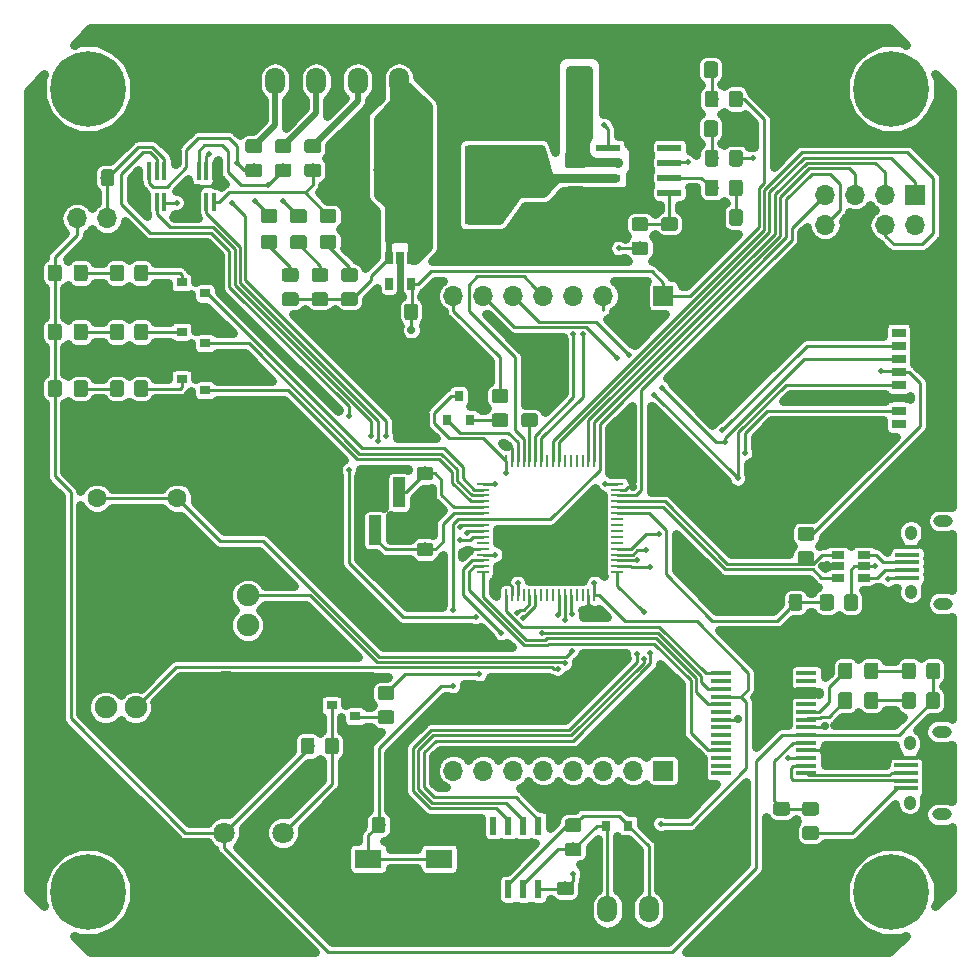
<source format=gtl>
G04 #@! TF.GenerationSoftware,KiCad,Pcbnew,(5.0.0)*
G04 #@! TF.CreationDate,2019-07-14T20:37:54+10:00*
G04 #@! TF.ProjectId,reflow-oven-rev-001,7265666C6F772D6F76656E2D7265762D,A*
G04 #@! TF.SameCoordinates,Original*
G04 #@! TF.FileFunction,Copper,L1,Top,Signal*
G04 #@! TF.FilePolarity,Positive*
%FSLAX46Y46*%
G04 Gerber Fmt 4.6, Leading zero omitted, Abs format (unit mm)*
G04 Created by KiCad (PCBNEW (5.0.0)) date 07/14/19 20:37:54*
%MOMM*%
%LPD*%
G01*
G04 APERTURE LIST*
G04 #@! TA.AperFunction,ComponentPad*
%ADD10O,1.700000X1.700000*%
G04 #@! TD*
G04 #@! TA.AperFunction,ComponentPad*
%ADD11R,1.700000X1.700000*%
G04 #@! TD*
G04 #@! TA.AperFunction,ComponentPad*
%ADD12C,6.400000*%
G04 #@! TD*
G04 #@! TA.AperFunction,SMDPad,CuDef*
%ADD13R,2.000000X0.400000*%
G04 #@! TD*
G04 #@! TA.AperFunction,ComponentPad*
%ADD14O,1.050000X1.200000*%
G04 #@! TD*
G04 #@! TA.AperFunction,ComponentPad*
%ADD15O,1.650000X1.000000*%
G04 #@! TD*
G04 #@! TA.AperFunction,SMDPad,CuDef*
%ADD16R,1.060000X0.650000*%
G04 #@! TD*
G04 #@! TA.AperFunction,ComponentPad*
%ADD17O,1.700000X2.300000*%
G04 #@! TD*
G04 #@! TA.AperFunction,ComponentPad*
%ADD18C,1.800000*%
G04 #@! TD*
G04 #@! TA.AperFunction,Conductor*
%ADD19C,0.150000*%
G04 #@! TD*
G04 #@! TA.AperFunction,SMDPad,CuDef*
%ADD20C,1.425000*%
G04 #@! TD*
G04 #@! TA.AperFunction,SMDPad,CuDef*
%ADD21C,1.150000*%
G04 #@! TD*
G04 #@! TA.AperFunction,SMDPad,CuDef*
%ADD22C,1.200000*%
G04 #@! TD*
G04 #@! TA.AperFunction,SMDPad,CuDef*
%ADD23R,1.800000X3.500000*%
G04 #@! TD*
G04 #@! TA.AperFunction,SMDPad,CuDef*
%ADD24R,0.800000X0.900000*%
G04 #@! TD*
G04 #@! TA.AperFunction,ComponentPad*
%ADD25C,1.900000*%
G04 #@! TD*
G04 #@! TA.AperFunction,ComponentPad*
%ADD26C,2.100000*%
G04 #@! TD*
G04 #@! TA.AperFunction,ComponentPad*
%ADD27C,1.600000*%
G04 #@! TD*
G04 #@! TA.AperFunction,SMDPad,CuDef*
%ADD28R,1.200000X0.800000*%
G04 #@! TD*
G04 #@! TA.AperFunction,SMDPad,CuDef*
%ADD29R,2.000000X1.500000*%
G04 #@! TD*
G04 #@! TA.AperFunction,SMDPad,CuDef*
%ADD30R,2.850000X6.600000*%
G04 #@! TD*
G04 #@! TA.AperFunction,SMDPad,CuDef*
%ADD31R,0.400000X1.500000*%
G04 #@! TD*
G04 #@! TA.AperFunction,SMDPad,CuDef*
%ADD32R,0.900000X0.800000*%
G04 #@! TD*
G04 #@! TA.AperFunction,SMDPad,CuDef*
%ADD33R,2.300000X1.600000*%
G04 #@! TD*
G04 #@! TA.AperFunction,SMDPad,CuDef*
%ADD34R,2.000000X0.600000*%
G04 #@! TD*
G04 #@! TA.AperFunction,SMDPad,CuDef*
%ADD35R,0.650000X1.060000*%
G04 #@! TD*
G04 #@! TA.AperFunction,SMDPad,CuDef*
%ADD36R,0.600000X1.550000*%
G04 #@! TD*
G04 #@! TA.AperFunction,SMDPad,CuDef*
%ADD37R,1.000000X0.250000*%
G04 #@! TD*
G04 #@! TA.AperFunction,SMDPad,CuDef*
%ADD38R,0.250000X1.000000*%
G04 #@! TD*
G04 #@! TA.AperFunction,SMDPad,CuDef*
%ADD39R,1.750000X0.450000*%
G04 #@! TD*
G04 #@! TA.AperFunction,SMDPad,CuDef*
%ADD40R,1.100000X2.500000*%
G04 #@! TD*
G04 #@! TA.AperFunction,ViaPad*
%ADD41C,0.700000*%
G04 #@! TD*
G04 #@! TA.AperFunction,ViaPad*
%ADD42C,0.500000*%
G04 #@! TD*
G04 #@! TA.AperFunction,Conductor*
%ADD43C,0.250000*%
G04 #@! TD*
G04 #@! TA.AperFunction,Conductor*
%ADD44C,0.500000*%
G04 #@! TD*
G04 #@! TA.AperFunction,Conductor*
%ADD45C,0.800000*%
G04 #@! TD*
G04 #@! TA.AperFunction,Conductor*
%ADD46C,0.600000*%
G04 #@! TD*
G04 APERTURE END LIST*
D10*
G04 #@! TO.P,J111,8*
G04 #@! TO.N,Net-(J111-Pad8)*
X74920000Y-101750000D03*
G04 #@! TO.P,J111,7*
G04 #@! TO.N,Net-(J111-Pad7)*
X77460000Y-101750000D03*
G04 #@! TO.P,J111,6*
G04 #@! TO.N,Net-(J111-Pad6)*
X80000000Y-101750000D03*
G04 #@! TO.P,J111,5*
G04 #@! TO.N,Net-(J111-Pad5)*
X82540000Y-101750000D03*
G04 #@! TO.P,J111,4*
G04 #@! TO.N,Net-(J111-Pad4)*
X85080000Y-101750000D03*
G04 #@! TO.P,J111,3*
G04 #@! TO.N,Net-(J111-Pad3)*
X87620000Y-101750000D03*
G04 #@! TO.P,J111,2*
G04 #@! TO.N,Net-(J111-Pad2)*
X90160000Y-101750000D03*
D11*
G04 #@! TO.P,J111,1*
G04 #@! TO.N,Net-(J111-Pad1)*
X92700000Y-101750000D03*
G04 #@! TD*
G04 #@! TO.P,J110,1*
G04 #@! TO.N,+3V3*
X92700000Y-61550000D03*
D10*
G04 #@! TO.P,J110,2*
G04 #@! TO.N,GND*
X90160000Y-61550000D03*
G04 #@! TO.P,J110,3*
G04 #@! TO.N,/~LCD_CS*
X87620000Y-61550000D03*
G04 #@! TO.P,J110,4*
G04 #@! TO.N,/~LCD_RST*
X85080000Y-61550000D03*
G04 #@! TO.P,J110,5*
G04 #@! TO.N,/LCD_MODE*
X82540000Y-61550000D03*
G04 #@! TO.P,J110,6*
G04 #@! TO.N,/LCD_MOSI*
X80000000Y-61550000D03*
G04 #@! TO.P,J110,7*
G04 #@! TO.N,/LCD_SCLK*
X77460000Y-61550000D03*
G04 #@! TO.P,J110,8*
G04 #@! TO.N,Net-(J110-Pad8)*
X74920000Y-61550000D03*
G04 #@! TD*
D12*
G04 #@! TO.P,MH104,1*
G04 #@! TO.N,N/C*
X112000000Y-112000000D03*
G04 #@! TD*
G04 #@! TO.P,MH101,1*
G04 #@! TO.N,N/C*
X112000000Y-44000000D03*
G04 #@! TD*
G04 #@! TO.P,MH103,1*
G04 #@! TO.N,N/C*
X44000000Y-112000000D03*
G04 #@! TD*
G04 #@! TO.P,MH102,1*
G04 #@! TO.N,N/C*
X44000000Y-44000000D03*
G04 #@! TD*
D13*
G04 #@! TO.P,J112,1*
G04 #@! TO.N,Net-(J112-Pad1)*
X113250000Y-103250000D03*
G04 #@! TO.P,J112,2*
G04 #@! TO.N,Net-(J112-Pad2)*
X113250000Y-102600000D03*
G04 #@! TO.P,J112,5*
G04 #@! TO.N,GND*
X113250000Y-100650000D03*
G04 #@! TO.P,J112,4*
G04 #@! TO.N,Net-(J112-Pad4)*
X113250000Y-101300000D03*
D14*
G04 #@! TO.P,J112,6*
G04 #@! TO.N,Net-(J112-Pad6)*
X113550000Y-104450000D03*
X113550000Y-99450000D03*
D15*
X116250000Y-105450000D03*
X116250000Y-98450000D03*
D13*
G04 #@! TO.P,J112,3*
G04 #@! TO.N,Net-(J112-Pad3)*
X113250000Y-101950000D03*
G04 #@! TD*
D11*
G04 #@! TO.P,J107,1*
G04 #@! TO.N,/JTDO_TRACESWO*
X114000000Y-53000000D03*
D10*
G04 #@! TO.P,J107,2*
G04 #@! TO.N,+3V3*
X114000000Y-55540000D03*
G04 #@! TO.P,J107,3*
G04 #@! TO.N,/JTDI*
X111460000Y-53000000D03*
G04 #@! TO.P,J107,4*
G04 #@! TO.N,/JTRST*
X111460000Y-55540000D03*
G04 #@! TO.P,J107,5*
G04 #@! TO.N,/JTCK_SWCLK*
X108920000Y-53000000D03*
G04 #@! TO.P,J107,6*
G04 #@! TO.N,GND*
X108920000Y-55540000D03*
G04 #@! TO.P,J107,7*
G04 #@! TO.N,/JTMS_SWDIO*
X106380000Y-53000000D03*
G04 #@! TO.P,J107,8*
G04 #@! TO.N,/NRST*
X106380000Y-55540000D03*
G04 #@! TD*
D13*
G04 #@! TO.P,J109,3*
G04 #@! TO.N,Net-(J109-Pad3)*
X113350000Y-84100000D03*
D15*
G04 #@! TO.P,J109,6*
G04 #@! TO.N,Net-(J109-Pad6)*
X116350000Y-80600000D03*
X116350000Y-87600000D03*
D14*
X113650000Y-81600000D03*
X113650000Y-86600000D03*
D13*
G04 #@! TO.P,J109,4*
G04 #@! TO.N,Net-(J109-Pad4)*
X113350000Y-83450000D03*
G04 #@! TO.P,J109,5*
G04 #@! TO.N,GND*
X113350000Y-82800000D03*
G04 #@! TO.P,J109,2*
G04 #@! TO.N,Net-(J109-Pad2)*
X113350000Y-84750000D03*
G04 #@! TO.P,J109,1*
G04 #@! TO.N,VBUS*
X113350000Y-85400000D03*
G04 #@! TD*
D16*
G04 #@! TO.P,U105,1*
G04 #@! TO.N,/USB_D+*
X107450000Y-83500000D03*
G04 #@! TO.P,U105,2*
G04 #@! TO.N,GND*
X107450000Y-84450000D03*
G04 #@! TO.P,U105,3*
G04 #@! TO.N,/USB_D-*
X107450000Y-85400000D03*
G04 #@! TO.P,U105,4*
G04 #@! TO.N,Net-(J109-Pad2)*
X109650000Y-85400000D03*
G04 #@! TO.P,U105,6*
G04 #@! TO.N,Net-(J109-Pad3)*
X109650000Y-83500000D03*
G04 #@! TO.P,U105,5*
G04 #@! TO.N,VBUS*
X109650000Y-84450000D03*
G04 #@! TD*
D17*
G04 #@! TO.P,J104,1*
G04 #@! TO.N,GND*
X89050000Y-43400000D03*
G04 #@! TO.P,J104,2*
G04 #@! TO.N,Net-(C102-Pad1)*
X85550000Y-43400000D03*
G04 #@! TD*
G04 #@! TO.P,J106,1*
G04 #@! TO.N,Net-(C113-Pad1)*
X87950000Y-113500000D03*
G04 #@! TO.P,J106,2*
G04 #@! TO.N,Net-(C113-Pad2)*
X91450000Y-113500000D03*
G04 #@! TD*
G04 #@! TO.P,J101,1*
G04 #@! TO.N,+5V*
X70300000Y-43400000D03*
G04 #@! TO.P,J101,2*
G04 #@! TO.N,/RELAY_RET_1*
X66800000Y-43400000D03*
G04 #@! TO.P,J101,3*
G04 #@! TO.N,/RELAY_RET_2*
X63300000Y-43400000D03*
G04 #@! TO.P,J101,4*
G04 #@! TO.N,Net-(J101-Pad4)*
X59800000Y-43400000D03*
G04 #@! TD*
D18*
G04 #@! TO.P,BZ101,2*
G04 #@! TO.N,Net-(BZ101-Pad2)*
X60500000Y-107000000D03*
G04 #@! TO.P,BZ101,1*
G04 #@! TO.N,+5V*
X55500000Y-107000000D03*
G04 #@! TD*
D19*
G04 #@! TO.N,Net-(C102-Pad1)*
G04 #@! TO.C,C102*
G36*
X85899504Y-49313704D02*
X85923773Y-49317304D01*
X85947571Y-49323265D01*
X85970671Y-49331530D01*
X85992849Y-49342020D01*
X86013893Y-49354633D01*
X86033598Y-49369247D01*
X86051777Y-49385723D01*
X86068253Y-49403902D01*
X86082867Y-49423607D01*
X86095480Y-49444651D01*
X86105970Y-49466829D01*
X86114235Y-49489929D01*
X86120196Y-49513727D01*
X86123796Y-49537996D01*
X86125000Y-49562500D01*
X86125000Y-50487500D01*
X86123796Y-50512004D01*
X86120196Y-50536273D01*
X86114235Y-50560071D01*
X86105970Y-50583171D01*
X86095480Y-50605349D01*
X86082867Y-50626393D01*
X86068253Y-50646098D01*
X86051777Y-50664277D01*
X86033598Y-50680753D01*
X86013893Y-50695367D01*
X85992849Y-50707980D01*
X85970671Y-50718470D01*
X85947571Y-50726735D01*
X85923773Y-50732696D01*
X85899504Y-50736296D01*
X85875000Y-50737500D01*
X84625000Y-50737500D01*
X84600496Y-50736296D01*
X84576227Y-50732696D01*
X84552429Y-50726735D01*
X84529329Y-50718470D01*
X84507151Y-50707980D01*
X84486107Y-50695367D01*
X84466402Y-50680753D01*
X84448223Y-50664277D01*
X84431747Y-50646098D01*
X84417133Y-50626393D01*
X84404520Y-50605349D01*
X84394030Y-50583171D01*
X84385765Y-50560071D01*
X84379804Y-50536273D01*
X84376204Y-50512004D01*
X84375000Y-50487500D01*
X84375000Y-49562500D01*
X84376204Y-49537996D01*
X84379804Y-49513727D01*
X84385765Y-49489929D01*
X84394030Y-49466829D01*
X84404520Y-49444651D01*
X84417133Y-49423607D01*
X84431747Y-49403902D01*
X84448223Y-49385723D01*
X84466402Y-49369247D01*
X84486107Y-49354633D01*
X84507151Y-49342020D01*
X84529329Y-49331530D01*
X84552429Y-49323265D01*
X84576227Y-49317304D01*
X84600496Y-49313704D01*
X84625000Y-49312500D01*
X85875000Y-49312500D01*
X85899504Y-49313704D01*
X85899504Y-49313704D01*
G37*
D20*
G04 #@! TD*
G04 #@! TO.P,C102,1*
G04 #@! TO.N,Net-(C102-Pad1)*
X85250000Y-50025000D03*
D19*
G04 #@! TO.N,GND*
G04 #@! TO.C,C102*
G36*
X85899504Y-52288704D02*
X85923773Y-52292304D01*
X85947571Y-52298265D01*
X85970671Y-52306530D01*
X85992849Y-52317020D01*
X86013893Y-52329633D01*
X86033598Y-52344247D01*
X86051777Y-52360723D01*
X86068253Y-52378902D01*
X86082867Y-52398607D01*
X86095480Y-52419651D01*
X86105970Y-52441829D01*
X86114235Y-52464929D01*
X86120196Y-52488727D01*
X86123796Y-52512996D01*
X86125000Y-52537500D01*
X86125000Y-53462500D01*
X86123796Y-53487004D01*
X86120196Y-53511273D01*
X86114235Y-53535071D01*
X86105970Y-53558171D01*
X86095480Y-53580349D01*
X86082867Y-53601393D01*
X86068253Y-53621098D01*
X86051777Y-53639277D01*
X86033598Y-53655753D01*
X86013893Y-53670367D01*
X85992849Y-53682980D01*
X85970671Y-53693470D01*
X85947571Y-53701735D01*
X85923773Y-53707696D01*
X85899504Y-53711296D01*
X85875000Y-53712500D01*
X84625000Y-53712500D01*
X84600496Y-53711296D01*
X84576227Y-53707696D01*
X84552429Y-53701735D01*
X84529329Y-53693470D01*
X84507151Y-53682980D01*
X84486107Y-53670367D01*
X84466402Y-53655753D01*
X84448223Y-53639277D01*
X84431747Y-53621098D01*
X84417133Y-53601393D01*
X84404520Y-53580349D01*
X84394030Y-53558171D01*
X84385765Y-53535071D01*
X84379804Y-53511273D01*
X84376204Y-53487004D01*
X84375000Y-53462500D01*
X84375000Y-52537500D01*
X84376204Y-52512996D01*
X84379804Y-52488727D01*
X84385765Y-52464929D01*
X84394030Y-52441829D01*
X84404520Y-52419651D01*
X84417133Y-52398607D01*
X84431747Y-52378902D01*
X84448223Y-52360723D01*
X84466402Y-52344247D01*
X84486107Y-52329633D01*
X84507151Y-52317020D01*
X84529329Y-52306530D01*
X84552429Y-52298265D01*
X84576227Y-52292304D01*
X84600496Y-52288704D01*
X84625000Y-52287500D01*
X85875000Y-52287500D01*
X85899504Y-52288704D01*
X85899504Y-52288704D01*
G37*
D20*
G04 #@! TD*
G04 #@! TO.P,C102,2*
G04 #@! TO.N,GND*
X85250000Y-53000000D03*
D19*
G04 #@! TO.N,+5V*
G04 #@! TO.C,C103*
G36*
X69074505Y-50201204D02*
X69098773Y-50204804D01*
X69122572Y-50210765D01*
X69145671Y-50219030D01*
X69167850Y-50229520D01*
X69188893Y-50242132D01*
X69208599Y-50256747D01*
X69226777Y-50273223D01*
X69243253Y-50291401D01*
X69257868Y-50311107D01*
X69270480Y-50332150D01*
X69280970Y-50354329D01*
X69289235Y-50377428D01*
X69295196Y-50401227D01*
X69298796Y-50425495D01*
X69300000Y-50449999D01*
X69300000Y-51350001D01*
X69298796Y-51374505D01*
X69295196Y-51398773D01*
X69289235Y-51422572D01*
X69280970Y-51445671D01*
X69270480Y-51467850D01*
X69257868Y-51488893D01*
X69243253Y-51508599D01*
X69226777Y-51526777D01*
X69208599Y-51543253D01*
X69188893Y-51557868D01*
X69167850Y-51570480D01*
X69145671Y-51580970D01*
X69122572Y-51589235D01*
X69098773Y-51595196D01*
X69074505Y-51598796D01*
X69050001Y-51600000D01*
X68399999Y-51600000D01*
X68375495Y-51598796D01*
X68351227Y-51595196D01*
X68327428Y-51589235D01*
X68304329Y-51580970D01*
X68282150Y-51570480D01*
X68261107Y-51557868D01*
X68241401Y-51543253D01*
X68223223Y-51526777D01*
X68206747Y-51508599D01*
X68192132Y-51488893D01*
X68179520Y-51467850D01*
X68169030Y-51445671D01*
X68160765Y-51422572D01*
X68154804Y-51398773D01*
X68151204Y-51374505D01*
X68150000Y-51350001D01*
X68150000Y-50449999D01*
X68151204Y-50425495D01*
X68154804Y-50401227D01*
X68160765Y-50377428D01*
X68169030Y-50354329D01*
X68179520Y-50332150D01*
X68192132Y-50311107D01*
X68206747Y-50291401D01*
X68223223Y-50273223D01*
X68241401Y-50256747D01*
X68261107Y-50242132D01*
X68282150Y-50229520D01*
X68304329Y-50219030D01*
X68327428Y-50210765D01*
X68351227Y-50204804D01*
X68375495Y-50201204D01*
X68399999Y-50200000D01*
X69050001Y-50200000D01*
X69074505Y-50201204D01*
X69074505Y-50201204D01*
G37*
D21*
G04 #@! TD*
G04 #@! TO.P,C103,1*
G04 #@! TO.N,+5V*
X68725000Y-50900000D03*
D19*
G04 #@! TO.N,GND*
G04 #@! TO.C,C103*
G36*
X67024505Y-50201204D02*
X67048773Y-50204804D01*
X67072572Y-50210765D01*
X67095671Y-50219030D01*
X67117850Y-50229520D01*
X67138893Y-50242132D01*
X67158599Y-50256747D01*
X67176777Y-50273223D01*
X67193253Y-50291401D01*
X67207868Y-50311107D01*
X67220480Y-50332150D01*
X67230970Y-50354329D01*
X67239235Y-50377428D01*
X67245196Y-50401227D01*
X67248796Y-50425495D01*
X67250000Y-50449999D01*
X67250000Y-51350001D01*
X67248796Y-51374505D01*
X67245196Y-51398773D01*
X67239235Y-51422572D01*
X67230970Y-51445671D01*
X67220480Y-51467850D01*
X67207868Y-51488893D01*
X67193253Y-51508599D01*
X67176777Y-51526777D01*
X67158599Y-51543253D01*
X67138893Y-51557868D01*
X67117850Y-51570480D01*
X67095671Y-51580970D01*
X67072572Y-51589235D01*
X67048773Y-51595196D01*
X67024505Y-51598796D01*
X67000001Y-51600000D01*
X66349999Y-51600000D01*
X66325495Y-51598796D01*
X66301227Y-51595196D01*
X66277428Y-51589235D01*
X66254329Y-51580970D01*
X66232150Y-51570480D01*
X66211107Y-51557868D01*
X66191401Y-51543253D01*
X66173223Y-51526777D01*
X66156747Y-51508599D01*
X66142132Y-51488893D01*
X66129520Y-51467850D01*
X66119030Y-51445671D01*
X66110765Y-51422572D01*
X66104804Y-51398773D01*
X66101204Y-51374505D01*
X66100000Y-51350001D01*
X66100000Y-50449999D01*
X66101204Y-50425495D01*
X66104804Y-50401227D01*
X66110765Y-50377428D01*
X66119030Y-50354329D01*
X66129520Y-50332150D01*
X66142132Y-50311107D01*
X66156747Y-50291401D01*
X66173223Y-50273223D01*
X66191401Y-50256747D01*
X66211107Y-50242132D01*
X66232150Y-50229520D01*
X66254329Y-50219030D01*
X66277428Y-50210765D01*
X66301227Y-50204804D01*
X66325495Y-50201204D01*
X66349999Y-50200000D01*
X67000001Y-50200000D01*
X67024505Y-50201204D01*
X67024505Y-50201204D01*
G37*
D21*
G04 #@! TD*
G04 #@! TO.P,C103,2*
G04 #@! TO.N,GND*
X66675000Y-50900000D03*
D19*
G04 #@! TO.N,GND*
G04 #@! TO.C,C104*
G36*
X69624505Y-62201204D02*
X69648773Y-62204804D01*
X69672572Y-62210765D01*
X69695671Y-62219030D01*
X69717850Y-62229520D01*
X69738893Y-62242132D01*
X69758599Y-62256747D01*
X69776777Y-62273223D01*
X69793253Y-62291401D01*
X69807868Y-62311107D01*
X69820480Y-62332150D01*
X69830970Y-62354329D01*
X69839235Y-62377428D01*
X69845196Y-62401227D01*
X69848796Y-62425495D01*
X69850000Y-62449999D01*
X69850000Y-63350001D01*
X69848796Y-63374505D01*
X69845196Y-63398773D01*
X69839235Y-63422572D01*
X69830970Y-63445671D01*
X69820480Y-63467850D01*
X69807868Y-63488893D01*
X69793253Y-63508599D01*
X69776777Y-63526777D01*
X69758599Y-63543253D01*
X69738893Y-63557868D01*
X69717850Y-63570480D01*
X69695671Y-63580970D01*
X69672572Y-63589235D01*
X69648773Y-63595196D01*
X69624505Y-63598796D01*
X69600001Y-63600000D01*
X68949999Y-63600000D01*
X68925495Y-63598796D01*
X68901227Y-63595196D01*
X68877428Y-63589235D01*
X68854329Y-63580970D01*
X68832150Y-63570480D01*
X68811107Y-63557868D01*
X68791401Y-63543253D01*
X68773223Y-63526777D01*
X68756747Y-63508599D01*
X68742132Y-63488893D01*
X68729520Y-63467850D01*
X68719030Y-63445671D01*
X68710765Y-63422572D01*
X68704804Y-63398773D01*
X68701204Y-63374505D01*
X68700000Y-63350001D01*
X68700000Y-62449999D01*
X68701204Y-62425495D01*
X68704804Y-62401227D01*
X68710765Y-62377428D01*
X68719030Y-62354329D01*
X68729520Y-62332150D01*
X68742132Y-62311107D01*
X68756747Y-62291401D01*
X68773223Y-62273223D01*
X68791401Y-62256747D01*
X68811107Y-62242132D01*
X68832150Y-62229520D01*
X68854329Y-62219030D01*
X68877428Y-62210765D01*
X68901227Y-62204804D01*
X68925495Y-62201204D01*
X68949999Y-62200000D01*
X69600001Y-62200000D01*
X69624505Y-62201204D01*
X69624505Y-62201204D01*
G37*
D21*
G04 #@! TD*
G04 #@! TO.P,C104,2*
G04 #@! TO.N,GND*
X69275000Y-62900000D03*
D19*
G04 #@! TO.N,+3V3*
G04 #@! TO.C,C104*
G36*
X71674505Y-62201204D02*
X71698773Y-62204804D01*
X71722572Y-62210765D01*
X71745671Y-62219030D01*
X71767850Y-62229520D01*
X71788893Y-62242132D01*
X71808599Y-62256747D01*
X71826777Y-62273223D01*
X71843253Y-62291401D01*
X71857868Y-62311107D01*
X71870480Y-62332150D01*
X71880970Y-62354329D01*
X71889235Y-62377428D01*
X71895196Y-62401227D01*
X71898796Y-62425495D01*
X71900000Y-62449999D01*
X71900000Y-63350001D01*
X71898796Y-63374505D01*
X71895196Y-63398773D01*
X71889235Y-63422572D01*
X71880970Y-63445671D01*
X71870480Y-63467850D01*
X71857868Y-63488893D01*
X71843253Y-63508599D01*
X71826777Y-63526777D01*
X71808599Y-63543253D01*
X71788893Y-63557868D01*
X71767850Y-63570480D01*
X71745671Y-63580970D01*
X71722572Y-63589235D01*
X71698773Y-63595196D01*
X71674505Y-63598796D01*
X71650001Y-63600000D01*
X70999999Y-63600000D01*
X70975495Y-63598796D01*
X70951227Y-63595196D01*
X70927428Y-63589235D01*
X70904329Y-63580970D01*
X70882150Y-63570480D01*
X70861107Y-63557868D01*
X70841401Y-63543253D01*
X70823223Y-63526777D01*
X70806747Y-63508599D01*
X70792132Y-63488893D01*
X70779520Y-63467850D01*
X70769030Y-63445671D01*
X70760765Y-63422572D01*
X70754804Y-63398773D01*
X70751204Y-63374505D01*
X70750000Y-63350001D01*
X70750000Y-62449999D01*
X70751204Y-62425495D01*
X70754804Y-62401227D01*
X70760765Y-62377428D01*
X70769030Y-62354329D01*
X70779520Y-62332150D01*
X70792132Y-62311107D01*
X70806747Y-62291401D01*
X70823223Y-62273223D01*
X70841401Y-62256747D01*
X70861107Y-62242132D01*
X70882150Y-62229520D01*
X70904329Y-62219030D01*
X70927428Y-62210765D01*
X70951227Y-62204804D01*
X70975495Y-62201204D01*
X70999999Y-62200000D01*
X71650001Y-62200000D01*
X71674505Y-62201204D01*
X71674505Y-62201204D01*
G37*
D21*
G04 #@! TD*
G04 #@! TO.P,C104,1*
G04 #@! TO.N,+3V3*
X71325000Y-62900000D03*
D19*
G04 #@! TO.N,Net-(C105-Pad1)*
G04 #@! TO.C,C105*
G36*
X97124505Y-51701204D02*
X97148773Y-51704804D01*
X97172572Y-51710765D01*
X97195671Y-51719030D01*
X97217850Y-51729520D01*
X97238893Y-51742132D01*
X97258599Y-51756747D01*
X97276777Y-51773223D01*
X97293253Y-51791401D01*
X97307868Y-51811107D01*
X97320480Y-51832150D01*
X97330970Y-51854329D01*
X97339235Y-51877428D01*
X97345196Y-51901227D01*
X97348796Y-51925495D01*
X97350000Y-51949999D01*
X97350000Y-52850001D01*
X97348796Y-52874505D01*
X97345196Y-52898773D01*
X97339235Y-52922572D01*
X97330970Y-52945671D01*
X97320480Y-52967850D01*
X97307868Y-52988893D01*
X97293253Y-53008599D01*
X97276777Y-53026777D01*
X97258599Y-53043253D01*
X97238893Y-53057868D01*
X97217850Y-53070480D01*
X97195671Y-53080970D01*
X97172572Y-53089235D01*
X97148773Y-53095196D01*
X97124505Y-53098796D01*
X97100001Y-53100000D01*
X96449999Y-53100000D01*
X96425495Y-53098796D01*
X96401227Y-53095196D01*
X96377428Y-53089235D01*
X96354329Y-53080970D01*
X96332150Y-53070480D01*
X96311107Y-53057868D01*
X96291401Y-53043253D01*
X96273223Y-53026777D01*
X96256747Y-53008599D01*
X96242132Y-52988893D01*
X96229520Y-52967850D01*
X96219030Y-52945671D01*
X96210765Y-52922572D01*
X96204804Y-52898773D01*
X96201204Y-52874505D01*
X96200000Y-52850001D01*
X96200000Y-51949999D01*
X96201204Y-51925495D01*
X96204804Y-51901227D01*
X96210765Y-51877428D01*
X96219030Y-51854329D01*
X96229520Y-51832150D01*
X96242132Y-51811107D01*
X96256747Y-51791401D01*
X96273223Y-51773223D01*
X96291401Y-51756747D01*
X96311107Y-51742132D01*
X96332150Y-51729520D01*
X96354329Y-51719030D01*
X96377428Y-51710765D01*
X96401227Y-51704804D01*
X96425495Y-51701204D01*
X96449999Y-51700000D01*
X97100001Y-51700000D01*
X97124505Y-51701204D01*
X97124505Y-51701204D01*
G37*
D21*
G04 #@! TD*
G04 #@! TO.P,C105,1*
G04 #@! TO.N,Net-(C105-Pad1)*
X96775000Y-52400000D03*
D19*
G04 #@! TO.N,Net-(C105-Pad2)*
G04 #@! TO.C,C105*
G36*
X99174505Y-51701204D02*
X99198773Y-51704804D01*
X99222572Y-51710765D01*
X99245671Y-51719030D01*
X99267850Y-51729520D01*
X99288893Y-51742132D01*
X99308599Y-51756747D01*
X99326777Y-51773223D01*
X99343253Y-51791401D01*
X99357868Y-51811107D01*
X99370480Y-51832150D01*
X99380970Y-51854329D01*
X99389235Y-51877428D01*
X99395196Y-51901227D01*
X99398796Y-51925495D01*
X99400000Y-51949999D01*
X99400000Y-52850001D01*
X99398796Y-52874505D01*
X99395196Y-52898773D01*
X99389235Y-52922572D01*
X99380970Y-52945671D01*
X99370480Y-52967850D01*
X99357868Y-52988893D01*
X99343253Y-53008599D01*
X99326777Y-53026777D01*
X99308599Y-53043253D01*
X99288893Y-53057868D01*
X99267850Y-53070480D01*
X99245671Y-53080970D01*
X99222572Y-53089235D01*
X99198773Y-53095196D01*
X99174505Y-53098796D01*
X99150001Y-53100000D01*
X98499999Y-53100000D01*
X98475495Y-53098796D01*
X98451227Y-53095196D01*
X98427428Y-53089235D01*
X98404329Y-53080970D01*
X98382150Y-53070480D01*
X98361107Y-53057868D01*
X98341401Y-53043253D01*
X98323223Y-53026777D01*
X98306747Y-53008599D01*
X98292132Y-52988893D01*
X98279520Y-52967850D01*
X98269030Y-52945671D01*
X98260765Y-52922572D01*
X98254804Y-52898773D01*
X98251204Y-52874505D01*
X98250000Y-52850001D01*
X98250000Y-51949999D01*
X98251204Y-51925495D01*
X98254804Y-51901227D01*
X98260765Y-51877428D01*
X98269030Y-51854329D01*
X98279520Y-51832150D01*
X98292132Y-51811107D01*
X98306747Y-51791401D01*
X98323223Y-51773223D01*
X98341401Y-51756747D01*
X98361107Y-51742132D01*
X98382150Y-51729520D01*
X98404329Y-51719030D01*
X98427428Y-51710765D01*
X98451227Y-51704804D01*
X98475495Y-51701204D01*
X98499999Y-51700000D01*
X99150001Y-51700000D01*
X99174505Y-51701204D01*
X99174505Y-51701204D01*
G37*
D21*
G04 #@! TD*
G04 #@! TO.P,C105,2*
G04 #@! TO.N,Net-(C105-Pad2)*
X98825000Y-52400000D03*
D19*
G04 #@! TO.N,+3V3*
G04 #@! TO.C,C106*
G36*
X84874505Y-111151204D02*
X84898773Y-111154804D01*
X84922572Y-111160765D01*
X84945671Y-111169030D01*
X84967850Y-111179520D01*
X84988893Y-111192132D01*
X85008599Y-111206747D01*
X85026777Y-111223223D01*
X85043253Y-111241401D01*
X85057868Y-111261107D01*
X85070480Y-111282150D01*
X85080970Y-111304329D01*
X85089235Y-111327428D01*
X85095196Y-111351227D01*
X85098796Y-111375495D01*
X85100000Y-111399999D01*
X85100000Y-112050001D01*
X85098796Y-112074505D01*
X85095196Y-112098773D01*
X85089235Y-112122572D01*
X85080970Y-112145671D01*
X85070480Y-112167850D01*
X85057868Y-112188893D01*
X85043253Y-112208599D01*
X85026777Y-112226777D01*
X85008599Y-112243253D01*
X84988893Y-112257868D01*
X84967850Y-112270480D01*
X84945671Y-112280970D01*
X84922572Y-112289235D01*
X84898773Y-112295196D01*
X84874505Y-112298796D01*
X84850001Y-112300000D01*
X83949999Y-112300000D01*
X83925495Y-112298796D01*
X83901227Y-112295196D01*
X83877428Y-112289235D01*
X83854329Y-112280970D01*
X83832150Y-112270480D01*
X83811107Y-112257868D01*
X83791401Y-112243253D01*
X83773223Y-112226777D01*
X83756747Y-112208599D01*
X83742132Y-112188893D01*
X83729520Y-112167850D01*
X83719030Y-112145671D01*
X83710765Y-112122572D01*
X83704804Y-112098773D01*
X83701204Y-112074505D01*
X83700000Y-112050001D01*
X83700000Y-111399999D01*
X83701204Y-111375495D01*
X83704804Y-111351227D01*
X83710765Y-111327428D01*
X83719030Y-111304329D01*
X83729520Y-111282150D01*
X83742132Y-111261107D01*
X83756747Y-111241401D01*
X83773223Y-111223223D01*
X83791401Y-111206747D01*
X83811107Y-111192132D01*
X83832150Y-111179520D01*
X83854329Y-111169030D01*
X83877428Y-111160765D01*
X83901227Y-111154804D01*
X83925495Y-111151204D01*
X83949999Y-111150000D01*
X84850001Y-111150000D01*
X84874505Y-111151204D01*
X84874505Y-111151204D01*
G37*
D21*
G04 #@! TD*
G04 #@! TO.P,C106,1*
G04 #@! TO.N,+3V3*
X84400000Y-111725000D03*
D19*
G04 #@! TO.N,GND*
G04 #@! TO.C,C106*
G36*
X84874505Y-113201204D02*
X84898773Y-113204804D01*
X84922572Y-113210765D01*
X84945671Y-113219030D01*
X84967850Y-113229520D01*
X84988893Y-113242132D01*
X85008599Y-113256747D01*
X85026777Y-113273223D01*
X85043253Y-113291401D01*
X85057868Y-113311107D01*
X85070480Y-113332150D01*
X85080970Y-113354329D01*
X85089235Y-113377428D01*
X85095196Y-113401227D01*
X85098796Y-113425495D01*
X85100000Y-113449999D01*
X85100000Y-114100001D01*
X85098796Y-114124505D01*
X85095196Y-114148773D01*
X85089235Y-114172572D01*
X85080970Y-114195671D01*
X85070480Y-114217850D01*
X85057868Y-114238893D01*
X85043253Y-114258599D01*
X85026777Y-114276777D01*
X85008599Y-114293253D01*
X84988893Y-114307868D01*
X84967850Y-114320480D01*
X84945671Y-114330970D01*
X84922572Y-114339235D01*
X84898773Y-114345196D01*
X84874505Y-114348796D01*
X84850001Y-114350000D01*
X83949999Y-114350000D01*
X83925495Y-114348796D01*
X83901227Y-114345196D01*
X83877428Y-114339235D01*
X83854329Y-114330970D01*
X83832150Y-114320480D01*
X83811107Y-114307868D01*
X83791401Y-114293253D01*
X83773223Y-114276777D01*
X83756747Y-114258599D01*
X83742132Y-114238893D01*
X83729520Y-114217850D01*
X83719030Y-114195671D01*
X83710765Y-114172572D01*
X83704804Y-114148773D01*
X83701204Y-114124505D01*
X83700000Y-114100001D01*
X83700000Y-113449999D01*
X83701204Y-113425495D01*
X83704804Y-113401227D01*
X83710765Y-113377428D01*
X83719030Y-113354329D01*
X83729520Y-113332150D01*
X83742132Y-113311107D01*
X83756747Y-113291401D01*
X83773223Y-113273223D01*
X83791401Y-113256747D01*
X83811107Y-113242132D01*
X83832150Y-113229520D01*
X83854329Y-113219030D01*
X83877428Y-113210765D01*
X83901227Y-113204804D01*
X83925495Y-113201204D01*
X83949999Y-113200000D01*
X84850001Y-113200000D01*
X84874505Y-113201204D01*
X84874505Y-113201204D01*
G37*
D21*
G04 #@! TD*
G04 #@! TO.P,C106,2*
G04 #@! TO.N,GND*
X84400000Y-113775000D03*
D19*
G04 #@! TO.N,Net-(C113-Pad2)*
G04 #@! TO.C,C113*
G36*
X85524505Y-105801204D02*
X85548773Y-105804804D01*
X85572572Y-105810765D01*
X85595671Y-105819030D01*
X85617850Y-105829520D01*
X85638893Y-105842132D01*
X85658599Y-105856747D01*
X85676777Y-105873223D01*
X85693253Y-105891401D01*
X85707868Y-105911107D01*
X85720480Y-105932150D01*
X85730970Y-105954329D01*
X85739235Y-105977428D01*
X85745196Y-106001227D01*
X85748796Y-106025495D01*
X85750000Y-106049999D01*
X85750000Y-106700001D01*
X85748796Y-106724505D01*
X85745196Y-106748773D01*
X85739235Y-106772572D01*
X85730970Y-106795671D01*
X85720480Y-106817850D01*
X85707868Y-106838893D01*
X85693253Y-106858599D01*
X85676777Y-106876777D01*
X85658599Y-106893253D01*
X85638893Y-106907868D01*
X85617850Y-106920480D01*
X85595671Y-106930970D01*
X85572572Y-106939235D01*
X85548773Y-106945196D01*
X85524505Y-106948796D01*
X85500001Y-106950000D01*
X84599999Y-106950000D01*
X84575495Y-106948796D01*
X84551227Y-106945196D01*
X84527428Y-106939235D01*
X84504329Y-106930970D01*
X84482150Y-106920480D01*
X84461107Y-106907868D01*
X84441401Y-106893253D01*
X84423223Y-106876777D01*
X84406747Y-106858599D01*
X84392132Y-106838893D01*
X84379520Y-106817850D01*
X84369030Y-106795671D01*
X84360765Y-106772572D01*
X84354804Y-106748773D01*
X84351204Y-106724505D01*
X84350000Y-106700001D01*
X84350000Y-106049999D01*
X84351204Y-106025495D01*
X84354804Y-106001227D01*
X84360765Y-105977428D01*
X84369030Y-105954329D01*
X84379520Y-105932150D01*
X84392132Y-105911107D01*
X84406747Y-105891401D01*
X84423223Y-105873223D01*
X84441401Y-105856747D01*
X84461107Y-105842132D01*
X84482150Y-105829520D01*
X84504329Y-105819030D01*
X84527428Y-105810765D01*
X84551227Y-105804804D01*
X84575495Y-105801204D01*
X84599999Y-105800000D01*
X85500001Y-105800000D01*
X85524505Y-105801204D01*
X85524505Y-105801204D01*
G37*
D21*
G04 #@! TD*
G04 #@! TO.P,C113,2*
G04 #@! TO.N,Net-(C113-Pad2)*
X85050000Y-106375000D03*
D19*
G04 #@! TO.N,Net-(C113-Pad1)*
G04 #@! TO.C,C113*
G36*
X85524505Y-107851204D02*
X85548773Y-107854804D01*
X85572572Y-107860765D01*
X85595671Y-107869030D01*
X85617850Y-107879520D01*
X85638893Y-107892132D01*
X85658599Y-107906747D01*
X85676777Y-107923223D01*
X85693253Y-107941401D01*
X85707868Y-107961107D01*
X85720480Y-107982150D01*
X85730970Y-108004329D01*
X85739235Y-108027428D01*
X85745196Y-108051227D01*
X85748796Y-108075495D01*
X85750000Y-108099999D01*
X85750000Y-108750001D01*
X85748796Y-108774505D01*
X85745196Y-108798773D01*
X85739235Y-108822572D01*
X85730970Y-108845671D01*
X85720480Y-108867850D01*
X85707868Y-108888893D01*
X85693253Y-108908599D01*
X85676777Y-108926777D01*
X85658599Y-108943253D01*
X85638893Y-108957868D01*
X85617850Y-108970480D01*
X85595671Y-108980970D01*
X85572572Y-108989235D01*
X85548773Y-108995196D01*
X85524505Y-108998796D01*
X85500001Y-109000000D01*
X84599999Y-109000000D01*
X84575495Y-108998796D01*
X84551227Y-108995196D01*
X84527428Y-108989235D01*
X84504329Y-108980970D01*
X84482150Y-108970480D01*
X84461107Y-108957868D01*
X84441401Y-108943253D01*
X84423223Y-108926777D01*
X84406747Y-108908599D01*
X84392132Y-108888893D01*
X84379520Y-108867850D01*
X84369030Y-108845671D01*
X84360765Y-108822572D01*
X84354804Y-108798773D01*
X84351204Y-108774505D01*
X84350000Y-108750001D01*
X84350000Y-108099999D01*
X84351204Y-108075495D01*
X84354804Y-108051227D01*
X84360765Y-108027428D01*
X84369030Y-108004329D01*
X84379520Y-107982150D01*
X84392132Y-107961107D01*
X84406747Y-107941401D01*
X84423223Y-107923223D01*
X84441401Y-107906747D01*
X84461107Y-107892132D01*
X84482150Y-107879520D01*
X84504329Y-107869030D01*
X84527428Y-107860765D01*
X84551227Y-107854804D01*
X84575495Y-107851204D01*
X84599999Y-107850000D01*
X85500001Y-107850000D01*
X85524505Y-107851204D01*
X85524505Y-107851204D01*
G37*
D21*
G04 #@! TD*
G04 #@! TO.P,C113,1*
G04 #@! TO.N,Net-(C113-Pad1)*
X85050000Y-108425000D03*
D19*
G04 #@! TO.N,GND*
G04 #@! TO.C,C114*
G36*
X70974505Y-105651204D02*
X70998773Y-105654804D01*
X71022572Y-105660765D01*
X71045671Y-105669030D01*
X71067850Y-105679520D01*
X71088893Y-105692132D01*
X71108599Y-105706747D01*
X71126777Y-105723223D01*
X71143253Y-105741401D01*
X71157868Y-105761107D01*
X71170480Y-105782150D01*
X71180970Y-105804329D01*
X71189235Y-105827428D01*
X71195196Y-105851227D01*
X71198796Y-105875495D01*
X71200000Y-105899999D01*
X71200000Y-106800001D01*
X71198796Y-106824505D01*
X71195196Y-106848773D01*
X71189235Y-106872572D01*
X71180970Y-106895671D01*
X71170480Y-106917850D01*
X71157868Y-106938893D01*
X71143253Y-106958599D01*
X71126777Y-106976777D01*
X71108599Y-106993253D01*
X71088893Y-107007868D01*
X71067850Y-107020480D01*
X71045671Y-107030970D01*
X71022572Y-107039235D01*
X70998773Y-107045196D01*
X70974505Y-107048796D01*
X70950001Y-107050000D01*
X70299999Y-107050000D01*
X70275495Y-107048796D01*
X70251227Y-107045196D01*
X70227428Y-107039235D01*
X70204329Y-107030970D01*
X70182150Y-107020480D01*
X70161107Y-107007868D01*
X70141401Y-106993253D01*
X70123223Y-106976777D01*
X70106747Y-106958599D01*
X70092132Y-106938893D01*
X70079520Y-106917850D01*
X70069030Y-106895671D01*
X70060765Y-106872572D01*
X70054804Y-106848773D01*
X70051204Y-106824505D01*
X70050000Y-106800001D01*
X70050000Y-105899999D01*
X70051204Y-105875495D01*
X70054804Y-105851227D01*
X70060765Y-105827428D01*
X70069030Y-105804329D01*
X70079520Y-105782150D01*
X70092132Y-105761107D01*
X70106747Y-105741401D01*
X70123223Y-105723223D01*
X70141401Y-105706747D01*
X70161107Y-105692132D01*
X70182150Y-105679520D01*
X70204329Y-105669030D01*
X70227428Y-105660765D01*
X70251227Y-105654804D01*
X70275495Y-105651204D01*
X70299999Y-105650000D01*
X70950001Y-105650000D01*
X70974505Y-105651204D01*
X70974505Y-105651204D01*
G37*
D21*
G04 #@! TD*
G04 #@! TO.P,C114,2*
G04 #@! TO.N,GND*
X70625000Y-106350000D03*
D19*
G04 #@! TO.N,/NRST*
G04 #@! TO.C,C114*
G36*
X68924505Y-105651204D02*
X68948773Y-105654804D01*
X68972572Y-105660765D01*
X68995671Y-105669030D01*
X69017850Y-105679520D01*
X69038893Y-105692132D01*
X69058599Y-105706747D01*
X69076777Y-105723223D01*
X69093253Y-105741401D01*
X69107868Y-105761107D01*
X69120480Y-105782150D01*
X69130970Y-105804329D01*
X69139235Y-105827428D01*
X69145196Y-105851227D01*
X69148796Y-105875495D01*
X69150000Y-105899999D01*
X69150000Y-106800001D01*
X69148796Y-106824505D01*
X69145196Y-106848773D01*
X69139235Y-106872572D01*
X69130970Y-106895671D01*
X69120480Y-106917850D01*
X69107868Y-106938893D01*
X69093253Y-106958599D01*
X69076777Y-106976777D01*
X69058599Y-106993253D01*
X69038893Y-107007868D01*
X69017850Y-107020480D01*
X68995671Y-107030970D01*
X68972572Y-107039235D01*
X68948773Y-107045196D01*
X68924505Y-107048796D01*
X68900001Y-107050000D01*
X68249999Y-107050000D01*
X68225495Y-107048796D01*
X68201227Y-107045196D01*
X68177428Y-107039235D01*
X68154329Y-107030970D01*
X68132150Y-107020480D01*
X68111107Y-107007868D01*
X68091401Y-106993253D01*
X68073223Y-106976777D01*
X68056747Y-106958599D01*
X68042132Y-106938893D01*
X68029520Y-106917850D01*
X68019030Y-106895671D01*
X68010765Y-106872572D01*
X68004804Y-106848773D01*
X68001204Y-106824505D01*
X68000000Y-106800001D01*
X68000000Y-105899999D01*
X68001204Y-105875495D01*
X68004804Y-105851227D01*
X68010765Y-105827428D01*
X68019030Y-105804329D01*
X68029520Y-105782150D01*
X68042132Y-105761107D01*
X68056747Y-105741401D01*
X68073223Y-105723223D01*
X68091401Y-105706747D01*
X68111107Y-105692132D01*
X68132150Y-105679520D01*
X68154329Y-105669030D01*
X68177428Y-105660765D01*
X68201227Y-105654804D01*
X68225495Y-105651204D01*
X68249999Y-105650000D01*
X68900001Y-105650000D01*
X68924505Y-105651204D01*
X68924505Y-105651204D01*
G37*
D21*
G04 #@! TD*
G04 #@! TO.P,C114,1*
G04 #@! TO.N,/NRST*
X68575000Y-106350000D03*
D19*
G04 #@! TO.N,GND*
G04 #@! TO.C,C115*
G36*
X72974505Y-78051204D02*
X72998773Y-78054804D01*
X73022572Y-78060765D01*
X73045671Y-78069030D01*
X73067850Y-78079520D01*
X73088893Y-78092132D01*
X73108599Y-78106747D01*
X73126777Y-78123223D01*
X73143253Y-78141401D01*
X73157868Y-78161107D01*
X73170480Y-78182150D01*
X73180970Y-78204329D01*
X73189235Y-78227428D01*
X73195196Y-78251227D01*
X73198796Y-78275495D01*
X73200000Y-78299999D01*
X73200000Y-78950001D01*
X73198796Y-78974505D01*
X73195196Y-78998773D01*
X73189235Y-79022572D01*
X73180970Y-79045671D01*
X73170480Y-79067850D01*
X73157868Y-79088893D01*
X73143253Y-79108599D01*
X73126777Y-79126777D01*
X73108599Y-79143253D01*
X73088893Y-79157868D01*
X73067850Y-79170480D01*
X73045671Y-79180970D01*
X73022572Y-79189235D01*
X72998773Y-79195196D01*
X72974505Y-79198796D01*
X72950001Y-79200000D01*
X72049999Y-79200000D01*
X72025495Y-79198796D01*
X72001227Y-79195196D01*
X71977428Y-79189235D01*
X71954329Y-79180970D01*
X71932150Y-79170480D01*
X71911107Y-79157868D01*
X71891401Y-79143253D01*
X71873223Y-79126777D01*
X71856747Y-79108599D01*
X71842132Y-79088893D01*
X71829520Y-79067850D01*
X71819030Y-79045671D01*
X71810765Y-79022572D01*
X71804804Y-78998773D01*
X71801204Y-78974505D01*
X71800000Y-78950001D01*
X71800000Y-78299999D01*
X71801204Y-78275495D01*
X71804804Y-78251227D01*
X71810765Y-78227428D01*
X71819030Y-78204329D01*
X71829520Y-78182150D01*
X71842132Y-78161107D01*
X71856747Y-78141401D01*
X71873223Y-78123223D01*
X71891401Y-78106747D01*
X71911107Y-78092132D01*
X71932150Y-78079520D01*
X71954329Y-78069030D01*
X71977428Y-78060765D01*
X72001227Y-78054804D01*
X72025495Y-78051204D01*
X72049999Y-78050000D01*
X72950001Y-78050000D01*
X72974505Y-78051204D01*
X72974505Y-78051204D01*
G37*
D21*
G04 #@! TD*
G04 #@! TO.P,C115,2*
G04 #@! TO.N,GND*
X72500000Y-78625000D03*
D19*
G04 #@! TO.N,Net-(C115-Pad1)*
G04 #@! TO.C,C115*
G36*
X72974505Y-76001204D02*
X72998773Y-76004804D01*
X73022572Y-76010765D01*
X73045671Y-76019030D01*
X73067850Y-76029520D01*
X73088893Y-76042132D01*
X73108599Y-76056747D01*
X73126777Y-76073223D01*
X73143253Y-76091401D01*
X73157868Y-76111107D01*
X73170480Y-76132150D01*
X73180970Y-76154329D01*
X73189235Y-76177428D01*
X73195196Y-76201227D01*
X73198796Y-76225495D01*
X73200000Y-76249999D01*
X73200000Y-76900001D01*
X73198796Y-76924505D01*
X73195196Y-76948773D01*
X73189235Y-76972572D01*
X73180970Y-76995671D01*
X73170480Y-77017850D01*
X73157868Y-77038893D01*
X73143253Y-77058599D01*
X73126777Y-77076777D01*
X73108599Y-77093253D01*
X73088893Y-77107868D01*
X73067850Y-77120480D01*
X73045671Y-77130970D01*
X73022572Y-77139235D01*
X72998773Y-77145196D01*
X72974505Y-77148796D01*
X72950001Y-77150000D01*
X72049999Y-77150000D01*
X72025495Y-77148796D01*
X72001227Y-77145196D01*
X71977428Y-77139235D01*
X71954329Y-77130970D01*
X71932150Y-77120480D01*
X71911107Y-77107868D01*
X71891401Y-77093253D01*
X71873223Y-77076777D01*
X71856747Y-77058599D01*
X71842132Y-77038893D01*
X71829520Y-77017850D01*
X71819030Y-76995671D01*
X71810765Y-76972572D01*
X71804804Y-76948773D01*
X71801204Y-76924505D01*
X71800000Y-76900001D01*
X71800000Y-76249999D01*
X71801204Y-76225495D01*
X71804804Y-76201227D01*
X71810765Y-76177428D01*
X71819030Y-76154329D01*
X71829520Y-76132150D01*
X71842132Y-76111107D01*
X71856747Y-76091401D01*
X71873223Y-76073223D01*
X71891401Y-76056747D01*
X71911107Y-76042132D01*
X71932150Y-76029520D01*
X71954329Y-76019030D01*
X71977428Y-76010765D01*
X72001227Y-76004804D01*
X72025495Y-76001204D01*
X72049999Y-76000000D01*
X72950001Y-76000000D01*
X72974505Y-76001204D01*
X72974505Y-76001204D01*
G37*
D21*
G04 #@! TD*
G04 #@! TO.P,C115,1*
G04 #@! TO.N,Net-(C115-Pad1)*
X72500000Y-76575000D03*
D19*
G04 #@! TO.N,GND*
G04 #@! TO.C,C116*
G36*
X72974505Y-80401204D02*
X72998773Y-80404804D01*
X73022572Y-80410765D01*
X73045671Y-80419030D01*
X73067850Y-80429520D01*
X73088893Y-80442132D01*
X73108599Y-80456747D01*
X73126777Y-80473223D01*
X73143253Y-80491401D01*
X73157868Y-80511107D01*
X73170480Y-80532150D01*
X73180970Y-80554329D01*
X73189235Y-80577428D01*
X73195196Y-80601227D01*
X73198796Y-80625495D01*
X73200000Y-80649999D01*
X73200000Y-81300001D01*
X73198796Y-81324505D01*
X73195196Y-81348773D01*
X73189235Y-81372572D01*
X73180970Y-81395671D01*
X73170480Y-81417850D01*
X73157868Y-81438893D01*
X73143253Y-81458599D01*
X73126777Y-81476777D01*
X73108599Y-81493253D01*
X73088893Y-81507868D01*
X73067850Y-81520480D01*
X73045671Y-81530970D01*
X73022572Y-81539235D01*
X72998773Y-81545196D01*
X72974505Y-81548796D01*
X72950001Y-81550000D01*
X72049999Y-81550000D01*
X72025495Y-81548796D01*
X72001227Y-81545196D01*
X71977428Y-81539235D01*
X71954329Y-81530970D01*
X71932150Y-81520480D01*
X71911107Y-81507868D01*
X71891401Y-81493253D01*
X71873223Y-81476777D01*
X71856747Y-81458599D01*
X71842132Y-81438893D01*
X71829520Y-81417850D01*
X71819030Y-81395671D01*
X71810765Y-81372572D01*
X71804804Y-81348773D01*
X71801204Y-81324505D01*
X71800000Y-81300001D01*
X71800000Y-80649999D01*
X71801204Y-80625495D01*
X71804804Y-80601227D01*
X71810765Y-80577428D01*
X71819030Y-80554329D01*
X71829520Y-80532150D01*
X71842132Y-80511107D01*
X71856747Y-80491401D01*
X71873223Y-80473223D01*
X71891401Y-80456747D01*
X71911107Y-80442132D01*
X71932150Y-80429520D01*
X71954329Y-80419030D01*
X71977428Y-80410765D01*
X72001227Y-80404804D01*
X72025495Y-80401204D01*
X72049999Y-80400000D01*
X72950001Y-80400000D01*
X72974505Y-80401204D01*
X72974505Y-80401204D01*
G37*
D21*
G04 #@! TD*
G04 #@! TO.P,C116,1*
G04 #@! TO.N,GND*
X72500000Y-80975000D03*
D19*
G04 #@! TO.N,Net-(C116-Pad2)*
G04 #@! TO.C,C116*
G36*
X72974505Y-82451204D02*
X72998773Y-82454804D01*
X73022572Y-82460765D01*
X73045671Y-82469030D01*
X73067850Y-82479520D01*
X73088893Y-82492132D01*
X73108599Y-82506747D01*
X73126777Y-82523223D01*
X73143253Y-82541401D01*
X73157868Y-82561107D01*
X73170480Y-82582150D01*
X73180970Y-82604329D01*
X73189235Y-82627428D01*
X73195196Y-82651227D01*
X73198796Y-82675495D01*
X73200000Y-82699999D01*
X73200000Y-83350001D01*
X73198796Y-83374505D01*
X73195196Y-83398773D01*
X73189235Y-83422572D01*
X73180970Y-83445671D01*
X73170480Y-83467850D01*
X73157868Y-83488893D01*
X73143253Y-83508599D01*
X73126777Y-83526777D01*
X73108599Y-83543253D01*
X73088893Y-83557868D01*
X73067850Y-83570480D01*
X73045671Y-83580970D01*
X73022572Y-83589235D01*
X72998773Y-83595196D01*
X72974505Y-83598796D01*
X72950001Y-83600000D01*
X72049999Y-83600000D01*
X72025495Y-83598796D01*
X72001227Y-83595196D01*
X71977428Y-83589235D01*
X71954329Y-83580970D01*
X71932150Y-83570480D01*
X71911107Y-83557868D01*
X71891401Y-83543253D01*
X71873223Y-83526777D01*
X71856747Y-83508599D01*
X71842132Y-83488893D01*
X71829520Y-83467850D01*
X71819030Y-83445671D01*
X71810765Y-83422572D01*
X71804804Y-83398773D01*
X71801204Y-83374505D01*
X71800000Y-83350001D01*
X71800000Y-82699999D01*
X71801204Y-82675495D01*
X71804804Y-82651227D01*
X71810765Y-82627428D01*
X71819030Y-82604329D01*
X71829520Y-82582150D01*
X71842132Y-82561107D01*
X71856747Y-82541401D01*
X71873223Y-82523223D01*
X71891401Y-82506747D01*
X71911107Y-82492132D01*
X71932150Y-82479520D01*
X71954329Y-82469030D01*
X71977428Y-82460765D01*
X72001227Y-82454804D01*
X72025495Y-82451204D01*
X72049999Y-82450000D01*
X72950001Y-82450000D01*
X72974505Y-82451204D01*
X72974505Y-82451204D01*
G37*
D21*
G04 #@! TD*
G04 #@! TO.P,C116,2*
G04 #@! TO.N,Net-(C116-Pad2)*
X72500000Y-83025000D03*
D19*
G04 #@! TO.N,Net-(D101-Pad2)*
G04 #@! TO.C,D101*
G36*
X64765124Y-56401254D02*
X64790402Y-56405004D01*
X64815190Y-56411213D01*
X64839251Y-56419822D01*
X64862352Y-56430748D01*
X64884270Y-56443885D01*
X64904796Y-56459108D01*
X64923731Y-56476269D01*
X64940892Y-56495204D01*
X64956115Y-56515730D01*
X64969252Y-56537648D01*
X64980178Y-56560749D01*
X64988787Y-56584810D01*
X64994996Y-56609598D01*
X64998746Y-56634876D01*
X65000000Y-56660400D01*
X65000000Y-57339600D01*
X64998746Y-57365124D01*
X64994996Y-57390402D01*
X64988787Y-57415190D01*
X64980178Y-57439251D01*
X64969252Y-57462352D01*
X64956115Y-57484270D01*
X64940892Y-57504796D01*
X64923731Y-57523731D01*
X64904796Y-57540892D01*
X64884270Y-57556115D01*
X64862352Y-57569252D01*
X64839251Y-57580178D01*
X64815190Y-57588787D01*
X64790402Y-57594996D01*
X64765124Y-57598746D01*
X64739600Y-57600000D01*
X63860400Y-57600000D01*
X63834876Y-57598746D01*
X63809598Y-57594996D01*
X63784810Y-57588787D01*
X63760749Y-57580178D01*
X63737648Y-57569252D01*
X63715730Y-57556115D01*
X63695204Y-57540892D01*
X63676269Y-57523731D01*
X63659108Y-57504796D01*
X63643885Y-57484270D01*
X63630748Y-57462352D01*
X63619822Y-57439251D01*
X63611213Y-57415190D01*
X63605004Y-57390402D01*
X63601254Y-57365124D01*
X63600000Y-57339600D01*
X63600000Y-56660400D01*
X63601254Y-56634876D01*
X63605004Y-56609598D01*
X63611213Y-56584810D01*
X63619822Y-56560749D01*
X63630748Y-56537648D01*
X63643885Y-56515730D01*
X63659108Y-56495204D01*
X63676269Y-56476269D01*
X63695204Y-56459108D01*
X63715730Y-56443885D01*
X63737648Y-56430748D01*
X63760749Y-56419822D01*
X63784810Y-56411213D01*
X63809598Y-56405004D01*
X63834876Y-56401254D01*
X63860400Y-56400000D01*
X64739600Y-56400000D01*
X64765124Y-56401254D01*
X64765124Y-56401254D01*
G37*
D22*
G04 #@! TD*
G04 #@! TO.P,D101,2*
G04 #@! TO.N,Net-(D101-Pad2)*
X64300000Y-57000000D03*
D19*
G04 #@! TO.N,Net-(D101-Pad1)*
G04 #@! TO.C,D101*
G36*
X64765124Y-54201254D02*
X64790402Y-54205004D01*
X64815190Y-54211213D01*
X64839251Y-54219822D01*
X64862352Y-54230748D01*
X64884270Y-54243885D01*
X64904796Y-54259108D01*
X64923731Y-54276269D01*
X64940892Y-54295204D01*
X64956115Y-54315730D01*
X64969252Y-54337648D01*
X64980178Y-54360749D01*
X64988787Y-54384810D01*
X64994996Y-54409598D01*
X64998746Y-54434876D01*
X65000000Y-54460400D01*
X65000000Y-55139600D01*
X64998746Y-55165124D01*
X64994996Y-55190402D01*
X64988787Y-55215190D01*
X64980178Y-55239251D01*
X64969252Y-55262352D01*
X64956115Y-55284270D01*
X64940892Y-55304796D01*
X64923731Y-55323731D01*
X64904796Y-55340892D01*
X64884270Y-55356115D01*
X64862352Y-55369252D01*
X64839251Y-55380178D01*
X64815190Y-55388787D01*
X64790402Y-55394996D01*
X64765124Y-55398746D01*
X64739600Y-55400000D01*
X63860400Y-55400000D01*
X63834876Y-55398746D01*
X63809598Y-55394996D01*
X63784810Y-55388787D01*
X63760749Y-55380178D01*
X63737648Y-55369252D01*
X63715730Y-55356115D01*
X63695204Y-55340892D01*
X63676269Y-55323731D01*
X63659108Y-55304796D01*
X63643885Y-55284270D01*
X63630748Y-55262352D01*
X63619822Y-55239251D01*
X63611213Y-55215190D01*
X63605004Y-55190402D01*
X63601254Y-55165124D01*
X63600000Y-55139600D01*
X63600000Y-54460400D01*
X63601254Y-54434876D01*
X63605004Y-54409598D01*
X63611213Y-54384810D01*
X63619822Y-54360749D01*
X63630748Y-54337648D01*
X63643885Y-54315730D01*
X63659108Y-54295204D01*
X63676269Y-54276269D01*
X63695204Y-54259108D01*
X63715730Y-54243885D01*
X63737648Y-54230748D01*
X63760749Y-54219822D01*
X63784810Y-54211213D01*
X63809598Y-54205004D01*
X63834876Y-54201254D01*
X63860400Y-54200000D01*
X64739600Y-54200000D01*
X64765124Y-54201254D01*
X64765124Y-54201254D01*
G37*
D22*
G04 #@! TD*
G04 #@! TO.P,D101,1*
G04 #@! TO.N,Net-(D101-Pad1)*
X64300000Y-54800000D03*
D19*
G04 #@! TO.N,Net-(D102-Pad1)*
G04 #@! TO.C,D102*
G36*
X62265124Y-54201254D02*
X62290402Y-54205004D01*
X62315190Y-54211213D01*
X62339251Y-54219822D01*
X62362352Y-54230748D01*
X62384270Y-54243885D01*
X62404796Y-54259108D01*
X62423731Y-54276269D01*
X62440892Y-54295204D01*
X62456115Y-54315730D01*
X62469252Y-54337648D01*
X62480178Y-54360749D01*
X62488787Y-54384810D01*
X62494996Y-54409598D01*
X62498746Y-54434876D01*
X62500000Y-54460400D01*
X62500000Y-55139600D01*
X62498746Y-55165124D01*
X62494996Y-55190402D01*
X62488787Y-55215190D01*
X62480178Y-55239251D01*
X62469252Y-55262352D01*
X62456115Y-55284270D01*
X62440892Y-55304796D01*
X62423731Y-55323731D01*
X62404796Y-55340892D01*
X62384270Y-55356115D01*
X62362352Y-55369252D01*
X62339251Y-55380178D01*
X62315190Y-55388787D01*
X62290402Y-55394996D01*
X62265124Y-55398746D01*
X62239600Y-55400000D01*
X61360400Y-55400000D01*
X61334876Y-55398746D01*
X61309598Y-55394996D01*
X61284810Y-55388787D01*
X61260749Y-55380178D01*
X61237648Y-55369252D01*
X61215730Y-55356115D01*
X61195204Y-55340892D01*
X61176269Y-55323731D01*
X61159108Y-55304796D01*
X61143885Y-55284270D01*
X61130748Y-55262352D01*
X61119822Y-55239251D01*
X61111213Y-55215190D01*
X61105004Y-55190402D01*
X61101254Y-55165124D01*
X61100000Y-55139600D01*
X61100000Y-54460400D01*
X61101254Y-54434876D01*
X61105004Y-54409598D01*
X61111213Y-54384810D01*
X61119822Y-54360749D01*
X61130748Y-54337648D01*
X61143885Y-54315730D01*
X61159108Y-54295204D01*
X61176269Y-54276269D01*
X61195204Y-54259108D01*
X61215730Y-54243885D01*
X61237648Y-54230748D01*
X61260749Y-54219822D01*
X61284810Y-54211213D01*
X61309598Y-54205004D01*
X61334876Y-54201254D01*
X61360400Y-54200000D01*
X62239600Y-54200000D01*
X62265124Y-54201254D01*
X62265124Y-54201254D01*
G37*
D22*
G04 #@! TD*
G04 #@! TO.P,D102,1*
G04 #@! TO.N,Net-(D102-Pad1)*
X61800000Y-54800000D03*
D19*
G04 #@! TO.N,Net-(D102-Pad2)*
G04 #@! TO.C,D102*
G36*
X62265124Y-56401254D02*
X62290402Y-56405004D01*
X62315190Y-56411213D01*
X62339251Y-56419822D01*
X62362352Y-56430748D01*
X62384270Y-56443885D01*
X62404796Y-56459108D01*
X62423731Y-56476269D01*
X62440892Y-56495204D01*
X62456115Y-56515730D01*
X62469252Y-56537648D01*
X62480178Y-56560749D01*
X62488787Y-56584810D01*
X62494996Y-56609598D01*
X62498746Y-56634876D01*
X62500000Y-56660400D01*
X62500000Y-57339600D01*
X62498746Y-57365124D01*
X62494996Y-57390402D01*
X62488787Y-57415190D01*
X62480178Y-57439251D01*
X62469252Y-57462352D01*
X62456115Y-57484270D01*
X62440892Y-57504796D01*
X62423731Y-57523731D01*
X62404796Y-57540892D01*
X62384270Y-57556115D01*
X62362352Y-57569252D01*
X62339251Y-57580178D01*
X62315190Y-57588787D01*
X62290402Y-57594996D01*
X62265124Y-57598746D01*
X62239600Y-57600000D01*
X61360400Y-57600000D01*
X61334876Y-57598746D01*
X61309598Y-57594996D01*
X61284810Y-57588787D01*
X61260749Y-57580178D01*
X61237648Y-57569252D01*
X61215730Y-57556115D01*
X61195204Y-57540892D01*
X61176269Y-57523731D01*
X61159108Y-57504796D01*
X61143885Y-57484270D01*
X61130748Y-57462352D01*
X61119822Y-57439251D01*
X61111213Y-57415190D01*
X61105004Y-57390402D01*
X61101254Y-57365124D01*
X61100000Y-57339600D01*
X61100000Y-56660400D01*
X61101254Y-56634876D01*
X61105004Y-56609598D01*
X61111213Y-56584810D01*
X61119822Y-56560749D01*
X61130748Y-56537648D01*
X61143885Y-56515730D01*
X61159108Y-56495204D01*
X61176269Y-56476269D01*
X61195204Y-56459108D01*
X61215730Y-56443885D01*
X61237648Y-56430748D01*
X61260749Y-56419822D01*
X61284810Y-56411213D01*
X61309598Y-56405004D01*
X61334876Y-56401254D01*
X61360400Y-56400000D01*
X62239600Y-56400000D01*
X62265124Y-56401254D01*
X62265124Y-56401254D01*
G37*
D22*
G04 #@! TD*
G04 #@! TO.P,D102,2*
G04 #@! TO.N,Net-(D102-Pad2)*
X61800000Y-57000000D03*
D19*
G04 #@! TO.N,Net-(D103-Pad2)*
G04 #@! TO.C,D103*
G36*
X59765124Y-56401254D02*
X59790402Y-56405004D01*
X59815190Y-56411213D01*
X59839251Y-56419822D01*
X59862352Y-56430748D01*
X59884270Y-56443885D01*
X59904796Y-56459108D01*
X59923731Y-56476269D01*
X59940892Y-56495204D01*
X59956115Y-56515730D01*
X59969252Y-56537648D01*
X59980178Y-56560749D01*
X59988787Y-56584810D01*
X59994996Y-56609598D01*
X59998746Y-56634876D01*
X60000000Y-56660400D01*
X60000000Y-57339600D01*
X59998746Y-57365124D01*
X59994996Y-57390402D01*
X59988787Y-57415190D01*
X59980178Y-57439251D01*
X59969252Y-57462352D01*
X59956115Y-57484270D01*
X59940892Y-57504796D01*
X59923731Y-57523731D01*
X59904796Y-57540892D01*
X59884270Y-57556115D01*
X59862352Y-57569252D01*
X59839251Y-57580178D01*
X59815190Y-57588787D01*
X59790402Y-57594996D01*
X59765124Y-57598746D01*
X59739600Y-57600000D01*
X58860400Y-57600000D01*
X58834876Y-57598746D01*
X58809598Y-57594996D01*
X58784810Y-57588787D01*
X58760749Y-57580178D01*
X58737648Y-57569252D01*
X58715730Y-57556115D01*
X58695204Y-57540892D01*
X58676269Y-57523731D01*
X58659108Y-57504796D01*
X58643885Y-57484270D01*
X58630748Y-57462352D01*
X58619822Y-57439251D01*
X58611213Y-57415190D01*
X58605004Y-57390402D01*
X58601254Y-57365124D01*
X58600000Y-57339600D01*
X58600000Y-56660400D01*
X58601254Y-56634876D01*
X58605004Y-56609598D01*
X58611213Y-56584810D01*
X58619822Y-56560749D01*
X58630748Y-56537648D01*
X58643885Y-56515730D01*
X58659108Y-56495204D01*
X58676269Y-56476269D01*
X58695204Y-56459108D01*
X58715730Y-56443885D01*
X58737648Y-56430748D01*
X58760749Y-56419822D01*
X58784810Y-56411213D01*
X58809598Y-56405004D01*
X58834876Y-56401254D01*
X58860400Y-56400000D01*
X59739600Y-56400000D01*
X59765124Y-56401254D01*
X59765124Y-56401254D01*
G37*
D22*
G04 #@! TD*
G04 #@! TO.P,D103,2*
G04 #@! TO.N,Net-(D103-Pad2)*
X59300000Y-57000000D03*
D19*
G04 #@! TO.N,Net-(D103-Pad1)*
G04 #@! TO.C,D103*
G36*
X59765124Y-54201254D02*
X59790402Y-54205004D01*
X59815190Y-54211213D01*
X59839251Y-54219822D01*
X59862352Y-54230748D01*
X59884270Y-54243885D01*
X59904796Y-54259108D01*
X59923731Y-54276269D01*
X59940892Y-54295204D01*
X59956115Y-54315730D01*
X59969252Y-54337648D01*
X59980178Y-54360749D01*
X59988787Y-54384810D01*
X59994996Y-54409598D01*
X59998746Y-54434876D01*
X60000000Y-54460400D01*
X60000000Y-55139600D01*
X59998746Y-55165124D01*
X59994996Y-55190402D01*
X59988787Y-55215190D01*
X59980178Y-55239251D01*
X59969252Y-55262352D01*
X59956115Y-55284270D01*
X59940892Y-55304796D01*
X59923731Y-55323731D01*
X59904796Y-55340892D01*
X59884270Y-55356115D01*
X59862352Y-55369252D01*
X59839251Y-55380178D01*
X59815190Y-55388787D01*
X59790402Y-55394996D01*
X59765124Y-55398746D01*
X59739600Y-55400000D01*
X58860400Y-55400000D01*
X58834876Y-55398746D01*
X58809598Y-55394996D01*
X58784810Y-55388787D01*
X58760749Y-55380178D01*
X58737648Y-55369252D01*
X58715730Y-55356115D01*
X58695204Y-55340892D01*
X58676269Y-55323731D01*
X58659108Y-55304796D01*
X58643885Y-55284270D01*
X58630748Y-55262352D01*
X58619822Y-55239251D01*
X58611213Y-55215190D01*
X58605004Y-55190402D01*
X58601254Y-55165124D01*
X58600000Y-55139600D01*
X58600000Y-54460400D01*
X58601254Y-54434876D01*
X58605004Y-54409598D01*
X58611213Y-54384810D01*
X58619822Y-54360749D01*
X58630748Y-54337648D01*
X58643885Y-54315730D01*
X58659108Y-54295204D01*
X58676269Y-54276269D01*
X58695204Y-54259108D01*
X58715730Y-54243885D01*
X58737648Y-54230748D01*
X58760749Y-54219822D01*
X58784810Y-54211213D01*
X58809598Y-54205004D01*
X58834876Y-54201254D01*
X58860400Y-54200000D01*
X59739600Y-54200000D01*
X59765124Y-54201254D01*
X59765124Y-54201254D01*
G37*
D22*
G04 #@! TD*
G04 #@! TO.P,D103,1*
G04 #@! TO.N,Net-(D103-Pad1)*
X59300000Y-54800000D03*
D23*
G04 #@! TO.P,D104,1*
G04 #@! TO.N,Net-(C101-Pad2)*
X81700000Y-51500000D03*
G04 #@! TO.P,D104,2*
G04 #@! TO.N,GND*
X81700000Y-56500000D03*
G04 #@! TD*
D24*
G04 #@! TO.P,D105,1*
G04 #@! TO.N,Net-(C113-Pad2)*
X89700000Y-106400000D03*
G04 #@! TO.P,D105,2*
G04 #@! TO.N,Net-(C113-Pad1)*
X87800000Y-106400000D03*
G04 #@! TO.P,D105,3*
G04 #@! TO.N,GND*
X88750000Y-108400000D03*
G04 #@! TD*
D19*
G04 #@! TO.N,Net-(D106-Pad2)*
G04 #@! TO.C,D106*
G36*
X97065124Y-46701254D02*
X97090402Y-46705004D01*
X97115190Y-46711213D01*
X97139251Y-46719822D01*
X97162352Y-46730748D01*
X97184270Y-46743885D01*
X97204796Y-46759108D01*
X97223731Y-46776269D01*
X97240892Y-46795204D01*
X97256115Y-46815730D01*
X97269252Y-46837648D01*
X97280178Y-46860749D01*
X97288787Y-46884810D01*
X97294996Y-46909598D01*
X97298746Y-46934876D01*
X97300000Y-46960400D01*
X97300000Y-47839600D01*
X97298746Y-47865124D01*
X97294996Y-47890402D01*
X97288787Y-47915190D01*
X97280178Y-47939251D01*
X97269252Y-47962352D01*
X97256115Y-47984270D01*
X97240892Y-48004796D01*
X97223731Y-48023731D01*
X97204796Y-48040892D01*
X97184270Y-48056115D01*
X97162352Y-48069252D01*
X97139251Y-48080178D01*
X97115190Y-48088787D01*
X97090402Y-48094996D01*
X97065124Y-48098746D01*
X97039600Y-48100000D01*
X96360400Y-48100000D01*
X96334876Y-48098746D01*
X96309598Y-48094996D01*
X96284810Y-48088787D01*
X96260749Y-48080178D01*
X96237648Y-48069252D01*
X96215730Y-48056115D01*
X96195204Y-48040892D01*
X96176269Y-48023731D01*
X96159108Y-48004796D01*
X96143885Y-47984270D01*
X96130748Y-47962352D01*
X96119822Y-47939251D01*
X96111213Y-47915190D01*
X96105004Y-47890402D01*
X96101254Y-47865124D01*
X96100000Y-47839600D01*
X96100000Y-46960400D01*
X96101254Y-46934876D01*
X96105004Y-46909598D01*
X96111213Y-46884810D01*
X96119822Y-46860749D01*
X96130748Y-46837648D01*
X96143885Y-46815730D01*
X96159108Y-46795204D01*
X96176269Y-46776269D01*
X96195204Y-46759108D01*
X96215730Y-46743885D01*
X96237648Y-46730748D01*
X96260749Y-46719822D01*
X96284810Y-46711213D01*
X96309598Y-46705004D01*
X96334876Y-46701254D01*
X96360400Y-46700000D01*
X97039600Y-46700000D01*
X97065124Y-46701254D01*
X97065124Y-46701254D01*
G37*
D22*
G04 #@! TD*
G04 #@! TO.P,D106,2*
G04 #@! TO.N,Net-(D106-Pad2)*
X96700000Y-47400000D03*
D19*
G04 #@! TO.N,GND*
G04 #@! TO.C,D106*
G36*
X99265124Y-46701254D02*
X99290402Y-46705004D01*
X99315190Y-46711213D01*
X99339251Y-46719822D01*
X99362352Y-46730748D01*
X99384270Y-46743885D01*
X99404796Y-46759108D01*
X99423731Y-46776269D01*
X99440892Y-46795204D01*
X99456115Y-46815730D01*
X99469252Y-46837648D01*
X99480178Y-46860749D01*
X99488787Y-46884810D01*
X99494996Y-46909598D01*
X99498746Y-46934876D01*
X99500000Y-46960400D01*
X99500000Y-47839600D01*
X99498746Y-47865124D01*
X99494996Y-47890402D01*
X99488787Y-47915190D01*
X99480178Y-47939251D01*
X99469252Y-47962352D01*
X99456115Y-47984270D01*
X99440892Y-48004796D01*
X99423731Y-48023731D01*
X99404796Y-48040892D01*
X99384270Y-48056115D01*
X99362352Y-48069252D01*
X99339251Y-48080178D01*
X99315190Y-48088787D01*
X99290402Y-48094996D01*
X99265124Y-48098746D01*
X99239600Y-48100000D01*
X98560400Y-48100000D01*
X98534876Y-48098746D01*
X98509598Y-48094996D01*
X98484810Y-48088787D01*
X98460749Y-48080178D01*
X98437648Y-48069252D01*
X98415730Y-48056115D01*
X98395204Y-48040892D01*
X98376269Y-48023731D01*
X98359108Y-48004796D01*
X98343885Y-47984270D01*
X98330748Y-47962352D01*
X98319822Y-47939251D01*
X98311213Y-47915190D01*
X98305004Y-47890402D01*
X98301254Y-47865124D01*
X98300000Y-47839600D01*
X98300000Y-46960400D01*
X98301254Y-46934876D01*
X98305004Y-46909598D01*
X98311213Y-46884810D01*
X98319822Y-46860749D01*
X98330748Y-46837648D01*
X98343885Y-46815730D01*
X98359108Y-46795204D01*
X98376269Y-46776269D01*
X98395204Y-46759108D01*
X98415730Y-46743885D01*
X98437648Y-46730748D01*
X98460749Y-46719822D01*
X98484810Y-46711213D01*
X98509598Y-46705004D01*
X98534876Y-46701254D01*
X98560400Y-46700000D01*
X99239600Y-46700000D01*
X99265124Y-46701254D01*
X99265124Y-46701254D01*
G37*
D22*
G04 #@! TD*
G04 #@! TO.P,D106,1*
G04 #@! TO.N,GND*
X98900000Y-47400000D03*
D19*
G04 #@! TO.N,GND*
G04 #@! TO.C,D107*
G36*
X99265124Y-41701254D02*
X99290402Y-41705004D01*
X99315190Y-41711213D01*
X99339251Y-41719822D01*
X99362352Y-41730748D01*
X99384270Y-41743885D01*
X99404796Y-41759108D01*
X99423731Y-41776269D01*
X99440892Y-41795204D01*
X99456115Y-41815730D01*
X99469252Y-41837648D01*
X99480178Y-41860749D01*
X99488787Y-41884810D01*
X99494996Y-41909598D01*
X99498746Y-41934876D01*
X99500000Y-41960400D01*
X99500000Y-42839600D01*
X99498746Y-42865124D01*
X99494996Y-42890402D01*
X99488787Y-42915190D01*
X99480178Y-42939251D01*
X99469252Y-42962352D01*
X99456115Y-42984270D01*
X99440892Y-43004796D01*
X99423731Y-43023731D01*
X99404796Y-43040892D01*
X99384270Y-43056115D01*
X99362352Y-43069252D01*
X99339251Y-43080178D01*
X99315190Y-43088787D01*
X99290402Y-43094996D01*
X99265124Y-43098746D01*
X99239600Y-43100000D01*
X98560400Y-43100000D01*
X98534876Y-43098746D01*
X98509598Y-43094996D01*
X98484810Y-43088787D01*
X98460749Y-43080178D01*
X98437648Y-43069252D01*
X98415730Y-43056115D01*
X98395204Y-43040892D01*
X98376269Y-43023731D01*
X98359108Y-43004796D01*
X98343885Y-42984270D01*
X98330748Y-42962352D01*
X98319822Y-42939251D01*
X98311213Y-42915190D01*
X98305004Y-42890402D01*
X98301254Y-42865124D01*
X98300000Y-42839600D01*
X98300000Y-41960400D01*
X98301254Y-41934876D01*
X98305004Y-41909598D01*
X98311213Y-41884810D01*
X98319822Y-41860749D01*
X98330748Y-41837648D01*
X98343885Y-41815730D01*
X98359108Y-41795204D01*
X98376269Y-41776269D01*
X98395204Y-41759108D01*
X98415730Y-41743885D01*
X98437648Y-41730748D01*
X98460749Y-41719822D01*
X98484810Y-41711213D01*
X98509598Y-41705004D01*
X98534876Y-41701254D01*
X98560400Y-41700000D01*
X99239600Y-41700000D01*
X99265124Y-41701254D01*
X99265124Y-41701254D01*
G37*
D22*
G04 #@! TD*
G04 #@! TO.P,D107,1*
G04 #@! TO.N,GND*
X98900000Y-42400000D03*
D19*
G04 #@! TO.N,Net-(D107-Pad2)*
G04 #@! TO.C,D107*
G36*
X97065124Y-41701254D02*
X97090402Y-41705004D01*
X97115190Y-41711213D01*
X97139251Y-41719822D01*
X97162352Y-41730748D01*
X97184270Y-41743885D01*
X97204796Y-41759108D01*
X97223731Y-41776269D01*
X97240892Y-41795204D01*
X97256115Y-41815730D01*
X97269252Y-41837648D01*
X97280178Y-41860749D01*
X97288787Y-41884810D01*
X97294996Y-41909598D01*
X97298746Y-41934876D01*
X97300000Y-41960400D01*
X97300000Y-42839600D01*
X97298746Y-42865124D01*
X97294996Y-42890402D01*
X97288787Y-42915190D01*
X97280178Y-42939251D01*
X97269252Y-42962352D01*
X97256115Y-42984270D01*
X97240892Y-43004796D01*
X97223731Y-43023731D01*
X97204796Y-43040892D01*
X97184270Y-43056115D01*
X97162352Y-43069252D01*
X97139251Y-43080178D01*
X97115190Y-43088787D01*
X97090402Y-43094996D01*
X97065124Y-43098746D01*
X97039600Y-43100000D01*
X96360400Y-43100000D01*
X96334876Y-43098746D01*
X96309598Y-43094996D01*
X96284810Y-43088787D01*
X96260749Y-43080178D01*
X96237648Y-43069252D01*
X96215730Y-43056115D01*
X96195204Y-43040892D01*
X96176269Y-43023731D01*
X96159108Y-43004796D01*
X96143885Y-42984270D01*
X96130748Y-42962352D01*
X96119822Y-42939251D01*
X96111213Y-42915190D01*
X96105004Y-42890402D01*
X96101254Y-42865124D01*
X96100000Y-42839600D01*
X96100000Y-41960400D01*
X96101254Y-41934876D01*
X96105004Y-41909598D01*
X96111213Y-41884810D01*
X96119822Y-41860749D01*
X96130748Y-41837648D01*
X96143885Y-41815730D01*
X96159108Y-41795204D01*
X96176269Y-41776269D01*
X96195204Y-41759108D01*
X96215730Y-41743885D01*
X96237648Y-41730748D01*
X96260749Y-41719822D01*
X96284810Y-41711213D01*
X96309598Y-41705004D01*
X96334876Y-41701254D01*
X96360400Y-41700000D01*
X97039600Y-41700000D01*
X97065124Y-41701254D01*
X97065124Y-41701254D01*
G37*
D22*
G04 #@! TD*
G04 #@! TO.P,D107,2*
G04 #@! TO.N,Net-(D107-Pad2)*
X96700000Y-42400000D03*
D19*
G04 #@! TO.N,Net-(D108-Pad1)*
G04 #@! TO.C,D108*
G36*
X43715124Y-58901254D02*
X43740402Y-58905004D01*
X43765190Y-58911213D01*
X43789251Y-58919822D01*
X43812352Y-58930748D01*
X43834270Y-58943885D01*
X43854796Y-58959108D01*
X43873731Y-58976269D01*
X43890892Y-58995204D01*
X43906115Y-59015730D01*
X43919252Y-59037648D01*
X43930178Y-59060749D01*
X43938787Y-59084810D01*
X43944996Y-59109598D01*
X43948746Y-59134876D01*
X43950000Y-59160400D01*
X43950000Y-60039600D01*
X43948746Y-60065124D01*
X43944996Y-60090402D01*
X43938787Y-60115190D01*
X43930178Y-60139251D01*
X43919252Y-60162352D01*
X43906115Y-60184270D01*
X43890892Y-60204796D01*
X43873731Y-60223731D01*
X43854796Y-60240892D01*
X43834270Y-60256115D01*
X43812352Y-60269252D01*
X43789251Y-60280178D01*
X43765190Y-60288787D01*
X43740402Y-60294996D01*
X43715124Y-60298746D01*
X43689600Y-60300000D01*
X43010400Y-60300000D01*
X42984876Y-60298746D01*
X42959598Y-60294996D01*
X42934810Y-60288787D01*
X42910749Y-60280178D01*
X42887648Y-60269252D01*
X42865730Y-60256115D01*
X42845204Y-60240892D01*
X42826269Y-60223731D01*
X42809108Y-60204796D01*
X42793885Y-60184270D01*
X42780748Y-60162352D01*
X42769822Y-60139251D01*
X42761213Y-60115190D01*
X42755004Y-60090402D01*
X42751254Y-60065124D01*
X42750000Y-60039600D01*
X42750000Y-59160400D01*
X42751254Y-59134876D01*
X42755004Y-59109598D01*
X42761213Y-59084810D01*
X42769822Y-59060749D01*
X42780748Y-59037648D01*
X42793885Y-59015730D01*
X42809108Y-58995204D01*
X42826269Y-58976269D01*
X42845204Y-58959108D01*
X42865730Y-58943885D01*
X42887648Y-58930748D01*
X42910749Y-58919822D01*
X42934810Y-58911213D01*
X42959598Y-58905004D01*
X42984876Y-58901254D01*
X43010400Y-58900000D01*
X43689600Y-58900000D01*
X43715124Y-58901254D01*
X43715124Y-58901254D01*
G37*
D22*
G04 #@! TD*
G04 #@! TO.P,D108,1*
G04 #@! TO.N,Net-(D108-Pad1)*
X43350000Y-59600000D03*
D19*
G04 #@! TO.N,+5V*
G04 #@! TO.C,D108*
G36*
X41515124Y-58901254D02*
X41540402Y-58905004D01*
X41565190Y-58911213D01*
X41589251Y-58919822D01*
X41612352Y-58930748D01*
X41634270Y-58943885D01*
X41654796Y-58959108D01*
X41673731Y-58976269D01*
X41690892Y-58995204D01*
X41706115Y-59015730D01*
X41719252Y-59037648D01*
X41730178Y-59060749D01*
X41738787Y-59084810D01*
X41744996Y-59109598D01*
X41748746Y-59134876D01*
X41750000Y-59160400D01*
X41750000Y-60039600D01*
X41748746Y-60065124D01*
X41744996Y-60090402D01*
X41738787Y-60115190D01*
X41730178Y-60139251D01*
X41719252Y-60162352D01*
X41706115Y-60184270D01*
X41690892Y-60204796D01*
X41673731Y-60223731D01*
X41654796Y-60240892D01*
X41634270Y-60256115D01*
X41612352Y-60269252D01*
X41589251Y-60280178D01*
X41565190Y-60288787D01*
X41540402Y-60294996D01*
X41515124Y-60298746D01*
X41489600Y-60300000D01*
X40810400Y-60300000D01*
X40784876Y-60298746D01*
X40759598Y-60294996D01*
X40734810Y-60288787D01*
X40710749Y-60280178D01*
X40687648Y-60269252D01*
X40665730Y-60256115D01*
X40645204Y-60240892D01*
X40626269Y-60223731D01*
X40609108Y-60204796D01*
X40593885Y-60184270D01*
X40580748Y-60162352D01*
X40569822Y-60139251D01*
X40561213Y-60115190D01*
X40555004Y-60090402D01*
X40551254Y-60065124D01*
X40550000Y-60039600D01*
X40550000Y-59160400D01*
X40551254Y-59134876D01*
X40555004Y-59109598D01*
X40561213Y-59084810D01*
X40569822Y-59060749D01*
X40580748Y-59037648D01*
X40593885Y-59015730D01*
X40609108Y-58995204D01*
X40626269Y-58976269D01*
X40645204Y-58959108D01*
X40665730Y-58943885D01*
X40687648Y-58930748D01*
X40710749Y-58919822D01*
X40734810Y-58911213D01*
X40759598Y-58905004D01*
X40784876Y-58901254D01*
X40810400Y-58900000D01*
X41489600Y-58900000D01*
X41515124Y-58901254D01*
X41515124Y-58901254D01*
G37*
D22*
G04 #@! TD*
G04 #@! TO.P,D108,2*
G04 #@! TO.N,+5V*
X41150000Y-59600000D03*
D19*
G04 #@! TO.N,+5V*
G04 #@! TO.C,D109*
G36*
X41515124Y-63901254D02*
X41540402Y-63905004D01*
X41565190Y-63911213D01*
X41589251Y-63919822D01*
X41612352Y-63930748D01*
X41634270Y-63943885D01*
X41654796Y-63959108D01*
X41673731Y-63976269D01*
X41690892Y-63995204D01*
X41706115Y-64015730D01*
X41719252Y-64037648D01*
X41730178Y-64060749D01*
X41738787Y-64084810D01*
X41744996Y-64109598D01*
X41748746Y-64134876D01*
X41750000Y-64160400D01*
X41750000Y-65039600D01*
X41748746Y-65065124D01*
X41744996Y-65090402D01*
X41738787Y-65115190D01*
X41730178Y-65139251D01*
X41719252Y-65162352D01*
X41706115Y-65184270D01*
X41690892Y-65204796D01*
X41673731Y-65223731D01*
X41654796Y-65240892D01*
X41634270Y-65256115D01*
X41612352Y-65269252D01*
X41589251Y-65280178D01*
X41565190Y-65288787D01*
X41540402Y-65294996D01*
X41515124Y-65298746D01*
X41489600Y-65300000D01*
X40810400Y-65300000D01*
X40784876Y-65298746D01*
X40759598Y-65294996D01*
X40734810Y-65288787D01*
X40710749Y-65280178D01*
X40687648Y-65269252D01*
X40665730Y-65256115D01*
X40645204Y-65240892D01*
X40626269Y-65223731D01*
X40609108Y-65204796D01*
X40593885Y-65184270D01*
X40580748Y-65162352D01*
X40569822Y-65139251D01*
X40561213Y-65115190D01*
X40555004Y-65090402D01*
X40551254Y-65065124D01*
X40550000Y-65039600D01*
X40550000Y-64160400D01*
X40551254Y-64134876D01*
X40555004Y-64109598D01*
X40561213Y-64084810D01*
X40569822Y-64060749D01*
X40580748Y-64037648D01*
X40593885Y-64015730D01*
X40609108Y-63995204D01*
X40626269Y-63976269D01*
X40645204Y-63959108D01*
X40665730Y-63943885D01*
X40687648Y-63930748D01*
X40710749Y-63919822D01*
X40734810Y-63911213D01*
X40759598Y-63905004D01*
X40784876Y-63901254D01*
X40810400Y-63900000D01*
X41489600Y-63900000D01*
X41515124Y-63901254D01*
X41515124Y-63901254D01*
G37*
D22*
G04 #@! TD*
G04 #@! TO.P,D109,2*
G04 #@! TO.N,+5V*
X41150000Y-64600000D03*
D19*
G04 #@! TO.N,Net-(D109-Pad1)*
G04 #@! TO.C,D109*
G36*
X43715124Y-63901254D02*
X43740402Y-63905004D01*
X43765190Y-63911213D01*
X43789251Y-63919822D01*
X43812352Y-63930748D01*
X43834270Y-63943885D01*
X43854796Y-63959108D01*
X43873731Y-63976269D01*
X43890892Y-63995204D01*
X43906115Y-64015730D01*
X43919252Y-64037648D01*
X43930178Y-64060749D01*
X43938787Y-64084810D01*
X43944996Y-64109598D01*
X43948746Y-64134876D01*
X43950000Y-64160400D01*
X43950000Y-65039600D01*
X43948746Y-65065124D01*
X43944996Y-65090402D01*
X43938787Y-65115190D01*
X43930178Y-65139251D01*
X43919252Y-65162352D01*
X43906115Y-65184270D01*
X43890892Y-65204796D01*
X43873731Y-65223731D01*
X43854796Y-65240892D01*
X43834270Y-65256115D01*
X43812352Y-65269252D01*
X43789251Y-65280178D01*
X43765190Y-65288787D01*
X43740402Y-65294996D01*
X43715124Y-65298746D01*
X43689600Y-65300000D01*
X43010400Y-65300000D01*
X42984876Y-65298746D01*
X42959598Y-65294996D01*
X42934810Y-65288787D01*
X42910749Y-65280178D01*
X42887648Y-65269252D01*
X42865730Y-65256115D01*
X42845204Y-65240892D01*
X42826269Y-65223731D01*
X42809108Y-65204796D01*
X42793885Y-65184270D01*
X42780748Y-65162352D01*
X42769822Y-65139251D01*
X42761213Y-65115190D01*
X42755004Y-65090402D01*
X42751254Y-65065124D01*
X42750000Y-65039600D01*
X42750000Y-64160400D01*
X42751254Y-64134876D01*
X42755004Y-64109598D01*
X42761213Y-64084810D01*
X42769822Y-64060749D01*
X42780748Y-64037648D01*
X42793885Y-64015730D01*
X42809108Y-63995204D01*
X42826269Y-63976269D01*
X42845204Y-63959108D01*
X42865730Y-63943885D01*
X42887648Y-63930748D01*
X42910749Y-63919822D01*
X42934810Y-63911213D01*
X42959598Y-63905004D01*
X42984876Y-63901254D01*
X43010400Y-63900000D01*
X43689600Y-63900000D01*
X43715124Y-63901254D01*
X43715124Y-63901254D01*
G37*
D22*
G04 #@! TD*
G04 #@! TO.P,D109,1*
G04 #@! TO.N,Net-(D109-Pad1)*
X43350000Y-64600000D03*
D19*
G04 #@! TO.N,Net-(D110-Pad1)*
G04 #@! TO.C,D110*
G36*
X43715124Y-68701254D02*
X43740402Y-68705004D01*
X43765190Y-68711213D01*
X43789251Y-68719822D01*
X43812352Y-68730748D01*
X43834270Y-68743885D01*
X43854796Y-68759108D01*
X43873731Y-68776269D01*
X43890892Y-68795204D01*
X43906115Y-68815730D01*
X43919252Y-68837648D01*
X43930178Y-68860749D01*
X43938787Y-68884810D01*
X43944996Y-68909598D01*
X43948746Y-68934876D01*
X43950000Y-68960400D01*
X43950000Y-69839600D01*
X43948746Y-69865124D01*
X43944996Y-69890402D01*
X43938787Y-69915190D01*
X43930178Y-69939251D01*
X43919252Y-69962352D01*
X43906115Y-69984270D01*
X43890892Y-70004796D01*
X43873731Y-70023731D01*
X43854796Y-70040892D01*
X43834270Y-70056115D01*
X43812352Y-70069252D01*
X43789251Y-70080178D01*
X43765190Y-70088787D01*
X43740402Y-70094996D01*
X43715124Y-70098746D01*
X43689600Y-70100000D01*
X43010400Y-70100000D01*
X42984876Y-70098746D01*
X42959598Y-70094996D01*
X42934810Y-70088787D01*
X42910749Y-70080178D01*
X42887648Y-70069252D01*
X42865730Y-70056115D01*
X42845204Y-70040892D01*
X42826269Y-70023731D01*
X42809108Y-70004796D01*
X42793885Y-69984270D01*
X42780748Y-69962352D01*
X42769822Y-69939251D01*
X42761213Y-69915190D01*
X42755004Y-69890402D01*
X42751254Y-69865124D01*
X42750000Y-69839600D01*
X42750000Y-68960400D01*
X42751254Y-68934876D01*
X42755004Y-68909598D01*
X42761213Y-68884810D01*
X42769822Y-68860749D01*
X42780748Y-68837648D01*
X42793885Y-68815730D01*
X42809108Y-68795204D01*
X42826269Y-68776269D01*
X42845204Y-68759108D01*
X42865730Y-68743885D01*
X42887648Y-68730748D01*
X42910749Y-68719822D01*
X42934810Y-68711213D01*
X42959598Y-68705004D01*
X42984876Y-68701254D01*
X43010400Y-68700000D01*
X43689600Y-68700000D01*
X43715124Y-68701254D01*
X43715124Y-68701254D01*
G37*
D22*
G04 #@! TD*
G04 #@! TO.P,D110,1*
G04 #@! TO.N,Net-(D110-Pad1)*
X43350000Y-69400000D03*
D19*
G04 #@! TO.N,+5V*
G04 #@! TO.C,D110*
G36*
X41515124Y-68701254D02*
X41540402Y-68705004D01*
X41565190Y-68711213D01*
X41589251Y-68719822D01*
X41612352Y-68730748D01*
X41634270Y-68743885D01*
X41654796Y-68759108D01*
X41673731Y-68776269D01*
X41690892Y-68795204D01*
X41706115Y-68815730D01*
X41719252Y-68837648D01*
X41730178Y-68860749D01*
X41738787Y-68884810D01*
X41744996Y-68909598D01*
X41748746Y-68934876D01*
X41750000Y-68960400D01*
X41750000Y-69839600D01*
X41748746Y-69865124D01*
X41744996Y-69890402D01*
X41738787Y-69915190D01*
X41730178Y-69939251D01*
X41719252Y-69962352D01*
X41706115Y-69984270D01*
X41690892Y-70004796D01*
X41673731Y-70023731D01*
X41654796Y-70040892D01*
X41634270Y-70056115D01*
X41612352Y-70069252D01*
X41589251Y-70080178D01*
X41565190Y-70088787D01*
X41540402Y-70094996D01*
X41515124Y-70098746D01*
X41489600Y-70100000D01*
X40810400Y-70100000D01*
X40784876Y-70098746D01*
X40759598Y-70094996D01*
X40734810Y-70088787D01*
X40710749Y-70080178D01*
X40687648Y-70069252D01*
X40665730Y-70056115D01*
X40645204Y-70040892D01*
X40626269Y-70023731D01*
X40609108Y-70004796D01*
X40593885Y-69984270D01*
X40580748Y-69962352D01*
X40569822Y-69939251D01*
X40561213Y-69915190D01*
X40555004Y-69890402D01*
X40551254Y-69865124D01*
X40550000Y-69839600D01*
X40550000Y-68960400D01*
X40551254Y-68934876D01*
X40555004Y-68909598D01*
X40561213Y-68884810D01*
X40569822Y-68860749D01*
X40580748Y-68837648D01*
X40593885Y-68815730D01*
X40609108Y-68795204D01*
X40626269Y-68776269D01*
X40645204Y-68759108D01*
X40665730Y-68743885D01*
X40687648Y-68730748D01*
X40710749Y-68719822D01*
X40734810Y-68711213D01*
X40759598Y-68705004D01*
X40784876Y-68701254D01*
X40810400Y-68700000D01*
X41489600Y-68700000D01*
X41515124Y-68701254D01*
X41515124Y-68701254D01*
G37*
D22*
G04 #@! TD*
G04 #@! TO.P,D110,2*
G04 #@! TO.N,+5V*
X41150000Y-69400000D03*
D19*
G04 #@! TO.N,Net-(D111-Pad2)*
G04 #@! TO.C,D111*
G36*
X110665124Y-92601254D02*
X110690402Y-92605004D01*
X110715190Y-92611213D01*
X110739251Y-92619822D01*
X110762352Y-92630748D01*
X110784270Y-92643885D01*
X110804796Y-92659108D01*
X110823731Y-92676269D01*
X110840892Y-92695204D01*
X110856115Y-92715730D01*
X110869252Y-92737648D01*
X110880178Y-92760749D01*
X110888787Y-92784810D01*
X110894996Y-92809598D01*
X110898746Y-92834876D01*
X110900000Y-92860400D01*
X110900000Y-93739600D01*
X110898746Y-93765124D01*
X110894996Y-93790402D01*
X110888787Y-93815190D01*
X110880178Y-93839251D01*
X110869252Y-93862352D01*
X110856115Y-93884270D01*
X110840892Y-93904796D01*
X110823731Y-93923731D01*
X110804796Y-93940892D01*
X110784270Y-93956115D01*
X110762352Y-93969252D01*
X110739251Y-93980178D01*
X110715190Y-93988787D01*
X110690402Y-93994996D01*
X110665124Y-93998746D01*
X110639600Y-94000000D01*
X109960400Y-94000000D01*
X109934876Y-93998746D01*
X109909598Y-93994996D01*
X109884810Y-93988787D01*
X109860749Y-93980178D01*
X109837648Y-93969252D01*
X109815730Y-93956115D01*
X109795204Y-93940892D01*
X109776269Y-93923731D01*
X109759108Y-93904796D01*
X109743885Y-93884270D01*
X109730748Y-93862352D01*
X109719822Y-93839251D01*
X109711213Y-93815190D01*
X109705004Y-93790402D01*
X109701254Y-93765124D01*
X109700000Y-93739600D01*
X109700000Y-92860400D01*
X109701254Y-92834876D01*
X109705004Y-92809598D01*
X109711213Y-92784810D01*
X109719822Y-92760749D01*
X109730748Y-92737648D01*
X109743885Y-92715730D01*
X109759108Y-92695204D01*
X109776269Y-92676269D01*
X109795204Y-92659108D01*
X109815730Y-92643885D01*
X109837648Y-92630748D01*
X109860749Y-92619822D01*
X109884810Y-92611213D01*
X109909598Y-92605004D01*
X109934876Y-92601254D01*
X109960400Y-92600000D01*
X110639600Y-92600000D01*
X110665124Y-92601254D01*
X110665124Y-92601254D01*
G37*
D22*
G04 #@! TD*
G04 #@! TO.P,D111,2*
G04 #@! TO.N,Net-(D111-Pad2)*
X110300000Y-93300000D03*
D19*
G04 #@! TO.N,Net-(D111-Pad1)*
G04 #@! TO.C,D111*
G36*
X108465124Y-92601254D02*
X108490402Y-92605004D01*
X108515190Y-92611213D01*
X108539251Y-92619822D01*
X108562352Y-92630748D01*
X108584270Y-92643885D01*
X108604796Y-92659108D01*
X108623731Y-92676269D01*
X108640892Y-92695204D01*
X108656115Y-92715730D01*
X108669252Y-92737648D01*
X108680178Y-92760749D01*
X108688787Y-92784810D01*
X108694996Y-92809598D01*
X108698746Y-92834876D01*
X108700000Y-92860400D01*
X108700000Y-93739600D01*
X108698746Y-93765124D01*
X108694996Y-93790402D01*
X108688787Y-93815190D01*
X108680178Y-93839251D01*
X108669252Y-93862352D01*
X108656115Y-93884270D01*
X108640892Y-93904796D01*
X108623731Y-93923731D01*
X108604796Y-93940892D01*
X108584270Y-93956115D01*
X108562352Y-93969252D01*
X108539251Y-93980178D01*
X108515190Y-93988787D01*
X108490402Y-93994996D01*
X108465124Y-93998746D01*
X108439600Y-94000000D01*
X107760400Y-94000000D01*
X107734876Y-93998746D01*
X107709598Y-93994996D01*
X107684810Y-93988787D01*
X107660749Y-93980178D01*
X107637648Y-93969252D01*
X107615730Y-93956115D01*
X107595204Y-93940892D01*
X107576269Y-93923731D01*
X107559108Y-93904796D01*
X107543885Y-93884270D01*
X107530748Y-93862352D01*
X107519822Y-93839251D01*
X107511213Y-93815190D01*
X107505004Y-93790402D01*
X107501254Y-93765124D01*
X107500000Y-93739600D01*
X107500000Y-92860400D01*
X107501254Y-92834876D01*
X107505004Y-92809598D01*
X107511213Y-92784810D01*
X107519822Y-92760749D01*
X107530748Y-92737648D01*
X107543885Y-92715730D01*
X107559108Y-92695204D01*
X107576269Y-92676269D01*
X107595204Y-92659108D01*
X107615730Y-92643885D01*
X107637648Y-92630748D01*
X107660749Y-92619822D01*
X107684810Y-92611213D01*
X107709598Y-92605004D01*
X107734876Y-92601254D01*
X107760400Y-92600000D01*
X108439600Y-92600000D01*
X108465124Y-92601254D01*
X108465124Y-92601254D01*
G37*
D22*
G04 #@! TD*
G04 #@! TO.P,D111,1*
G04 #@! TO.N,Net-(D111-Pad1)*
X108100000Y-93300000D03*
D19*
G04 #@! TO.N,Net-(D112-Pad1)*
G04 #@! TO.C,D112*
G36*
X108465124Y-95101254D02*
X108490402Y-95105004D01*
X108515190Y-95111213D01*
X108539251Y-95119822D01*
X108562352Y-95130748D01*
X108584270Y-95143885D01*
X108604796Y-95159108D01*
X108623731Y-95176269D01*
X108640892Y-95195204D01*
X108656115Y-95215730D01*
X108669252Y-95237648D01*
X108680178Y-95260749D01*
X108688787Y-95284810D01*
X108694996Y-95309598D01*
X108698746Y-95334876D01*
X108700000Y-95360400D01*
X108700000Y-96239600D01*
X108698746Y-96265124D01*
X108694996Y-96290402D01*
X108688787Y-96315190D01*
X108680178Y-96339251D01*
X108669252Y-96362352D01*
X108656115Y-96384270D01*
X108640892Y-96404796D01*
X108623731Y-96423731D01*
X108604796Y-96440892D01*
X108584270Y-96456115D01*
X108562352Y-96469252D01*
X108539251Y-96480178D01*
X108515190Y-96488787D01*
X108490402Y-96494996D01*
X108465124Y-96498746D01*
X108439600Y-96500000D01*
X107760400Y-96500000D01*
X107734876Y-96498746D01*
X107709598Y-96494996D01*
X107684810Y-96488787D01*
X107660749Y-96480178D01*
X107637648Y-96469252D01*
X107615730Y-96456115D01*
X107595204Y-96440892D01*
X107576269Y-96423731D01*
X107559108Y-96404796D01*
X107543885Y-96384270D01*
X107530748Y-96362352D01*
X107519822Y-96339251D01*
X107511213Y-96315190D01*
X107505004Y-96290402D01*
X107501254Y-96265124D01*
X107500000Y-96239600D01*
X107500000Y-95360400D01*
X107501254Y-95334876D01*
X107505004Y-95309598D01*
X107511213Y-95284810D01*
X107519822Y-95260749D01*
X107530748Y-95237648D01*
X107543885Y-95215730D01*
X107559108Y-95195204D01*
X107576269Y-95176269D01*
X107595204Y-95159108D01*
X107615730Y-95143885D01*
X107637648Y-95130748D01*
X107660749Y-95119822D01*
X107684810Y-95111213D01*
X107709598Y-95105004D01*
X107734876Y-95101254D01*
X107760400Y-95100000D01*
X108439600Y-95100000D01*
X108465124Y-95101254D01*
X108465124Y-95101254D01*
G37*
D22*
G04 #@! TD*
G04 #@! TO.P,D112,1*
G04 #@! TO.N,Net-(D112-Pad1)*
X108100000Y-95800000D03*
D19*
G04 #@! TO.N,Net-(D112-Pad2)*
G04 #@! TO.C,D112*
G36*
X110665124Y-95101254D02*
X110690402Y-95105004D01*
X110715190Y-95111213D01*
X110739251Y-95119822D01*
X110762352Y-95130748D01*
X110784270Y-95143885D01*
X110804796Y-95159108D01*
X110823731Y-95176269D01*
X110840892Y-95195204D01*
X110856115Y-95215730D01*
X110869252Y-95237648D01*
X110880178Y-95260749D01*
X110888787Y-95284810D01*
X110894996Y-95309598D01*
X110898746Y-95334876D01*
X110900000Y-95360400D01*
X110900000Y-96239600D01*
X110898746Y-96265124D01*
X110894996Y-96290402D01*
X110888787Y-96315190D01*
X110880178Y-96339251D01*
X110869252Y-96362352D01*
X110856115Y-96384270D01*
X110840892Y-96404796D01*
X110823731Y-96423731D01*
X110804796Y-96440892D01*
X110784270Y-96456115D01*
X110762352Y-96469252D01*
X110739251Y-96480178D01*
X110715190Y-96488787D01*
X110690402Y-96494996D01*
X110665124Y-96498746D01*
X110639600Y-96500000D01*
X109960400Y-96500000D01*
X109934876Y-96498746D01*
X109909598Y-96494996D01*
X109884810Y-96488787D01*
X109860749Y-96480178D01*
X109837648Y-96469252D01*
X109815730Y-96456115D01*
X109795204Y-96440892D01*
X109776269Y-96423731D01*
X109759108Y-96404796D01*
X109743885Y-96384270D01*
X109730748Y-96362352D01*
X109719822Y-96339251D01*
X109711213Y-96315190D01*
X109705004Y-96290402D01*
X109701254Y-96265124D01*
X109700000Y-96239600D01*
X109700000Y-95360400D01*
X109701254Y-95334876D01*
X109705004Y-95309598D01*
X109711213Y-95284810D01*
X109719822Y-95260749D01*
X109730748Y-95237648D01*
X109743885Y-95215730D01*
X109759108Y-95195204D01*
X109776269Y-95176269D01*
X109795204Y-95159108D01*
X109815730Y-95143885D01*
X109837648Y-95130748D01*
X109860749Y-95119822D01*
X109884810Y-95111213D01*
X109909598Y-95105004D01*
X109934876Y-95101254D01*
X109960400Y-95100000D01*
X110639600Y-95100000D01*
X110665124Y-95101254D01*
X110665124Y-95101254D01*
G37*
D22*
G04 #@! TD*
G04 #@! TO.P,D112,2*
G04 #@! TO.N,Net-(D112-Pad2)*
X110300000Y-95800000D03*
D25*
G04 #@! TO.P,H101,4*
G04 #@! TO.N,+3V3*
X57500000Y-89440000D03*
D26*
G04 #@! TO.P,H101,9*
G04 #@! TO.N,GND*
X55700000Y-94350000D03*
D27*
G04 #@! TO.P,H101,7*
G04 #@! TO.N,/JOYSTICK_BTN*
X51550000Y-78700000D03*
X44700000Y-78700000D03*
G04 #@! TO.P,H101,8*
G04 #@! TO.N,GND*
X44700000Y-74400000D03*
X51550000Y-74400000D03*
D25*
G04 #@! TO.P,H101,5*
G04 #@! TO.N,/JOYSTICK_Y*
X57500000Y-86900000D03*
G04 #@! TO.P,H101,6*
G04 #@! TO.N,GND*
X57500000Y-84360000D03*
G04 #@! TO.P,H101,2*
G04 #@! TO.N,/JOYSTICK_X*
X48000000Y-96400000D03*
G04 #@! TO.P,H101,3*
G04 #@! TO.N,GND*
X50540000Y-96400000D03*
G04 #@! TO.P,H101,1*
G04 #@! TO.N,+3V3*
X45460000Y-96400000D03*
D26*
G04 #@! TO.P,H101,9*
G04 #@! TO.N,GND*
X40300000Y-94300000D03*
X40300000Y-79500000D03*
X55700000Y-79500000D03*
G04 #@! TD*
D11*
G04 #@! TO.P,J105,1*
G04 #@! TO.N,GND*
X40500000Y-55000000D03*
D10*
G04 #@! TO.P,J105,2*
G04 #@! TO.N,+5V*
X43040000Y-55000000D03*
G04 #@! TO.P,J105,3*
G04 #@! TO.N,Net-(J105-Pad3)*
X45580000Y-55000000D03*
G04 #@! TD*
D28*
G04 #@! TO.P,J108,1*
G04 #@! TO.N,Net-(J108-Pad1)*
X112600000Y-64675000D03*
G04 #@! TO.P,J108,2*
G04 #@! TO.N,/~SD_CS*
X112600000Y-65775000D03*
G04 #@! TO.P,J108,3*
G04 #@! TO.N,/LCD_MOSI*
X112600000Y-66875000D03*
G04 #@! TO.P,J108,4*
G04 #@! TO.N,+3V3*
X112600000Y-67975000D03*
G04 #@! TO.P,J108,5*
G04 #@! TO.N,/LCD_SCLK*
X112600000Y-69075000D03*
G04 #@! TO.P,J108,6*
G04 #@! TO.N,GND*
X112600000Y-70175000D03*
G04 #@! TO.P,J108,7*
G04 #@! TO.N,/SD_MISO*
X112600000Y-71275000D03*
G04 #@! TO.P,J108,8*
G04 #@! TO.N,Net-(J108-Pad8)*
X112600000Y-72375000D03*
D29*
G04 #@! TO.P,J108,9*
G04 #@! TO.N,GND*
X114800000Y-60955000D03*
X106600000Y-60955000D03*
X106600000Y-74845000D03*
X114800000Y-74845000D03*
G04 #@! TD*
D30*
G04 #@! TO.P,L101,1*
G04 #@! TO.N,Net-(C101-Pad2)*
X77375000Y-52150000D03*
G04 #@! TO.P,L101,2*
G04 #@! TO.N,+5V*
X71725000Y-52150000D03*
G04 #@! TD*
D31*
G04 #@! TO.P,Q101,6*
G04 #@! TO.N,Net-(D101-Pad1)*
X54650000Y-53630000D03*
G04 #@! TO.P,Q101,5*
G04 #@! TO.N,/RELAY_2*
X54000000Y-53630000D03*
G04 #@! TO.P,Q101,4*
G04 #@! TO.N,GND*
X53350000Y-53630000D03*
G04 #@! TO.P,Q101,3*
G04 #@! TO.N,Net-(D102-Pad1)*
X53350000Y-50970000D03*
G04 #@! TO.P,Q101,2*
G04 #@! TO.N,/RELAY_1*
X54000000Y-50970000D03*
G04 #@! TO.P,Q101,1*
G04 #@! TO.N,GND*
X54650000Y-50970000D03*
G04 #@! TD*
G04 #@! TO.P,Q102,1*
G04 #@! TO.N,GND*
X49150000Y-53630000D03*
G04 #@! TO.P,Q102,2*
G04 #@! TO.N,/RELAY_3*
X49800000Y-53630000D03*
G04 #@! TO.P,Q102,3*
G04 #@! TO.N,+5V*
X50450000Y-53630000D03*
G04 #@! TO.P,Q102,4*
G04 #@! TO.N,Net-(J105-Pad3)*
X50450000Y-50970000D03*
G04 #@! TO.P,Q102,5*
G04 #@! TO.N,/SERVO*
X49800000Y-50970000D03*
G04 #@! TO.P,Q102,6*
G04 #@! TO.N,Net-(D103-Pad1)*
X49150000Y-50970000D03*
G04 #@! TD*
D32*
G04 #@! TO.P,Q103,3*
G04 #@! TO.N,Net-(BZ101-Pad2)*
X64600000Y-96200000D03*
G04 #@! TO.P,Q103,2*
G04 #@! TO.N,GND*
X66600000Y-95250000D03*
G04 #@! TO.P,Q103,1*
G04 #@! TO.N,Net-(Q103-Pad1)*
X66600000Y-97150000D03*
G04 #@! TD*
D24*
G04 #@! TO.P,Q104,3*
G04 #@! TO.N,+3V3*
X75350000Y-70050000D03*
G04 #@! TO.P,Q104,2*
G04 #@! TO.N,Net-(Q104-Pad2)*
X76300000Y-72050000D03*
G04 #@! TO.P,Q104,1*
G04 #@! TO.N,/LCD_LED*
X74400000Y-72050000D03*
G04 #@! TD*
D32*
G04 #@! TO.P,Q105,1*
G04 #@! TO.N,/LED_1*
X53900000Y-61350000D03*
G04 #@! TO.P,Q105,2*
G04 #@! TO.N,GND*
X53900000Y-59450000D03*
G04 #@! TO.P,Q105,3*
G04 #@! TO.N,Net-(Q105-Pad3)*
X51900000Y-60400000D03*
G04 #@! TD*
G04 #@! TO.P,Q106,3*
G04 #@! TO.N,Net-(Q106-Pad3)*
X51900000Y-64600000D03*
G04 #@! TO.P,Q106,2*
G04 #@! TO.N,GND*
X53900000Y-63650000D03*
G04 #@! TO.P,Q106,1*
G04 #@! TO.N,/LED_2*
X53900000Y-65550000D03*
G04 #@! TD*
G04 #@! TO.P,Q107,1*
G04 #@! TO.N,/LED_3*
X53900000Y-69550000D03*
G04 #@! TO.P,Q107,2*
G04 #@! TO.N,GND*
X53900000Y-67650000D03*
G04 #@! TO.P,Q107,3*
G04 #@! TO.N,Net-(Q107-Pad3)*
X51900000Y-68600000D03*
G04 #@! TD*
D19*
G04 #@! TO.N,Net-(D101-Pad1)*
G04 #@! TO.C,R101*
G36*
X63474505Y-50351204D02*
X63498773Y-50354804D01*
X63522572Y-50360765D01*
X63545671Y-50369030D01*
X63567850Y-50379520D01*
X63588893Y-50392132D01*
X63608599Y-50406747D01*
X63626777Y-50423223D01*
X63643253Y-50441401D01*
X63657868Y-50461107D01*
X63670480Y-50482150D01*
X63680970Y-50504329D01*
X63689235Y-50527428D01*
X63695196Y-50551227D01*
X63698796Y-50575495D01*
X63700000Y-50599999D01*
X63700000Y-51250001D01*
X63698796Y-51274505D01*
X63695196Y-51298773D01*
X63689235Y-51322572D01*
X63680970Y-51345671D01*
X63670480Y-51367850D01*
X63657868Y-51388893D01*
X63643253Y-51408599D01*
X63626777Y-51426777D01*
X63608599Y-51443253D01*
X63588893Y-51457868D01*
X63567850Y-51470480D01*
X63545671Y-51480970D01*
X63522572Y-51489235D01*
X63498773Y-51495196D01*
X63474505Y-51498796D01*
X63450001Y-51500000D01*
X62549999Y-51500000D01*
X62525495Y-51498796D01*
X62501227Y-51495196D01*
X62477428Y-51489235D01*
X62454329Y-51480970D01*
X62432150Y-51470480D01*
X62411107Y-51457868D01*
X62391401Y-51443253D01*
X62373223Y-51426777D01*
X62356747Y-51408599D01*
X62342132Y-51388893D01*
X62329520Y-51367850D01*
X62319030Y-51345671D01*
X62310765Y-51322572D01*
X62304804Y-51298773D01*
X62301204Y-51274505D01*
X62300000Y-51250001D01*
X62300000Y-50599999D01*
X62301204Y-50575495D01*
X62304804Y-50551227D01*
X62310765Y-50527428D01*
X62319030Y-50504329D01*
X62329520Y-50482150D01*
X62342132Y-50461107D01*
X62356747Y-50441401D01*
X62373223Y-50423223D01*
X62391401Y-50406747D01*
X62411107Y-50392132D01*
X62432150Y-50379520D01*
X62454329Y-50369030D01*
X62477428Y-50360765D01*
X62501227Y-50354804D01*
X62525495Y-50351204D01*
X62549999Y-50350000D01*
X63450001Y-50350000D01*
X63474505Y-50351204D01*
X63474505Y-50351204D01*
G37*
D21*
G04 #@! TD*
G04 #@! TO.P,R101,1*
G04 #@! TO.N,Net-(D101-Pad1)*
X63000000Y-50925000D03*
D19*
G04 #@! TO.N,/RELAY_RET_1*
G04 #@! TO.C,R101*
G36*
X63474505Y-48301204D02*
X63498773Y-48304804D01*
X63522572Y-48310765D01*
X63545671Y-48319030D01*
X63567850Y-48329520D01*
X63588893Y-48342132D01*
X63608599Y-48356747D01*
X63626777Y-48373223D01*
X63643253Y-48391401D01*
X63657868Y-48411107D01*
X63670480Y-48432150D01*
X63680970Y-48454329D01*
X63689235Y-48477428D01*
X63695196Y-48501227D01*
X63698796Y-48525495D01*
X63700000Y-48549999D01*
X63700000Y-49200001D01*
X63698796Y-49224505D01*
X63695196Y-49248773D01*
X63689235Y-49272572D01*
X63680970Y-49295671D01*
X63670480Y-49317850D01*
X63657868Y-49338893D01*
X63643253Y-49358599D01*
X63626777Y-49376777D01*
X63608599Y-49393253D01*
X63588893Y-49407868D01*
X63567850Y-49420480D01*
X63545671Y-49430970D01*
X63522572Y-49439235D01*
X63498773Y-49445196D01*
X63474505Y-49448796D01*
X63450001Y-49450000D01*
X62549999Y-49450000D01*
X62525495Y-49448796D01*
X62501227Y-49445196D01*
X62477428Y-49439235D01*
X62454329Y-49430970D01*
X62432150Y-49420480D01*
X62411107Y-49407868D01*
X62391401Y-49393253D01*
X62373223Y-49376777D01*
X62356747Y-49358599D01*
X62342132Y-49338893D01*
X62329520Y-49317850D01*
X62319030Y-49295671D01*
X62310765Y-49272572D01*
X62304804Y-49248773D01*
X62301204Y-49224505D01*
X62300000Y-49200001D01*
X62300000Y-48549999D01*
X62301204Y-48525495D01*
X62304804Y-48501227D01*
X62310765Y-48477428D01*
X62319030Y-48454329D01*
X62329520Y-48432150D01*
X62342132Y-48411107D01*
X62356747Y-48391401D01*
X62373223Y-48373223D01*
X62391401Y-48356747D01*
X62411107Y-48342132D01*
X62432150Y-48329520D01*
X62454329Y-48319030D01*
X62477428Y-48310765D01*
X62501227Y-48304804D01*
X62525495Y-48301204D01*
X62549999Y-48300000D01*
X63450001Y-48300000D01*
X63474505Y-48301204D01*
X63474505Y-48301204D01*
G37*
D21*
G04 #@! TD*
G04 #@! TO.P,R101,2*
G04 #@! TO.N,/RELAY_RET_1*
X63000000Y-48875000D03*
D19*
G04 #@! TO.N,Net-(D101-Pad2)*
G04 #@! TO.C,R102*
G36*
X66574505Y-59201204D02*
X66598773Y-59204804D01*
X66622572Y-59210765D01*
X66645671Y-59219030D01*
X66667850Y-59229520D01*
X66688893Y-59242132D01*
X66708599Y-59256747D01*
X66726777Y-59273223D01*
X66743253Y-59291401D01*
X66757868Y-59311107D01*
X66770480Y-59332150D01*
X66780970Y-59354329D01*
X66789235Y-59377428D01*
X66795196Y-59401227D01*
X66798796Y-59425495D01*
X66800000Y-59449999D01*
X66800000Y-60100001D01*
X66798796Y-60124505D01*
X66795196Y-60148773D01*
X66789235Y-60172572D01*
X66780970Y-60195671D01*
X66770480Y-60217850D01*
X66757868Y-60238893D01*
X66743253Y-60258599D01*
X66726777Y-60276777D01*
X66708599Y-60293253D01*
X66688893Y-60307868D01*
X66667850Y-60320480D01*
X66645671Y-60330970D01*
X66622572Y-60339235D01*
X66598773Y-60345196D01*
X66574505Y-60348796D01*
X66550001Y-60350000D01*
X65649999Y-60350000D01*
X65625495Y-60348796D01*
X65601227Y-60345196D01*
X65577428Y-60339235D01*
X65554329Y-60330970D01*
X65532150Y-60320480D01*
X65511107Y-60307868D01*
X65491401Y-60293253D01*
X65473223Y-60276777D01*
X65456747Y-60258599D01*
X65442132Y-60238893D01*
X65429520Y-60217850D01*
X65419030Y-60195671D01*
X65410765Y-60172572D01*
X65404804Y-60148773D01*
X65401204Y-60124505D01*
X65400000Y-60100001D01*
X65400000Y-59449999D01*
X65401204Y-59425495D01*
X65404804Y-59401227D01*
X65410765Y-59377428D01*
X65419030Y-59354329D01*
X65429520Y-59332150D01*
X65442132Y-59311107D01*
X65456747Y-59291401D01*
X65473223Y-59273223D01*
X65491401Y-59256747D01*
X65511107Y-59242132D01*
X65532150Y-59229520D01*
X65554329Y-59219030D01*
X65577428Y-59210765D01*
X65601227Y-59204804D01*
X65625495Y-59201204D01*
X65649999Y-59200000D01*
X66550001Y-59200000D01*
X66574505Y-59201204D01*
X66574505Y-59201204D01*
G37*
D21*
G04 #@! TD*
G04 #@! TO.P,R102,2*
G04 #@! TO.N,Net-(D101-Pad2)*
X66100000Y-59775000D03*
D19*
G04 #@! TO.N,+5V*
G04 #@! TO.C,R102*
G36*
X66574505Y-61251204D02*
X66598773Y-61254804D01*
X66622572Y-61260765D01*
X66645671Y-61269030D01*
X66667850Y-61279520D01*
X66688893Y-61292132D01*
X66708599Y-61306747D01*
X66726777Y-61323223D01*
X66743253Y-61341401D01*
X66757868Y-61361107D01*
X66770480Y-61382150D01*
X66780970Y-61404329D01*
X66789235Y-61427428D01*
X66795196Y-61451227D01*
X66798796Y-61475495D01*
X66800000Y-61499999D01*
X66800000Y-62150001D01*
X66798796Y-62174505D01*
X66795196Y-62198773D01*
X66789235Y-62222572D01*
X66780970Y-62245671D01*
X66770480Y-62267850D01*
X66757868Y-62288893D01*
X66743253Y-62308599D01*
X66726777Y-62326777D01*
X66708599Y-62343253D01*
X66688893Y-62357868D01*
X66667850Y-62370480D01*
X66645671Y-62380970D01*
X66622572Y-62389235D01*
X66598773Y-62395196D01*
X66574505Y-62398796D01*
X66550001Y-62400000D01*
X65649999Y-62400000D01*
X65625495Y-62398796D01*
X65601227Y-62395196D01*
X65577428Y-62389235D01*
X65554329Y-62380970D01*
X65532150Y-62370480D01*
X65511107Y-62357868D01*
X65491401Y-62343253D01*
X65473223Y-62326777D01*
X65456747Y-62308599D01*
X65442132Y-62288893D01*
X65429520Y-62267850D01*
X65419030Y-62245671D01*
X65410765Y-62222572D01*
X65404804Y-62198773D01*
X65401204Y-62174505D01*
X65400000Y-62150001D01*
X65400000Y-61499999D01*
X65401204Y-61475495D01*
X65404804Y-61451227D01*
X65410765Y-61427428D01*
X65419030Y-61404329D01*
X65429520Y-61382150D01*
X65442132Y-61361107D01*
X65456747Y-61341401D01*
X65473223Y-61323223D01*
X65491401Y-61306747D01*
X65511107Y-61292132D01*
X65532150Y-61279520D01*
X65554329Y-61269030D01*
X65577428Y-61260765D01*
X65601227Y-61254804D01*
X65625495Y-61251204D01*
X65649999Y-61250000D01*
X66550001Y-61250000D01*
X66574505Y-61251204D01*
X66574505Y-61251204D01*
G37*
D21*
G04 #@! TD*
G04 #@! TO.P,R102,1*
G04 #@! TO.N,+5V*
X66100000Y-61825000D03*
D19*
G04 #@! TO.N,+5V*
G04 #@! TO.C,R103*
G36*
X64074505Y-61251204D02*
X64098773Y-61254804D01*
X64122572Y-61260765D01*
X64145671Y-61269030D01*
X64167850Y-61279520D01*
X64188893Y-61292132D01*
X64208599Y-61306747D01*
X64226777Y-61323223D01*
X64243253Y-61341401D01*
X64257868Y-61361107D01*
X64270480Y-61382150D01*
X64280970Y-61404329D01*
X64289235Y-61427428D01*
X64295196Y-61451227D01*
X64298796Y-61475495D01*
X64300000Y-61499999D01*
X64300000Y-62150001D01*
X64298796Y-62174505D01*
X64295196Y-62198773D01*
X64289235Y-62222572D01*
X64280970Y-62245671D01*
X64270480Y-62267850D01*
X64257868Y-62288893D01*
X64243253Y-62308599D01*
X64226777Y-62326777D01*
X64208599Y-62343253D01*
X64188893Y-62357868D01*
X64167850Y-62370480D01*
X64145671Y-62380970D01*
X64122572Y-62389235D01*
X64098773Y-62395196D01*
X64074505Y-62398796D01*
X64050001Y-62400000D01*
X63149999Y-62400000D01*
X63125495Y-62398796D01*
X63101227Y-62395196D01*
X63077428Y-62389235D01*
X63054329Y-62380970D01*
X63032150Y-62370480D01*
X63011107Y-62357868D01*
X62991401Y-62343253D01*
X62973223Y-62326777D01*
X62956747Y-62308599D01*
X62942132Y-62288893D01*
X62929520Y-62267850D01*
X62919030Y-62245671D01*
X62910765Y-62222572D01*
X62904804Y-62198773D01*
X62901204Y-62174505D01*
X62900000Y-62150001D01*
X62900000Y-61499999D01*
X62901204Y-61475495D01*
X62904804Y-61451227D01*
X62910765Y-61427428D01*
X62919030Y-61404329D01*
X62929520Y-61382150D01*
X62942132Y-61361107D01*
X62956747Y-61341401D01*
X62973223Y-61323223D01*
X62991401Y-61306747D01*
X63011107Y-61292132D01*
X63032150Y-61279520D01*
X63054329Y-61269030D01*
X63077428Y-61260765D01*
X63101227Y-61254804D01*
X63125495Y-61251204D01*
X63149999Y-61250000D01*
X64050001Y-61250000D01*
X64074505Y-61251204D01*
X64074505Y-61251204D01*
G37*
D21*
G04 #@! TD*
G04 #@! TO.P,R103,1*
G04 #@! TO.N,+5V*
X63600000Y-61825000D03*
D19*
G04 #@! TO.N,Net-(D102-Pad2)*
G04 #@! TO.C,R103*
G36*
X64074505Y-59201204D02*
X64098773Y-59204804D01*
X64122572Y-59210765D01*
X64145671Y-59219030D01*
X64167850Y-59229520D01*
X64188893Y-59242132D01*
X64208599Y-59256747D01*
X64226777Y-59273223D01*
X64243253Y-59291401D01*
X64257868Y-59311107D01*
X64270480Y-59332150D01*
X64280970Y-59354329D01*
X64289235Y-59377428D01*
X64295196Y-59401227D01*
X64298796Y-59425495D01*
X64300000Y-59449999D01*
X64300000Y-60100001D01*
X64298796Y-60124505D01*
X64295196Y-60148773D01*
X64289235Y-60172572D01*
X64280970Y-60195671D01*
X64270480Y-60217850D01*
X64257868Y-60238893D01*
X64243253Y-60258599D01*
X64226777Y-60276777D01*
X64208599Y-60293253D01*
X64188893Y-60307868D01*
X64167850Y-60320480D01*
X64145671Y-60330970D01*
X64122572Y-60339235D01*
X64098773Y-60345196D01*
X64074505Y-60348796D01*
X64050001Y-60350000D01*
X63149999Y-60350000D01*
X63125495Y-60348796D01*
X63101227Y-60345196D01*
X63077428Y-60339235D01*
X63054329Y-60330970D01*
X63032150Y-60320480D01*
X63011107Y-60307868D01*
X62991401Y-60293253D01*
X62973223Y-60276777D01*
X62956747Y-60258599D01*
X62942132Y-60238893D01*
X62929520Y-60217850D01*
X62919030Y-60195671D01*
X62910765Y-60172572D01*
X62904804Y-60148773D01*
X62901204Y-60124505D01*
X62900000Y-60100001D01*
X62900000Y-59449999D01*
X62901204Y-59425495D01*
X62904804Y-59401227D01*
X62910765Y-59377428D01*
X62919030Y-59354329D01*
X62929520Y-59332150D01*
X62942132Y-59311107D01*
X62956747Y-59291401D01*
X62973223Y-59273223D01*
X62991401Y-59256747D01*
X63011107Y-59242132D01*
X63032150Y-59229520D01*
X63054329Y-59219030D01*
X63077428Y-59210765D01*
X63101227Y-59204804D01*
X63125495Y-59201204D01*
X63149999Y-59200000D01*
X64050001Y-59200000D01*
X64074505Y-59201204D01*
X64074505Y-59201204D01*
G37*
D21*
G04 #@! TD*
G04 #@! TO.P,R103,2*
G04 #@! TO.N,Net-(D102-Pad2)*
X63600000Y-59775000D03*
D19*
G04 #@! TO.N,+5V*
G04 #@! TO.C,R104*
G36*
X61574505Y-61251204D02*
X61598773Y-61254804D01*
X61622572Y-61260765D01*
X61645671Y-61269030D01*
X61667850Y-61279520D01*
X61688893Y-61292132D01*
X61708599Y-61306747D01*
X61726777Y-61323223D01*
X61743253Y-61341401D01*
X61757868Y-61361107D01*
X61770480Y-61382150D01*
X61780970Y-61404329D01*
X61789235Y-61427428D01*
X61795196Y-61451227D01*
X61798796Y-61475495D01*
X61800000Y-61499999D01*
X61800000Y-62150001D01*
X61798796Y-62174505D01*
X61795196Y-62198773D01*
X61789235Y-62222572D01*
X61780970Y-62245671D01*
X61770480Y-62267850D01*
X61757868Y-62288893D01*
X61743253Y-62308599D01*
X61726777Y-62326777D01*
X61708599Y-62343253D01*
X61688893Y-62357868D01*
X61667850Y-62370480D01*
X61645671Y-62380970D01*
X61622572Y-62389235D01*
X61598773Y-62395196D01*
X61574505Y-62398796D01*
X61550001Y-62400000D01*
X60649999Y-62400000D01*
X60625495Y-62398796D01*
X60601227Y-62395196D01*
X60577428Y-62389235D01*
X60554329Y-62380970D01*
X60532150Y-62370480D01*
X60511107Y-62357868D01*
X60491401Y-62343253D01*
X60473223Y-62326777D01*
X60456747Y-62308599D01*
X60442132Y-62288893D01*
X60429520Y-62267850D01*
X60419030Y-62245671D01*
X60410765Y-62222572D01*
X60404804Y-62198773D01*
X60401204Y-62174505D01*
X60400000Y-62150001D01*
X60400000Y-61499999D01*
X60401204Y-61475495D01*
X60404804Y-61451227D01*
X60410765Y-61427428D01*
X60419030Y-61404329D01*
X60429520Y-61382150D01*
X60442132Y-61361107D01*
X60456747Y-61341401D01*
X60473223Y-61323223D01*
X60491401Y-61306747D01*
X60511107Y-61292132D01*
X60532150Y-61279520D01*
X60554329Y-61269030D01*
X60577428Y-61260765D01*
X60601227Y-61254804D01*
X60625495Y-61251204D01*
X60649999Y-61250000D01*
X61550001Y-61250000D01*
X61574505Y-61251204D01*
X61574505Y-61251204D01*
G37*
D21*
G04 #@! TD*
G04 #@! TO.P,R104,1*
G04 #@! TO.N,+5V*
X61100000Y-61825000D03*
D19*
G04 #@! TO.N,Net-(D103-Pad2)*
G04 #@! TO.C,R104*
G36*
X61574505Y-59201204D02*
X61598773Y-59204804D01*
X61622572Y-59210765D01*
X61645671Y-59219030D01*
X61667850Y-59229520D01*
X61688893Y-59242132D01*
X61708599Y-59256747D01*
X61726777Y-59273223D01*
X61743253Y-59291401D01*
X61757868Y-59311107D01*
X61770480Y-59332150D01*
X61780970Y-59354329D01*
X61789235Y-59377428D01*
X61795196Y-59401227D01*
X61798796Y-59425495D01*
X61800000Y-59449999D01*
X61800000Y-60100001D01*
X61798796Y-60124505D01*
X61795196Y-60148773D01*
X61789235Y-60172572D01*
X61780970Y-60195671D01*
X61770480Y-60217850D01*
X61757868Y-60238893D01*
X61743253Y-60258599D01*
X61726777Y-60276777D01*
X61708599Y-60293253D01*
X61688893Y-60307868D01*
X61667850Y-60320480D01*
X61645671Y-60330970D01*
X61622572Y-60339235D01*
X61598773Y-60345196D01*
X61574505Y-60348796D01*
X61550001Y-60350000D01*
X60649999Y-60350000D01*
X60625495Y-60348796D01*
X60601227Y-60345196D01*
X60577428Y-60339235D01*
X60554329Y-60330970D01*
X60532150Y-60320480D01*
X60511107Y-60307868D01*
X60491401Y-60293253D01*
X60473223Y-60276777D01*
X60456747Y-60258599D01*
X60442132Y-60238893D01*
X60429520Y-60217850D01*
X60419030Y-60195671D01*
X60410765Y-60172572D01*
X60404804Y-60148773D01*
X60401204Y-60124505D01*
X60400000Y-60100001D01*
X60400000Y-59449999D01*
X60401204Y-59425495D01*
X60404804Y-59401227D01*
X60410765Y-59377428D01*
X60419030Y-59354329D01*
X60429520Y-59332150D01*
X60442132Y-59311107D01*
X60456747Y-59291401D01*
X60473223Y-59273223D01*
X60491401Y-59256747D01*
X60511107Y-59242132D01*
X60532150Y-59229520D01*
X60554329Y-59219030D01*
X60577428Y-59210765D01*
X60601227Y-59204804D01*
X60625495Y-59201204D01*
X60649999Y-59200000D01*
X61550001Y-59200000D01*
X61574505Y-59201204D01*
X61574505Y-59201204D01*
G37*
D21*
G04 #@! TD*
G04 #@! TO.P,R104,2*
G04 #@! TO.N,Net-(D103-Pad2)*
X61100000Y-59775000D03*
D19*
G04 #@! TO.N,Net-(D102-Pad1)*
G04 #@! TO.C,R105*
G36*
X60974505Y-50351204D02*
X60998773Y-50354804D01*
X61022572Y-50360765D01*
X61045671Y-50369030D01*
X61067850Y-50379520D01*
X61088893Y-50392132D01*
X61108599Y-50406747D01*
X61126777Y-50423223D01*
X61143253Y-50441401D01*
X61157868Y-50461107D01*
X61170480Y-50482150D01*
X61180970Y-50504329D01*
X61189235Y-50527428D01*
X61195196Y-50551227D01*
X61198796Y-50575495D01*
X61200000Y-50599999D01*
X61200000Y-51250001D01*
X61198796Y-51274505D01*
X61195196Y-51298773D01*
X61189235Y-51322572D01*
X61180970Y-51345671D01*
X61170480Y-51367850D01*
X61157868Y-51388893D01*
X61143253Y-51408599D01*
X61126777Y-51426777D01*
X61108599Y-51443253D01*
X61088893Y-51457868D01*
X61067850Y-51470480D01*
X61045671Y-51480970D01*
X61022572Y-51489235D01*
X60998773Y-51495196D01*
X60974505Y-51498796D01*
X60950001Y-51500000D01*
X60049999Y-51500000D01*
X60025495Y-51498796D01*
X60001227Y-51495196D01*
X59977428Y-51489235D01*
X59954329Y-51480970D01*
X59932150Y-51470480D01*
X59911107Y-51457868D01*
X59891401Y-51443253D01*
X59873223Y-51426777D01*
X59856747Y-51408599D01*
X59842132Y-51388893D01*
X59829520Y-51367850D01*
X59819030Y-51345671D01*
X59810765Y-51322572D01*
X59804804Y-51298773D01*
X59801204Y-51274505D01*
X59800000Y-51250001D01*
X59800000Y-50599999D01*
X59801204Y-50575495D01*
X59804804Y-50551227D01*
X59810765Y-50527428D01*
X59819030Y-50504329D01*
X59829520Y-50482150D01*
X59842132Y-50461107D01*
X59856747Y-50441401D01*
X59873223Y-50423223D01*
X59891401Y-50406747D01*
X59911107Y-50392132D01*
X59932150Y-50379520D01*
X59954329Y-50369030D01*
X59977428Y-50360765D01*
X60001227Y-50354804D01*
X60025495Y-50351204D01*
X60049999Y-50350000D01*
X60950001Y-50350000D01*
X60974505Y-50351204D01*
X60974505Y-50351204D01*
G37*
D21*
G04 #@! TD*
G04 #@! TO.P,R105,1*
G04 #@! TO.N,Net-(D102-Pad1)*
X60500000Y-50925000D03*
D19*
G04 #@! TO.N,/RELAY_RET_2*
G04 #@! TO.C,R105*
G36*
X60974505Y-48301204D02*
X60998773Y-48304804D01*
X61022572Y-48310765D01*
X61045671Y-48319030D01*
X61067850Y-48329520D01*
X61088893Y-48342132D01*
X61108599Y-48356747D01*
X61126777Y-48373223D01*
X61143253Y-48391401D01*
X61157868Y-48411107D01*
X61170480Y-48432150D01*
X61180970Y-48454329D01*
X61189235Y-48477428D01*
X61195196Y-48501227D01*
X61198796Y-48525495D01*
X61200000Y-48549999D01*
X61200000Y-49200001D01*
X61198796Y-49224505D01*
X61195196Y-49248773D01*
X61189235Y-49272572D01*
X61180970Y-49295671D01*
X61170480Y-49317850D01*
X61157868Y-49338893D01*
X61143253Y-49358599D01*
X61126777Y-49376777D01*
X61108599Y-49393253D01*
X61088893Y-49407868D01*
X61067850Y-49420480D01*
X61045671Y-49430970D01*
X61022572Y-49439235D01*
X60998773Y-49445196D01*
X60974505Y-49448796D01*
X60950001Y-49450000D01*
X60049999Y-49450000D01*
X60025495Y-49448796D01*
X60001227Y-49445196D01*
X59977428Y-49439235D01*
X59954329Y-49430970D01*
X59932150Y-49420480D01*
X59911107Y-49407868D01*
X59891401Y-49393253D01*
X59873223Y-49376777D01*
X59856747Y-49358599D01*
X59842132Y-49338893D01*
X59829520Y-49317850D01*
X59819030Y-49295671D01*
X59810765Y-49272572D01*
X59804804Y-49248773D01*
X59801204Y-49224505D01*
X59800000Y-49200001D01*
X59800000Y-48549999D01*
X59801204Y-48525495D01*
X59804804Y-48501227D01*
X59810765Y-48477428D01*
X59819030Y-48454329D01*
X59829520Y-48432150D01*
X59842132Y-48411107D01*
X59856747Y-48391401D01*
X59873223Y-48373223D01*
X59891401Y-48356747D01*
X59911107Y-48342132D01*
X59932150Y-48329520D01*
X59954329Y-48319030D01*
X59977428Y-48310765D01*
X60001227Y-48304804D01*
X60025495Y-48301204D01*
X60049999Y-48300000D01*
X60950001Y-48300000D01*
X60974505Y-48301204D01*
X60974505Y-48301204D01*
G37*
D21*
G04 #@! TD*
G04 #@! TO.P,R105,2*
G04 #@! TO.N,/RELAY_RET_2*
X60500000Y-48875000D03*
D19*
G04 #@! TO.N,Net-(J101-Pad4)*
G04 #@! TO.C,R106*
G36*
X58474505Y-48301204D02*
X58498773Y-48304804D01*
X58522572Y-48310765D01*
X58545671Y-48319030D01*
X58567850Y-48329520D01*
X58588893Y-48342132D01*
X58608599Y-48356747D01*
X58626777Y-48373223D01*
X58643253Y-48391401D01*
X58657868Y-48411107D01*
X58670480Y-48432150D01*
X58680970Y-48454329D01*
X58689235Y-48477428D01*
X58695196Y-48501227D01*
X58698796Y-48525495D01*
X58700000Y-48549999D01*
X58700000Y-49200001D01*
X58698796Y-49224505D01*
X58695196Y-49248773D01*
X58689235Y-49272572D01*
X58680970Y-49295671D01*
X58670480Y-49317850D01*
X58657868Y-49338893D01*
X58643253Y-49358599D01*
X58626777Y-49376777D01*
X58608599Y-49393253D01*
X58588893Y-49407868D01*
X58567850Y-49420480D01*
X58545671Y-49430970D01*
X58522572Y-49439235D01*
X58498773Y-49445196D01*
X58474505Y-49448796D01*
X58450001Y-49450000D01*
X57549999Y-49450000D01*
X57525495Y-49448796D01*
X57501227Y-49445196D01*
X57477428Y-49439235D01*
X57454329Y-49430970D01*
X57432150Y-49420480D01*
X57411107Y-49407868D01*
X57391401Y-49393253D01*
X57373223Y-49376777D01*
X57356747Y-49358599D01*
X57342132Y-49338893D01*
X57329520Y-49317850D01*
X57319030Y-49295671D01*
X57310765Y-49272572D01*
X57304804Y-49248773D01*
X57301204Y-49224505D01*
X57300000Y-49200001D01*
X57300000Y-48549999D01*
X57301204Y-48525495D01*
X57304804Y-48501227D01*
X57310765Y-48477428D01*
X57319030Y-48454329D01*
X57329520Y-48432150D01*
X57342132Y-48411107D01*
X57356747Y-48391401D01*
X57373223Y-48373223D01*
X57391401Y-48356747D01*
X57411107Y-48342132D01*
X57432150Y-48329520D01*
X57454329Y-48319030D01*
X57477428Y-48310765D01*
X57501227Y-48304804D01*
X57525495Y-48301204D01*
X57549999Y-48300000D01*
X58450001Y-48300000D01*
X58474505Y-48301204D01*
X58474505Y-48301204D01*
G37*
D21*
G04 #@! TD*
G04 #@! TO.P,R106,2*
G04 #@! TO.N,Net-(J101-Pad4)*
X58000000Y-48875000D03*
D19*
G04 #@! TO.N,Net-(D103-Pad1)*
G04 #@! TO.C,R106*
G36*
X58474505Y-50351204D02*
X58498773Y-50354804D01*
X58522572Y-50360765D01*
X58545671Y-50369030D01*
X58567850Y-50379520D01*
X58588893Y-50392132D01*
X58608599Y-50406747D01*
X58626777Y-50423223D01*
X58643253Y-50441401D01*
X58657868Y-50461107D01*
X58670480Y-50482150D01*
X58680970Y-50504329D01*
X58689235Y-50527428D01*
X58695196Y-50551227D01*
X58698796Y-50575495D01*
X58700000Y-50599999D01*
X58700000Y-51250001D01*
X58698796Y-51274505D01*
X58695196Y-51298773D01*
X58689235Y-51322572D01*
X58680970Y-51345671D01*
X58670480Y-51367850D01*
X58657868Y-51388893D01*
X58643253Y-51408599D01*
X58626777Y-51426777D01*
X58608599Y-51443253D01*
X58588893Y-51457868D01*
X58567850Y-51470480D01*
X58545671Y-51480970D01*
X58522572Y-51489235D01*
X58498773Y-51495196D01*
X58474505Y-51498796D01*
X58450001Y-51500000D01*
X57549999Y-51500000D01*
X57525495Y-51498796D01*
X57501227Y-51495196D01*
X57477428Y-51489235D01*
X57454329Y-51480970D01*
X57432150Y-51470480D01*
X57411107Y-51457868D01*
X57391401Y-51443253D01*
X57373223Y-51426777D01*
X57356747Y-51408599D01*
X57342132Y-51388893D01*
X57329520Y-51367850D01*
X57319030Y-51345671D01*
X57310765Y-51322572D01*
X57304804Y-51298773D01*
X57301204Y-51274505D01*
X57300000Y-51250001D01*
X57300000Y-50599999D01*
X57301204Y-50575495D01*
X57304804Y-50551227D01*
X57310765Y-50527428D01*
X57319030Y-50504329D01*
X57329520Y-50482150D01*
X57342132Y-50461107D01*
X57356747Y-50441401D01*
X57373223Y-50423223D01*
X57391401Y-50406747D01*
X57411107Y-50392132D01*
X57432150Y-50379520D01*
X57454329Y-50369030D01*
X57477428Y-50360765D01*
X57501227Y-50354804D01*
X57525495Y-50351204D01*
X57549999Y-50350000D01*
X58450001Y-50350000D01*
X58474505Y-50351204D01*
X58474505Y-50351204D01*
G37*
D21*
G04 #@! TD*
G04 #@! TO.P,R106,1*
G04 #@! TO.N,Net-(D103-Pad1)*
X58000000Y-50925000D03*
D19*
G04 #@! TO.N,+5V*
G04 #@! TO.C,R107*
G36*
X91174505Y-56951204D02*
X91198773Y-56954804D01*
X91222572Y-56960765D01*
X91245671Y-56969030D01*
X91267850Y-56979520D01*
X91288893Y-56992132D01*
X91308599Y-57006747D01*
X91326777Y-57023223D01*
X91343253Y-57041401D01*
X91357868Y-57061107D01*
X91370480Y-57082150D01*
X91380970Y-57104329D01*
X91389235Y-57127428D01*
X91395196Y-57151227D01*
X91398796Y-57175495D01*
X91400000Y-57199999D01*
X91400000Y-57850001D01*
X91398796Y-57874505D01*
X91395196Y-57898773D01*
X91389235Y-57922572D01*
X91380970Y-57945671D01*
X91370480Y-57967850D01*
X91357868Y-57988893D01*
X91343253Y-58008599D01*
X91326777Y-58026777D01*
X91308599Y-58043253D01*
X91288893Y-58057868D01*
X91267850Y-58070480D01*
X91245671Y-58080970D01*
X91222572Y-58089235D01*
X91198773Y-58095196D01*
X91174505Y-58098796D01*
X91150001Y-58100000D01*
X90249999Y-58100000D01*
X90225495Y-58098796D01*
X90201227Y-58095196D01*
X90177428Y-58089235D01*
X90154329Y-58080970D01*
X90132150Y-58070480D01*
X90111107Y-58057868D01*
X90091401Y-58043253D01*
X90073223Y-58026777D01*
X90056747Y-58008599D01*
X90042132Y-57988893D01*
X90029520Y-57967850D01*
X90019030Y-57945671D01*
X90010765Y-57922572D01*
X90004804Y-57898773D01*
X90001204Y-57874505D01*
X90000000Y-57850001D01*
X90000000Y-57199999D01*
X90001204Y-57175495D01*
X90004804Y-57151227D01*
X90010765Y-57127428D01*
X90019030Y-57104329D01*
X90029520Y-57082150D01*
X90042132Y-57061107D01*
X90056747Y-57041401D01*
X90073223Y-57023223D01*
X90091401Y-57006747D01*
X90111107Y-56992132D01*
X90132150Y-56979520D01*
X90154329Y-56969030D01*
X90177428Y-56960765D01*
X90201227Y-56954804D01*
X90225495Y-56951204D01*
X90249999Y-56950000D01*
X91150001Y-56950000D01*
X91174505Y-56951204D01*
X91174505Y-56951204D01*
G37*
D21*
G04 #@! TD*
G04 #@! TO.P,R107,1*
G04 #@! TO.N,+5V*
X90700000Y-57525000D03*
D19*
G04 #@! TO.N,Net-(R107-Pad2)*
G04 #@! TO.C,R107*
G36*
X91174505Y-54901204D02*
X91198773Y-54904804D01*
X91222572Y-54910765D01*
X91245671Y-54919030D01*
X91267850Y-54929520D01*
X91288893Y-54942132D01*
X91308599Y-54956747D01*
X91326777Y-54973223D01*
X91343253Y-54991401D01*
X91357868Y-55011107D01*
X91370480Y-55032150D01*
X91380970Y-55054329D01*
X91389235Y-55077428D01*
X91395196Y-55101227D01*
X91398796Y-55125495D01*
X91400000Y-55149999D01*
X91400000Y-55800001D01*
X91398796Y-55824505D01*
X91395196Y-55848773D01*
X91389235Y-55872572D01*
X91380970Y-55895671D01*
X91370480Y-55917850D01*
X91357868Y-55938893D01*
X91343253Y-55958599D01*
X91326777Y-55976777D01*
X91308599Y-55993253D01*
X91288893Y-56007868D01*
X91267850Y-56020480D01*
X91245671Y-56030970D01*
X91222572Y-56039235D01*
X91198773Y-56045196D01*
X91174505Y-56048796D01*
X91150001Y-56050000D01*
X90249999Y-56050000D01*
X90225495Y-56048796D01*
X90201227Y-56045196D01*
X90177428Y-56039235D01*
X90154329Y-56030970D01*
X90132150Y-56020480D01*
X90111107Y-56007868D01*
X90091401Y-55993253D01*
X90073223Y-55976777D01*
X90056747Y-55958599D01*
X90042132Y-55938893D01*
X90029520Y-55917850D01*
X90019030Y-55895671D01*
X90010765Y-55872572D01*
X90004804Y-55848773D01*
X90001204Y-55824505D01*
X90000000Y-55800001D01*
X90000000Y-55149999D01*
X90001204Y-55125495D01*
X90004804Y-55101227D01*
X90010765Y-55077428D01*
X90019030Y-55054329D01*
X90029520Y-55032150D01*
X90042132Y-55011107D01*
X90056747Y-54991401D01*
X90073223Y-54973223D01*
X90091401Y-54956747D01*
X90111107Y-54942132D01*
X90132150Y-54929520D01*
X90154329Y-54919030D01*
X90177428Y-54910765D01*
X90201227Y-54904804D01*
X90225495Y-54901204D01*
X90249999Y-54900000D01*
X91150001Y-54900000D01*
X91174505Y-54901204D01*
X91174505Y-54901204D01*
G37*
D21*
G04 #@! TD*
G04 #@! TO.P,R107,2*
G04 #@! TO.N,Net-(R107-Pad2)*
X90700000Y-55475000D03*
D19*
G04 #@! TO.N,Net-(C105-Pad2)*
G04 #@! TO.C,R108*
G36*
X99174505Y-54201204D02*
X99198773Y-54204804D01*
X99222572Y-54210765D01*
X99245671Y-54219030D01*
X99267850Y-54229520D01*
X99288893Y-54242132D01*
X99308599Y-54256747D01*
X99326777Y-54273223D01*
X99343253Y-54291401D01*
X99357868Y-54311107D01*
X99370480Y-54332150D01*
X99380970Y-54354329D01*
X99389235Y-54377428D01*
X99395196Y-54401227D01*
X99398796Y-54425495D01*
X99400000Y-54449999D01*
X99400000Y-55350001D01*
X99398796Y-55374505D01*
X99395196Y-55398773D01*
X99389235Y-55422572D01*
X99380970Y-55445671D01*
X99370480Y-55467850D01*
X99357868Y-55488893D01*
X99343253Y-55508599D01*
X99326777Y-55526777D01*
X99308599Y-55543253D01*
X99288893Y-55557868D01*
X99267850Y-55570480D01*
X99245671Y-55580970D01*
X99222572Y-55589235D01*
X99198773Y-55595196D01*
X99174505Y-55598796D01*
X99150001Y-55600000D01*
X98499999Y-55600000D01*
X98475495Y-55598796D01*
X98451227Y-55595196D01*
X98427428Y-55589235D01*
X98404329Y-55580970D01*
X98382150Y-55570480D01*
X98361107Y-55557868D01*
X98341401Y-55543253D01*
X98323223Y-55526777D01*
X98306747Y-55508599D01*
X98292132Y-55488893D01*
X98279520Y-55467850D01*
X98269030Y-55445671D01*
X98260765Y-55422572D01*
X98254804Y-55398773D01*
X98251204Y-55374505D01*
X98250000Y-55350001D01*
X98250000Y-54449999D01*
X98251204Y-54425495D01*
X98254804Y-54401227D01*
X98260765Y-54377428D01*
X98269030Y-54354329D01*
X98279520Y-54332150D01*
X98292132Y-54311107D01*
X98306747Y-54291401D01*
X98323223Y-54273223D01*
X98341401Y-54256747D01*
X98361107Y-54242132D01*
X98382150Y-54229520D01*
X98404329Y-54219030D01*
X98427428Y-54210765D01*
X98451227Y-54204804D01*
X98475495Y-54201204D01*
X98499999Y-54200000D01*
X99150001Y-54200000D01*
X99174505Y-54201204D01*
X99174505Y-54201204D01*
G37*
D21*
G04 #@! TD*
G04 #@! TO.P,R108,1*
G04 #@! TO.N,Net-(C105-Pad2)*
X98825000Y-54900000D03*
D19*
G04 #@! TO.N,GND*
G04 #@! TO.C,R108*
G36*
X97124505Y-54201204D02*
X97148773Y-54204804D01*
X97172572Y-54210765D01*
X97195671Y-54219030D01*
X97217850Y-54229520D01*
X97238893Y-54242132D01*
X97258599Y-54256747D01*
X97276777Y-54273223D01*
X97293253Y-54291401D01*
X97307868Y-54311107D01*
X97320480Y-54332150D01*
X97330970Y-54354329D01*
X97339235Y-54377428D01*
X97345196Y-54401227D01*
X97348796Y-54425495D01*
X97350000Y-54449999D01*
X97350000Y-55350001D01*
X97348796Y-55374505D01*
X97345196Y-55398773D01*
X97339235Y-55422572D01*
X97330970Y-55445671D01*
X97320480Y-55467850D01*
X97307868Y-55488893D01*
X97293253Y-55508599D01*
X97276777Y-55526777D01*
X97258599Y-55543253D01*
X97238893Y-55557868D01*
X97217850Y-55570480D01*
X97195671Y-55580970D01*
X97172572Y-55589235D01*
X97148773Y-55595196D01*
X97124505Y-55598796D01*
X97100001Y-55600000D01*
X96449999Y-55600000D01*
X96425495Y-55598796D01*
X96401227Y-55595196D01*
X96377428Y-55589235D01*
X96354329Y-55580970D01*
X96332150Y-55570480D01*
X96311107Y-55557868D01*
X96291401Y-55543253D01*
X96273223Y-55526777D01*
X96256747Y-55508599D01*
X96242132Y-55488893D01*
X96229520Y-55467850D01*
X96219030Y-55445671D01*
X96210765Y-55422572D01*
X96204804Y-55398773D01*
X96201204Y-55374505D01*
X96200000Y-55350001D01*
X96200000Y-54449999D01*
X96201204Y-54425495D01*
X96204804Y-54401227D01*
X96210765Y-54377428D01*
X96219030Y-54354329D01*
X96229520Y-54332150D01*
X96242132Y-54311107D01*
X96256747Y-54291401D01*
X96273223Y-54273223D01*
X96291401Y-54256747D01*
X96311107Y-54242132D01*
X96332150Y-54229520D01*
X96354329Y-54219030D01*
X96377428Y-54210765D01*
X96401227Y-54204804D01*
X96425495Y-54201204D01*
X96449999Y-54200000D01*
X97100001Y-54200000D01*
X97124505Y-54201204D01*
X97124505Y-54201204D01*
G37*
D21*
G04 #@! TD*
G04 #@! TO.P,R108,2*
G04 #@! TO.N,GND*
X96775000Y-54900000D03*
D19*
G04 #@! TO.N,GND*
G04 #@! TO.C,R109*
G36*
X93674505Y-56951204D02*
X93698773Y-56954804D01*
X93722572Y-56960765D01*
X93745671Y-56969030D01*
X93767850Y-56979520D01*
X93788893Y-56992132D01*
X93808599Y-57006747D01*
X93826777Y-57023223D01*
X93843253Y-57041401D01*
X93857868Y-57061107D01*
X93870480Y-57082150D01*
X93880970Y-57104329D01*
X93889235Y-57127428D01*
X93895196Y-57151227D01*
X93898796Y-57175495D01*
X93900000Y-57199999D01*
X93900000Y-57850001D01*
X93898796Y-57874505D01*
X93895196Y-57898773D01*
X93889235Y-57922572D01*
X93880970Y-57945671D01*
X93870480Y-57967850D01*
X93857868Y-57988893D01*
X93843253Y-58008599D01*
X93826777Y-58026777D01*
X93808599Y-58043253D01*
X93788893Y-58057868D01*
X93767850Y-58070480D01*
X93745671Y-58080970D01*
X93722572Y-58089235D01*
X93698773Y-58095196D01*
X93674505Y-58098796D01*
X93650001Y-58100000D01*
X92749999Y-58100000D01*
X92725495Y-58098796D01*
X92701227Y-58095196D01*
X92677428Y-58089235D01*
X92654329Y-58080970D01*
X92632150Y-58070480D01*
X92611107Y-58057868D01*
X92591401Y-58043253D01*
X92573223Y-58026777D01*
X92556747Y-58008599D01*
X92542132Y-57988893D01*
X92529520Y-57967850D01*
X92519030Y-57945671D01*
X92510765Y-57922572D01*
X92504804Y-57898773D01*
X92501204Y-57874505D01*
X92500000Y-57850001D01*
X92500000Y-57199999D01*
X92501204Y-57175495D01*
X92504804Y-57151227D01*
X92510765Y-57127428D01*
X92519030Y-57104329D01*
X92529520Y-57082150D01*
X92542132Y-57061107D01*
X92556747Y-57041401D01*
X92573223Y-57023223D01*
X92591401Y-57006747D01*
X92611107Y-56992132D01*
X92632150Y-56979520D01*
X92654329Y-56969030D01*
X92677428Y-56960765D01*
X92701227Y-56954804D01*
X92725495Y-56951204D01*
X92749999Y-56950000D01*
X93650001Y-56950000D01*
X93674505Y-56951204D01*
X93674505Y-56951204D01*
G37*
D21*
G04 #@! TD*
G04 #@! TO.P,R109,2*
G04 #@! TO.N,GND*
X93200000Y-57525000D03*
D19*
G04 #@! TO.N,Net-(R107-Pad2)*
G04 #@! TO.C,R109*
G36*
X93674505Y-54901204D02*
X93698773Y-54904804D01*
X93722572Y-54910765D01*
X93745671Y-54919030D01*
X93767850Y-54929520D01*
X93788893Y-54942132D01*
X93808599Y-54956747D01*
X93826777Y-54973223D01*
X93843253Y-54991401D01*
X93857868Y-55011107D01*
X93870480Y-55032150D01*
X93880970Y-55054329D01*
X93889235Y-55077428D01*
X93895196Y-55101227D01*
X93898796Y-55125495D01*
X93900000Y-55149999D01*
X93900000Y-55800001D01*
X93898796Y-55824505D01*
X93895196Y-55848773D01*
X93889235Y-55872572D01*
X93880970Y-55895671D01*
X93870480Y-55917850D01*
X93857868Y-55938893D01*
X93843253Y-55958599D01*
X93826777Y-55976777D01*
X93808599Y-55993253D01*
X93788893Y-56007868D01*
X93767850Y-56020480D01*
X93745671Y-56030970D01*
X93722572Y-56039235D01*
X93698773Y-56045196D01*
X93674505Y-56048796D01*
X93650001Y-56050000D01*
X92749999Y-56050000D01*
X92725495Y-56048796D01*
X92701227Y-56045196D01*
X92677428Y-56039235D01*
X92654329Y-56030970D01*
X92632150Y-56020480D01*
X92611107Y-56007868D01*
X92591401Y-55993253D01*
X92573223Y-55976777D01*
X92556747Y-55958599D01*
X92542132Y-55938893D01*
X92529520Y-55917850D01*
X92519030Y-55895671D01*
X92510765Y-55872572D01*
X92504804Y-55848773D01*
X92501204Y-55824505D01*
X92500000Y-55800001D01*
X92500000Y-55149999D01*
X92501204Y-55125495D01*
X92504804Y-55101227D01*
X92510765Y-55077428D01*
X92519030Y-55054329D01*
X92529520Y-55032150D01*
X92542132Y-55011107D01*
X92556747Y-54991401D01*
X92573223Y-54973223D01*
X92591401Y-54956747D01*
X92611107Y-54942132D01*
X92632150Y-54929520D01*
X92654329Y-54919030D01*
X92677428Y-54910765D01*
X92701227Y-54904804D01*
X92725495Y-54901204D01*
X92749999Y-54900000D01*
X93650001Y-54900000D01*
X93674505Y-54901204D01*
X93674505Y-54901204D01*
G37*
D21*
G04 #@! TD*
G04 #@! TO.P,R109,1*
G04 #@! TO.N,Net-(R107-Pad2)*
X93200000Y-55475000D03*
D19*
G04 #@! TO.N,GND*
G04 #@! TO.C,R110*
G36*
X43924505Y-50851204D02*
X43948773Y-50854804D01*
X43972572Y-50860765D01*
X43995671Y-50869030D01*
X44017850Y-50879520D01*
X44038893Y-50892132D01*
X44058599Y-50906747D01*
X44076777Y-50923223D01*
X44093253Y-50941401D01*
X44107868Y-50961107D01*
X44120480Y-50982150D01*
X44130970Y-51004329D01*
X44139235Y-51027428D01*
X44145196Y-51051227D01*
X44148796Y-51075495D01*
X44150000Y-51099999D01*
X44150000Y-52000001D01*
X44148796Y-52024505D01*
X44145196Y-52048773D01*
X44139235Y-52072572D01*
X44130970Y-52095671D01*
X44120480Y-52117850D01*
X44107868Y-52138893D01*
X44093253Y-52158599D01*
X44076777Y-52176777D01*
X44058599Y-52193253D01*
X44038893Y-52207868D01*
X44017850Y-52220480D01*
X43995671Y-52230970D01*
X43972572Y-52239235D01*
X43948773Y-52245196D01*
X43924505Y-52248796D01*
X43900001Y-52250000D01*
X43249999Y-52250000D01*
X43225495Y-52248796D01*
X43201227Y-52245196D01*
X43177428Y-52239235D01*
X43154329Y-52230970D01*
X43132150Y-52220480D01*
X43111107Y-52207868D01*
X43091401Y-52193253D01*
X43073223Y-52176777D01*
X43056747Y-52158599D01*
X43042132Y-52138893D01*
X43029520Y-52117850D01*
X43019030Y-52095671D01*
X43010765Y-52072572D01*
X43004804Y-52048773D01*
X43001204Y-52024505D01*
X43000000Y-52000001D01*
X43000000Y-51099999D01*
X43001204Y-51075495D01*
X43004804Y-51051227D01*
X43010765Y-51027428D01*
X43019030Y-51004329D01*
X43029520Y-50982150D01*
X43042132Y-50961107D01*
X43056747Y-50941401D01*
X43073223Y-50923223D01*
X43091401Y-50906747D01*
X43111107Y-50892132D01*
X43132150Y-50879520D01*
X43154329Y-50869030D01*
X43177428Y-50860765D01*
X43201227Y-50854804D01*
X43225495Y-50851204D01*
X43249999Y-50850000D01*
X43900001Y-50850000D01*
X43924505Y-50851204D01*
X43924505Y-50851204D01*
G37*
D21*
G04 #@! TD*
G04 #@! TO.P,R110,2*
G04 #@! TO.N,GND*
X43575000Y-51550000D03*
D19*
G04 #@! TO.N,Net-(J105-Pad3)*
G04 #@! TO.C,R110*
G36*
X45974505Y-50851204D02*
X45998773Y-50854804D01*
X46022572Y-50860765D01*
X46045671Y-50869030D01*
X46067850Y-50879520D01*
X46088893Y-50892132D01*
X46108599Y-50906747D01*
X46126777Y-50923223D01*
X46143253Y-50941401D01*
X46157868Y-50961107D01*
X46170480Y-50982150D01*
X46180970Y-51004329D01*
X46189235Y-51027428D01*
X46195196Y-51051227D01*
X46198796Y-51075495D01*
X46200000Y-51099999D01*
X46200000Y-52000001D01*
X46198796Y-52024505D01*
X46195196Y-52048773D01*
X46189235Y-52072572D01*
X46180970Y-52095671D01*
X46170480Y-52117850D01*
X46157868Y-52138893D01*
X46143253Y-52158599D01*
X46126777Y-52176777D01*
X46108599Y-52193253D01*
X46088893Y-52207868D01*
X46067850Y-52220480D01*
X46045671Y-52230970D01*
X46022572Y-52239235D01*
X45998773Y-52245196D01*
X45974505Y-52248796D01*
X45950001Y-52250000D01*
X45299999Y-52250000D01*
X45275495Y-52248796D01*
X45251227Y-52245196D01*
X45227428Y-52239235D01*
X45204329Y-52230970D01*
X45182150Y-52220480D01*
X45161107Y-52207868D01*
X45141401Y-52193253D01*
X45123223Y-52176777D01*
X45106747Y-52158599D01*
X45092132Y-52138893D01*
X45079520Y-52117850D01*
X45069030Y-52095671D01*
X45060765Y-52072572D01*
X45054804Y-52048773D01*
X45051204Y-52024505D01*
X45050000Y-52000001D01*
X45050000Y-51099999D01*
X45051204Y-51075495D01*
X45054804Y-51051227D01*
X45060765Y-51027428D01*
X45069030Y-51004329D01*
X45079520Y-50982150D01*
X45092132Y-50961107D01*
X45106747Y-50941401D01*
X45123223Y-50923223D01*
X45141401Y-50906747D01*
X45161107Y-50892132D01*
X45182150Y-50879520D01*
X45204329Y-50869030D01*
X45227428Y-50860765D01*
X45251227Y-50854804D01*
X45275495Y-50851204D01*
X45299999Y-50850000D01*
X45950001Y-50850000D01*
X45974505Y-50851204D01*
X45974505Y-50851204D01*
G37*
D21*
G04 #@! TD*
G04 #@! TO.P,R110,1*
G04 #@! TO.N,Net-(J105-Pad3)*
X45625000Y-51550000D03*
D19*
G04 #@! TO.N,Net-(R111-Pad1)*
G04 #@! TO.C,R111*
G36*
X81824505Y-71501204D02*
X81848773Y-71504804D01*
X81872572Y-71510765D01*
X81895671Y-71519030D01*
X81917850Y-71529520D01*
X81938893Y-71542132D01*
X81958599Y-71556747D01*
X81976777Y-71573223D01*
X81993253Y-71591401D01*
X82007868Y-71611107D01*
X82020480Y-71632150D01*
X82030970Y-71654329D01*
X82039235Y-71677428D01*
X82045196Y-71701227D01*
X82048796Y-71725495D01*
X82050000Y-71749999D01*
X82050000Y-72400001D01*
X82048796Y-72424505D01*
X82045196Y-72448773D01*
X82039235Y-72472572D01*
X82030970Y-72495671D01*
X82020480Y-72517850D01*
X82007868Y-72538893D01*
X81993253Y-72558599D01*
X81976777Y-72576777D01*
X81958599Y-72593253D01*
X81938893Y-72607868D01*
X81917850Y-72620480D01*
X81895671Y-72630970D01*
X81872572Y-72639235D01*
X81848773Y-72645196D01*
X81824505Y-72648796D01*
X81800001Y-72650000D01*
X80899999Y-72650000D01*
X80875495Y-72648796D01*
X80851227Y-72645196D01*
X80827428Y-72639235D01*
X80804329Y-72630970D01*
X80782150Y-72620480D01*
X80761107Y-72607868D01*
X80741401Y-72593253D01*
X80723223Y-72576777D01*
X80706747Y-72558599D01*
X80692132Y-72538893D01*
X80679520Y-72517850D01*
X80669030Y-72495671D01*
X80660765Y-72472572D01*
X80654804Y-72448773D01*
X80651204Y-72424505D01*
X80650000Y-72400001D01*
X80650000Y-71749999D01*
X80651204Y-71725495D01*
X80654804Y-71701227D01*
X80660765Y-71677428D01*
X80669030Y-71654329D01*
X80679520Y-71632150D01*
X80692132Y-71611107D01*
X80706747Y-71591401D01*
X80723223Y-71573223D01*
X80741401Y-71556747D01*
X80761107Y-71542132D01*
X80782150Y-71529520D01*
X80804329Y-71519030D01*
X80827428Y-71510765D01*
X80851227Y-71504804D01*
X80875495Y-71501204D01*
X80899999Y-71500000D01*
X81800001Y-71500000D01*
X81824505Y-71501204D01*
X81824505Y-71501204D01*
G37*
D21*
G04 #@! TD*
G04 #@! TO.P,R111,1*
G04 #@! TO.N,Net-(R111-Pad1)*
X81350000Y-72075000D03*
D19*
G04 #@! TO.N,GND*
G04 #@! TO.C,R111*
G36*
X81824505Y-69451204D02*
X81848773Y-69454804D01*
X81872572Y-69460765D01*
X81895671Y-69469030D01*
X81917850Y-69479520D01*
X81938893Y-69492132D01*
X81958599Y-69506747D01*
X81976777Y-69523223D01*
X81993253Y-69541401D01*
X82007868Y-69561107D01*
X82020480Y-69582150D01*
X82030970Y-69604329D01*
X82039235Y-69627428D01*
X82045196Y-69651227D01*
X82048796Y-69675495D01*
X82050000Y-69699999D01*
X82050000Y-70350001D01*
X82048796Y-70374505D01*
X82045196Y-70398773D01*
X82039235Y-70422572D01*
X82030970Y-70445671D01*
X82020480Y-70467850D01*
X82007868Y-70488893D01*
X81993253Y-70508599D01*
X81976777Y-70526777D01*
X81958599Y-70543253D01*
X81938893Y-70557868D01*
X81917850Y-70570480D01*
X81895671Y-70580970D01*
X81872572Y-70589235D01*
X81848773Y-70595196D01*
X81824505Y-70598796D01*
X81800001Y-70600000D01*
X80899999Y-70600000D01*
X80875495Y-70598796D01*
X80851227Y-70595196D01*
X80827428Y-70589235D01*
X80804329Y-70580970D01*
X80782150Y-70570480D01*
X80761107Y-70557868D01*
X80741401Y-70543253D01*
X80723223Y-70526777D01*
X80706747Y-70508599D01*
X80692132Y-70488893D01*
X80679520Y-70467850D01*
X80669030Y-70445671D01*
X80660765Y-70422572D01*
X80654804Y-70398773D01*
X80651204Y-70374505D01*
X80650000Y-70350001D01*
X80650000Y-69699999D01*
X80651204Y-69675495D01*
X80654804Y-69651227D01*
X80660765Y-69627428D01*
X80669030Y-69604329D01*
X80679520Y-69582150D01*
X80692132Y-69561107D01*
X80706747Y-69541401D01*
X80723223Y-69523223D01*
X80741401Y-69506747D01*
X80761107Y-69492132D01*
X80782150Y-69479520D01*
X80804329Y-69469030D01*
X80827428Y-69460765D01*
X80851227Y-69454804D01*
X80875495Y-69451204D01*
X80899999Y-69450000D01*
X81800001Y-69450000D01*
X81824505Y-69451204D01*
X81824505Y-69451204D01*
G37*
D21*
G04 #@! TD*
G04 #@! TO.P,R111,2*
G04 #@! TO.N,GND*
X81350000Y-70025000D03*
D19*
G04 #@! TO.N,Net-(BZ101-Pad2)*
G04 #@! TO.C,R112*
G36*
X64974505Y-98951204D02*
X64998773Y-98954804D01*
X65022572Y-98960765D01*
X65045671Y-98969030D01*
X65067850Y-98979520D01*
X65088893Y-98992132D01*
X65108599Y-99006747D01*
X65126777Y-99023223D01*
X65143253Y-99041401D01*
X65157868Y-99061107D01*
X65170480Y-99082150D01*
X65180970Y-99104329D01*
X65189235Y-99127428D01*
X65195196Y-99151227D01*
X65198796Y-99175495D01*
X65200000Y-99199999D01*
X65200000Y-100100001D01*
X65198796Y-100124505D01*
X65195196Y-100148773D01*
X65189235Y-100172572D01*
X65180970Y-100195671D01*
X65170480Y-100217850D01*
X65157868Y-100238893D01*
X65143253Y-100258599D01*
X65126777Y-100276777D01*
X65108599Y-100293253D01*
X65088893Y-100307868D01*
X65067850Y-100320480D01*
X65045671Y-100330970D01*
X65022572Y-100339235D01*
X64998773Y-100345196D01*
X64974505Y-100348796D01*
X64950001Y-100350000D01*
X64299999Y-100350000D01*
X64275495Y-100348796D01*
X64251227Y-100345196D01*
X64227428Y-100339235D01*
X64204329Y-100330970D01*
X64182150Y-100320480D01*
X64161107Y-100307868D01*
X64141401Y-100293253D01*
X64123223Y-100276777D01*
X64106747Y-100258599D01*
X64092132Y-100238893D01*
X64079520Y-100217850D01*
X64069030Y-100195671D01*
X64060765Y-100172572D01*
X64054804Y-100148773D01*
X64051204Y-100124505D01*
X64050000Y-100100001D01*
X64050000Y-99199999D01*
X64051204Y-99175495D01*
X64054804Y-99151227D01*
X64060765Y-99127428D01*
X64069030Y-99104329D01*
X64079520Y-99082150D01*
X64092132Y-99061107D01*
X64106747Y-99041401D01*
X64123223Y-99023223D01*
X64141401Y-99006747D01*
X64161107Y-98992132D01*
X64182150Y-98979520D01*
X64204329Y-98969030D01*
X64227428Y-98960765D01*
X64251227Y-98954804D01*
X64275495Y-98951204D01*
X64299999Y-98950000D01*
X64950001Y-98950000D01*
X64974505Y-98951204D01*
X64974505Y-98951204D01*
G37*
D21*
G04 #@! TD*
G04 #@! TO.P,R112,2*
G04 #@! TO.N,Net-(BZ101-Pad2)*
X64625000Y-99650000D03*
D19*
G04 #@! TO.N,+5V*
G04 #@! TO.C,R112*
G36*
X62924505Y-98951204D02*
X62948773Y-98954804D01*
X62972572Y-98960765D01*
X62995671Y-98969030D01*
X63017850Y-98979520D01*
X63038893Y-98992132D01*
X63058599Y-99006747D01*
X63076777Y-99023223D01*
X63093253Y-99041401D01*
X63107868Y-99061107D01*
X63120480Y-99082150D01*
X63130970Y-99104329D01*
X63139235Y-99127428D01*
X63145196Y-99151227D01*
X63148796Y-99175495D01*
X63150000Y-99199999D01*
X63150000Y-100100001D01*
X63148796Y-100124505D01*
X63145196Y-100148773D01*
X63139235Y-100172572D01*
X63130970Y-100195671D01*
X63120480Y-100217850D01*
X63107868Y-100238893D01*
X63093253Y-100258599D01*
X63076777Y-100276777D01*
X63058599Y-100293253D01*
X63038893Y-100307868D01*
X63017850Y-100320480D01*
X62995671Y-100330970D01*
X62972572Y-100339235D01*
X62948773Y-100345196D01*
X62924505Y-100348796D01*
X62900001Y-100350000D01*
X62249999Y-100350000D01*
X62225495Y-100348796D01*
X62201227Y-100345196D01*
X62177428Y-100339235D01*
X62154329Y-100330970D01*
X62132150Y-100320480D01*
X62111107Y-100307868D01*
X62091401Y-100293253D01*
X62073223Y-100276777D01*
X62056747Y-100258599D01*
X62042132Y-100238893D01*
X62029520Y-100217850D01*
X62019030Y-100195671D01*
X62010765Y-100172572D01*
X62004804Y-100148773D01*
X62001204Y-100124505D01*
X62000000Y-100100001D01*
X62000000Y-99199999D01*
X62001204Y-99175495D01*
X62004804Y-99151227D01*
X62010765Y-99127428D01*
X62019030Y-99104329D01*
X62029520Y-99082150D01*
X62042132Y-99061107D01*
X62056747Y-99041401D01*
X62073223Y-99023223D01*
X62091401Y-99006747D01*
X62111107Y-98992132D01*
X62132150Y-98979520D01*
X62154329Y-98969030D01*
X62177428Y-98960765D01*
X62201227Y-98954804D01*
X62225495Y-98951204D01*
X62249999Y-98950000D01*
X62900001Y-98950000D01*
X62924505Y-98951204D01*
X62924505Y-98951204D01*
G37*
D21*
G04 #@! TD*
G04 #@! TO.P,R112,1*
G04 #@! TO.N,+5V*
X62575000Y-99650000D03*
D19*
G04 #@! TO.N,Net-(Q103-Pad1)*
G04 #@! TO.C,R113*
G36*
X69674505Y-96651204D02*
X69698773Y-96654804D01*
X69722572Y-96660765D01*
X69745671Y-96669030D01*
X69767850Y-96679520D01*
X69788893Y-96692132D01*
X69808599Y-96706747D01*
X69826777Y-96723223D01*
X69843253Y-96741401D01*
X69857868Y-96761107D01*
X69870480Y-96782150D01*
X69880970Y-96804329D01*
X69889235Y-96827428D01*
X69895196Y-96851227D01*
X69898796Y-96875495D01*
X69900000Y-96899999D01*
X69900000Y-97550001D01*
X69898796Y-97574505D01*
X69895196Y-97598773D01*
X69889235Y-97622572D01*
X69880970Y-97645671D01*
X69870480Y-97667850D01*
X69857868Y-97688893D01*
X69843253Y-97708599D01*
X69826777Y-97726777D01*
X69808599Y-97743253D01*
X69788893Y-97757868D01*
X69767850Y-97770480D01*
X69745671Y-97780970D01*
X69722572Y-97789235D01*
X69698773Y-97795196D01*
X69674505Y-97798796D01*
X69650001Y-97800000D01*
X68749999Y-97800000D01*
X68725495Y-97798796D01*
X68701227Y-97795196D01*
X68677428Y-97789235D01*
X68654329Y-97780970D01*
X68632150Y-97770480D01*
X68611107Y-97757868D01*
X68591401Y-97743253D01*
X68573223Y-97726777D01*
X68556747Y-97708599D01*
X68542132Y-97688893D01*
X68529520Y-97667850D01*
X68519030Y-97645671D01*
X68510765Y-97622572D01*
X68504804Y-97598773D01*
X68501204Y-97574505D01*
X68500000Y-97550001D01*
X68500000Y-96899999D01*
X68501204Y-96875495D01*
X68504804Y-96851227D01*
X68510765Y-96827428D01*
X68519030Y-96804329D01*
X68529520Y-96782150D01*
X68542132Y-96761107D01*
X68556747Y-96741401D01*
X68573223Y-96723223D01*
X68591401Y-96706747D01*
X68611107Y-96692132D01*
X68632150Y-96679520D01*
X68654329Y-96669030D01*
X68677428Y-96660765D01*
X68701227Y-96654804D01*
X68725495Y-96651204D01*
X68749999Y-96650000D01*
X69650001Y-96650000D01*
X69674505Y-96651204D01*
X69674505Y-96651204D01*
G37*
D21*
G04 #@! TD*
G04 #@! TO.P,R113,1*
G04 #@! TO.N,Net-(Q103-Pad1)*
X69200000Y-97225000D03*
D19*
G04 #@! TO.N,/BUZZER*
G04 #@! TO.C,R113*
G36*
X69674505Y-94601204D02*
X69698773Y-94604804D01*
X69722572Y-94610765D01*
X69745671Y-94619030D01*
X69767850Y-94629520D01*
X69788893Y-94642132D01*
X69808599Y-94656747D01*
X69826777Y-94673223D01*
X69843253Y-94691401D01*
X69857868Y-94711107D01*
X69870480Y-94732150D01*
X69880970Y-94754329D01*
X69889235Y-94777428D01*
X69895196Y-94801227D01*
X69898796Y-94825495D01*
X69900000Y-94849999D01*
X69900000Y-95500001D01*
X69898796Y-95524505D01*
X69895196Y-95548773D01*
X69889235Y-95572572D01*
X69880970Y-95595671D01*
X69870480Y-95617850D01*
X69857868Y-95638893D01*
X69843253Y-95658599D01*
X69826777Y-95676777D01*
X69808599Y-95693253D01*
X69788893Y-95707868D01*
X69767850Y-95720480D01*
X69745671Y-95730970D01*
X69722572Y-95739235D01*
X69698773Y-95745196D01*
X69674505Y-95748796D01*
X69650001Y-95750000D01*
X68749999Y-95750000D01*
X68725495Y-95748796D01*
X68701227Y-95745196D01*
X68677428Y-95739235D01*
X68654329Y-95730970D01*
X68632150Y-95720480D01*
X68611107Y-95707868D01*
X68591401Y-95693253D01*
X68573223Y-95676777D01*
X68556747Y-95658599D01*
X68542132Y-95638893D01*
X68529520Y-95617850D01*
X68519030Y-95595671D01*
X68510765Y-95572572D01*
X68504804Y-95548773D01*
X68501204Y-95524505D01*
X68500000Y-95500001D01*
X68500000Y-94849999D01*
X68501204Y-94825495D01*
X68504804Y-94801227D01*
X68510765Y-94777428D01*
X68519030Y-94754329D01*
X68529520Y-94732150D01*
X68542132Y-94711107D01*
X68556747Y-94691401D01*
X68573223Y-94673223D01*
X68591401Y-94656747D01*
X68611107Y-94642132D01*
X68632150Y-94629520D01*
X68654329Y-94619030D01*
X68677428Y-94610765D01*
X68701227Y-94604804D01*
X68725495Y-94601204D01*
X68749999Y-94600000D01*
X69650001Y-94600000D01*
X69674505Y-94601204D01*
X69674505Y-94601204D01*
G37*
D21*
G04 #@! TD*
G04 #@! TO.P,R113,2*
G04 #@! TO.N,/BUZZER*
X69200000Y-95175000D03*
D19*
G04 #@! TO.N,/USB_D+*
G04 #@! TO.C,R114*
G36*
X105224505Y-83176204D02*
X105248773Y-83179804D01*
X105272572Y-83185765D01*
X105295671Y-83194030D01*
X105317850Y-83204520D01*
X105338893Y-83217132D01*
X105358599Y-83231747D01*
X105376777Y-83248223D01*
X105393253Y-83266401D01*
X105407868Y-83286107D01*
X105420480Y-83307150D01*
X105430970Y-83329329D01*
X105439235Y-83352428D01*
X105445196Y-83376227D01*
X105448796Y-83400495D01*
X105450000Y-83424999D01*
X105450000Y-84075001D01*
X105448796Y-84099505D01*
X105445196Y-84123773D01*
X105439235Y-84147572D01*
X105430970Y-84170671D01*
X105420480Y-84192850D01*
X105407868Y-84213893D01*
X105393253Y-84233599D01*
X105376777Y-84251777D01*
X105358599Y-84268253D01*
X105338893Y-84282868D01*
X105317850Y-84295480D01*
X105295671Y-84305970D01*
X105272572Y-84314235D01*
X105248773Y-84320196D01*
X105224505Y-84323796D01*
X105200001Y-84325000D01*
X104299999Y-84325000D01*
X104275495Y-84323796D01*
X104251227Y-84320196D01*
X104227428Y-84314235D01*
X104204329Y-84305970D01*
X104182150Y-84295480D01*
X104161107Y-84282868D01*
X104141401Y-84268253D01*
X104123223Y-84251777D01*
X104106747Y-84233599D01*
X104092132Y-84213893D01*
X104079520Y-84192850D01*
X104069030Y-84170671D01*
X104060765Y-84147572D01*
X104054804Y-84123773D01*
X104051204Y-84099505D01*
X104050000Y-84075001D01*
X104050000Y-83424999D01*
X104051204Y-83400495D01*
X104054804Y-83376227D01*
X104060765Y-83352428D01*
X104069030Y-83329329D01*
X104079520Y-83307150D01*
X104092132Y-83286107D01*
X104106747Y-83266401D01*
X104123223Y-83248223D01*
X104141401Y-83231747D01*
X104161107Y-83217132D01*
X104182150Y-83204520D01*
X104204329Y-83194030D01*
X104227428Y-83185765D01*
X104251227Y-83179804D01*
X104275495Y-83176204D01*
X104299999Y-83175000D01*
X105200001Y-83175000D01*
X105224505Y-83176204D01*
X105224505Y-83176204D01*
G37*
D21*
G04 #@! TD*
G04 #@! TO.P,R114,2*
G04 #@! TO.N,/USB_D+*
X104750000Y-83750000D03*
D19*
G04 #@! TO.N,+3V3*
G04 #@! TO.C,R114*
G36*
X105224505Y-81126204D02*
X105248773Y-81129804D01*
X105272572Y-81135765D01*
X105295671Y-81144030D01*
X105317850Y-81154520D01*
X105338893Y-81167132D01*
X105358599Y-81181747D01*
X105376777Y-81198223D01*
X105393253Y-81216401D01*
X105407868Y-81236107D01*
X105420480Y-81257150D01*
X105430970Y-81279329D01*
X105439235Y-81302428D01*
X105445196Y-81326227D01*
X105448796Y-81350495D01*
X105450000Y-81374999D01*
X105450000Y-82025001D01*
X105448796Y-82049505D01*
X105445196Y-82073773D01*
X105439235Y-82097572D01*
X105430970Y-82120671D01*
X105420480Y-82142850D01*
X105407868Y-82163893D01*
X105393253Y-82183599D01*
X105376777Y-82201777D01*
X105358599Y-82218253D01*
X105338893Y-82232868D01*
X105317850Y-82245480D01*
X105295671Y-82255970D01*
X105272572Y-82264235D01*
X105248773Y-82270196D01*
X105224505Y-82273796D01*
X105200001Y-82275000D01*
X104299999Y-82275000D01*
X104275495Y-82273796D01*
X104251227Y-82270196D01*
X104227428Y-82264235D01*
X104204329Y-82255970D01*
X104182150Y-82245480D01*
X104161107Y-82232868D01*
X104141401Y-82218253D01*
X104123223Y-82201777D01*
X104106747Y-82183599D01*
X104092132Y-82163893D01*
X104079520Y-82142850D01*
X104069030Y-82120671D01*
X104060765Y-82097572D01*
X104054804Y-82073773D01*
X104051204Y-82049505D01*
X104050000Y-82025001D01*
X104050000Y-81374999D01*
X104051204Y-81350495D01*
X104054804Y-81326227D01*
X104060765Y-81302428D01*
X104069030Y-81279329D01*
X104079520Y-81257150D01*
X104092132Y-81236107D01*
X104106747Y-81216401D01*
X104123223Y-81198223D01*
X104141401Y-81181747D01*
X104161107Y-81167132D01*
X104182150Y-81154520D01*
X104204329Y-81144030D01*
X104227428Y-81135765D01*
X104251227Y-81129804D01*
X104275495Y-81126204D01*
X104299999Y-81125000D01*
X105200001Y-81125000D01*
X105224505Y-81126204D01*
X105224505Y-81126204D01*
G37*
D21*
G04 #@! TD*
G04 #@! TO.P,R114,1*
G04 #@! TO.N,+3V3*
X104750000Y-81700000D03*
D19*
G04 #@! TO.N,VBUS*
G04 #@! TO.C,R115*
G36*
X108924505Y-86801204D02*
X108948773Y-86804804D01*
X108972572Y-86810765D01*
X108995671Y-86819030D01*
X109017850Y-86829520D01*
X109038893Y-86842132D01*
X109058599Y-86856747D01*
X109076777Y-86873223D01*
X109093253Y-86891401D01*
X109107868Y-86911107D01*
X109120480Y-86932150D01*
X109130970Y-86954329D01*
X109139235Y-86977428D01*
X109145196Y-87001227D01*
X109148796Y-87025495D01*
X109150000Y-87049999D01*
X109150000Y-87950001D01*
X109148796Y-87974505D01*
X109145196Y-87998773D01*
X109139235Y-88022572D01*
X109130970Y-88045671D01*
X109120480Y-88067850D01*
X109107868Y-88088893D01*
X109093253Y-88108599D01*
X109076777Y-88126777D01*
X109058599Y-88143253D01*
X109038893Y-88157868D01*
X109017850Y-88170480D01*
X108995671Y-88180970D01*
X108972572Y-88189235D01*
X108948773Y-88195196D01*
X108924505Y-88198796D01*
X108900001Y-88200000D01*
X108249999Y-88200000D01*
X108225495Y-88198796D01*
X108201227Y-88195196D01*
X108177428Y-88189235D01*
X108154329Y-88180970D01*
X108132150Y-88170480D01*
X108111107Y-88157868D01*
X108091401Y-88143253D01*
X108073223Y-88126777D01*
X108056747Y-88108599D01*
X108042132Y-88088893D01*
X108029520Y-88067850D01*
X108019030Y-88045671D01*
X108010765Y-88022572D01*
X108004804Y-87998773D01*
X108001204Y-87974505D01*
X108000000Y-87950001D01*
X108000000Y-87049999D01*
X108001204Y-87025495D01*
X108004804Y-87001227D01*
X108010765Y-86977428D01*
X108019030Y-86954329D01*
X108029520Y-86932150D01*
X108042132Y-86911107D01*
X108056747Y-86891401D01*
X108073223Y-86873223D01*
X108091401Y-86856747D01*
X108111107Y-86842132D01*
X108132150Y-86829520D01*
X108154329Y-86819030D01*
X108177428Y-86810765D01*
X108201227Y-86804804D01*
X108225495Y-86801204D01*
X108249999Y-86800000D01*
X108900001Y-86800000D01*
X108924505Y-86801204D01*
X108924505Y-86801204D01*
G37*
D21*
G04 #@! TD*
G04 #@! TO.P,R115,1*
G04 #@! TO.N,VBUS*
X108575000Y-87500000D03*
D19*
G04 #@! TO.N,/USB_VBUS_SENSE*
G04 #@! TO.C,R115*
G36*
X106874505Y-86801204D02*
X106898773Y-86804804D01*
X106922572Y-86810765D01*
X106945671Y-86819030D01*
X106967850Y-86829520D01*
X106988893Y-86842132D01*
X107008599Y-86856747D01*
X107026777Y-86873223D01*
X107043253Y-86891401D01*
X107057868Y-86911107D01*
X107070480Y-86932150D01*
X107080970Y-86954329D01*
X107089235Y-86977428D01*
X107095196Y-87001227D01*
X107098796Y-87025495D01*
X107100000Y-87049999D01*
X107100000Y-87950001D01*
X107098796Y-87974505D01*
X107095196Y-87998773D01*
X107089235Y-88022572D01*
X107080970Y-88045671D01*
X107070480Y-88067850D01*
X107057868Y-88088893D01*
X107043253Y-88108599D01*
X107026777Y-88126777D01*
X107008599Y-88143253D01*
X106988893Y-88157868D01*
X106967850Y-88170480D01*
X106945671Y-88180970D01*
X106922572Y-88189235D01*
X106898773Y-88195196D01*
X106874505Y-88198796D01*
X106850001Y-88200000D01*
X106199999Y-88200000D01*
X106175495Y-88198796D01*
X106151227Y-88195196D01*
X106127428Y-88189235D01*
X106104329Y-88180970D01*
X106082150Y-88170480D01*
X106061107Y-88157868D01*
X106041401Y-88143253D01*
X106023223Y-88126777D01*
X106006747Y-88108599D01*
X105992132Y-88088893D01*
X105979520Y-88067850D01*
X105969030Y-88045671D01*
X105960765Y-88022572D01*
X105954804Y-87998773D01*
X105951204Y-87974505D01*
X105950000Y-87950001D01*
X105950000Y-87049999D01*
X105951204Y-87025495D01*
X105954804Y-87001227D01*
X105960765Y-86977428D01*
X105969030Y-86954329D01*
X105979520Y-86932150D01*
X105992132Y-86911107D01*
X106006747Y-86891401D01*
X106023223Y-86873223D01*
X106041401Y-86856747D01*
X106061107Y-86842132D01*
X106082150Y-86829520D01*
X106104329Y-86819030D01*
X106127428Y-86810765D01*
X106151227Y-86804804D01*
X106175495Y-86801204D01*
X106199999Y-86800000D01*
X106850001Y-86800000D01*
X106874505Y-86801204D01*
X106874505Y-86801204D01*
G37*
D21*
G04 #@! TD*
G04 #@! TO.P,R115,2*
G04 #@! TO.N,/USB_VBUS_SENSE*
X106525000Y-87500000D03*
D19*
G04 #@! TO.N,GND*
G04 #@! TO.C,R116*
G36*
X102174505Y-86801204D02*
X102198773Y-86804804D01*
X102222572Y-86810765D01*
X102245671Y-86819030D01*
X102267850Y-86829520D01*
X102288893Y-86842132D01*
X102308599Y-86856747D01*
X102326777Y-86873223D01*
X102343253Y-86891401D01*
X102357868Y-86911107D01*
X102370480Y-86932150D01*
X102380970Y-86954329D01*
X102389235Y-86977428D01*
X102395196Y-87001227D01*
X102398796Y-87025495D01*
X102400000Y-87049999D01*
X102400000Y-87950001D01*
X102398796Y-87974505D01*
X102395196Y-87998773D01*
X102389235Y-88022572D01*
X102380970Y-88045671D01*
X102370480Y-88067850D01*
X102357868Y-88088893D01*
X102343253Y-88108599D01*
X102326777Y-88126777D01*
X102308599Y-88143253D01*
X102288893Y-88157868D01*
X102267850Y-88170480D01*
X102245671Y-88180970D01*
X102222572Y-88189235D01*
X102198773Y-88195196D01*
X102174505Y-88198796D01*
X102150001Y-88200000D01*
X101499999Y-88200000D01*
X101475495Y-88198796D01*
X101451227Y-88195196D01*
X101427428Y-88189235D01*
X101404329Y-88180970D01*
X101382150Y-88170480D01*
X101361107Y-88157868D01*
X101341401Y-88143253D01*
X101323223Y-88126777D01*
X101306747Y-88108599D01*
X101292132Y-88088893D01*
X101279520Y-88067850D01*
X101269030Y-88045671D01*
X101260765Y-88022572D01*
X101254804Y-87998773D01*
X101251204Y-87974505D01*
X101250000Y-87950001D01*
X101250000Y-87049999D01*
X101251204Y-87025495D01*
X101254804Y-87001227D01*
X101260765Y-86977428D01*
X101269030Y-86954329D01*
X101279520Y-86932150D01*
X101292132Y-86911107D01*
X101306747Y-86891401D01*
X101323223Y-86873223D01*
X101341401Y-86856747D01*
X101361107Y-86842132D01*
X101382150Y-86829520D01*
X101404329Y-86819030D01*
X101427428Y-86810765D01*
X101451227Y-86804804D01*
X101475495Y-86801204D01*
X101499999Y-86800000D01*
X102150001Y-86800000D01*
X102174505Y-86801204D01*
X102174505Y-86801204D01*
G37*
D21*
G04 #@! TD*
G04 #@! TO.P,R116,2*
G04 #@! TO.N,GND*
X101825000Y-87500000D03*
D19*
G04 #@! TO.N,/USB_VBUS_SENSE*
G04 #@! TO.C,R116*
G36*
X104224505Y-86801204D02*
X104248773Y-86804804D01*
X104272572Y-86810765D01*
X104295671Y-86819030D01*
X104317850Y-86829520D01*
X104338893Y-86842132D01*
X104358599Y-86856747D01*
X104376777Y-86873223D01*
X104393253Y-86891401D01*
X104407868Y-86911107D01*
X104420480Y-86932150D01*
X104430970Y-86954329D01*
X104439235Y-86977428D01*
X104445196Y-87001227D01*
X104448796Y-87025495D01*
X104450000Y-87049999D01*
X104450000Y-87950001D01*
X104448796Y-87974505D01*
X104445196Y-87998773D01*
X104439235Y-88022572D01*
X104430970Y-88045671D01*
X104420480Y-88067850D01*
X104407868Y-88088893D01*
X104393253Y-88108599D01*
X104376777Y-88126777D01*
X104358599Y-88143253D01*
X104338893Y-88157868D01*
X104317850Y-88170480D01*
X104295671Y-88180970D01*
X104272572Y-88189235D01*
X104248773Y-88195196D01*
X104224505Y-88198796D01*
X104200001Y-88200000D01*
X103549999Y-88200000D01*
X103525495Y-88198796D01*
X103501227Y-88195196D01*
X103477428Y-88189235D01*
X103454329Y-88180970D01*
X103432150Y-88170480D01*
X103411107Y-88157868D01*
X103391401Y-88143253D01*
X103373223Y-88126777D01*
X103356747Y-88108599D01*
X103342132Y-88088893D01*
X103329520Y-88067850D01*
X103319030Y-88045671D01*
X103310765Y-88022572D01*
X103304804Y-87998773D01*
X103301204Y-87974505D01*
X103300000Y-87950001D01*
X103300000Y-87049999D01*
X103301204Y-87025495D01*
X103304804Y-87001227D01*
X103310765Y-86977428D01*
X103319030Y-86954329D01*
X103329520Y-86932150D01*
X103342132Y-86911107D01*
X103356747Y-86891401D01*
X103373223Y-86873223D01*
X103391401Y-86856747D01*
X103411107Y-86842132D01*
X103432150Y-86829520D01*
X103454329Y-86819030D01*
X103477428Y-86810765D01*
X103501227Y-86804804D01*
X103525495Y-86801204D01*
X103549999Y-86800000D01*
X104200001Y-86800000D01*
X104224505Y-86801204D01*
X104224505Y-86801204D01*
G37*
D21*
G04 #@! TD*
G04 #@! TO.P,R116,1*
G04 #@! TO.N,/USB_VBUS_SENSE*
X103875000Y-87500000D03*
D19*
G04 #@! TO.N,Net-(D106-Pad2)*
G04 #@! TO.C,R117*
G36*
X97124505Y-49201204D02*
X97148773Y-49204804D01*
X97172572Y-49210765D01*
X97195671Y-49219030D01*
X97217850Y-49229520D01*
X97238893Y-49242132D01*
X97258599Y-49256747D01*
X97276777Y-49273223D01*
X97293253Y-49291401D01*
X97307868Y-49311107D01*
X97320480Y-49332150D01*
X97330970Y-49354329D01*
X97339235Y-49377428D01*
X97345196Y-49401227D01*
X97348796Y-49425495D01*
X97350000Y-49449999D01*
X97350000Y-50350001D01*
X97348796Y-50374505D01*
X97345196Y-50398773D01*
X97339235Y-50422572D01*
X97330970Y-50445671D01*
X97320480Y-50467850D01*
X97307868Y-50488893D01*
X97293253Y-50508599D01*
X97276777Y-50526777D01*
X97258599Y-50543253D01*
X97238893Y-50557868D01*
X97217850Y-50570480D01*
X97195671Y-50580970D01*
X97172572Y-50589235D01*
X97148773Y-50595196D01*
X97124505Y-50598796D01*
X97100001Y-50600000D01*
X96449999Y-50600000D01*
X96425495Y-50598796D01*
X96401227Y-50595196D01*
X96377428Y-50589235D01*
X96354329Y-50580970D01*
X96332150Y-50570480D01*
X96311107Y-50557868D01*
X96291401Y-50543253D01*
X96273223Y-50526777D01*
X96256747Y-50508599D01*
X96242132Y-50488893D01*
X96229520Y-50467850D01*
X96219030Y-50445671D01*
X96210765Y-50422572D01*
X96204804Y-50398773D01*
X96201204Y-50374505D01*
X96200000Y-50350001D01*
X96200000Y-49449999D01*
X96201204Y-49425495D01*
X96204804Y-49401227D01*
X96210765Y-49377428D01*
X96219030Y-49354329D01*
X96229520Y-49332150D01*
X96242132Y-49311107D01*
X96256747Y-49291401D01*
X96273223Y-49273223D01*
X96291401Y-49256747D01*
X96311107Y-49242132D01*
X96332150Y-49229520D01*
X96354329Y-49219030D01*
X96377428Y-49210765D01*
X96401227Y-49204804D01*
X96425495Y-49201204D01*
X96449999Y-49200000D01*
X97100001Y-49200000D01*
X97124505Y-49201204D01*
X97124505Y-49201204D01*
G37*
D21*
G04 #@! TD*
G04 #@! TO.P,R117,2*
G04 #@! TO.N,Net-(D106-Pad2)*
X96775000Y-49900000D03*
D19*
G04 #@! TO.N,+5V*
G04 #@! TO.C,R117*
G36*
X99174505Y-49201204D02*
X99198773Y-49204804D01*
X99222572Y-49210765D01*
X99245671Y-49219030D01*
X99267850Y-49229520D01*
X99288893Y-49242132D01*
X99308599Y-49256747D01*
X99326777Y-49273223D01*
X99343253Y-49291401D01*
X99357868Y-49311107D01*
X99370480Y-49332150D01*
X99380970Y-49354329D01*
X99389235Y-49377428D01*
X99395196Y-49401227D01*
X99398796Y-49425495D01*
X99400000Y-49449999D01*
X99400000Y-50350001D01*
X99398796Y-50374505D01*
X99395196Y-50398773D01*
X99389235Y-50422572D01*
X99380970Y-50445671D01*
X99370480Y-50467850D01*
X99357868Y-50488893D01*
X99343253Y-50508599D01*
X99326777Y-50526777D01*
X99308599Y-50543253D01*
X99288893Y-50557868D01*
X99267850Y-50570480D01*
X99245671Y-50580970D01*
X99222572Y-50589235D01*
X99198773Y-50595196D01*
X99174505Y-50598796D01*
X99150001Y-50600000D01*
X98499999Y-50600000D01*
X98475495Y-50598796D01*
X98451227Y-50595196D01*
X98427428Y-50589235D01*
X98404329Y-50580970D01*
X98382150Y-50570480D01*
X98361107Y-50557868D01*
X98341401Y-50543253D01*
X98323223Y-50526777D01*
X98306747Y-50508599D01*
X98292132Y-50488893D01*
X98279520Y-50467850D01*
X98269030Y-50445671D01*
X98260765Y-50422572D01*
X98254804Y-50398773D01*
X98251204Y-50374505D01*
X98250000Y-50350001D01*
X98250000Y-49449999D01*
X98251204Y-49425495D01*
X98254804Y-49401227D01*
X98260765Y-49377428D01*
X98269030Y-49354329D01*
X98279520Y-49332150D01*
X98292132Y-49311107D01*
X98306747Y-49291401D01*
X98323223Y-49273223D01*
X98341401Y-49256747D01*
X98361107Y-49242132D01*
X98382150Y-49229520D01*
X98404329Y-49219030D01*
X98427428Y-49210765D01*
X98451227Y-49204804D01*
X98475495Y-49201204D01*
X98499999Y-49200000D01*
X99150001Y-49200000D01*
X99174505Y-49201204D01*
X99174505Y-49201204D01*
G37*
D21*
G04 #@! TD*
G04 #@! TO.P,R117,1*
G04 #@! TO.N,+5V*
X98825000Y-49900000D03*
D19*
G04 #@! TO.N,Net-(R118-Pad2)*
G04 #@! TO.C,R118*
G36*
X105609985Y-104401204D02*
X105634253Y-104404804D01*
X105658052Y-104410765D01*
X105681151Y-104419030D01*
X105703330Y-104429520D01*
X105724373Y-104442132D01*
X105744079Y-104456747D01*
X105762257Y-104473223D01*
X105778733Y-104491401D01*
X105793348Y-104511107D01*
X105805960Y-104532150D01*
X105816450Y-104554329D01*
X105824715Y-104577428D01*
X105830676Y-104601227D01*
X105834276Y-104625495D01*
X105835480Y-104649999D01*
X105835480Y-105300001D01*
X105834276Y-105324505D01*
X105830676Y-105348773D01*
X105824715Y-105372572D01*
X105816450Y-105395671D01*
X105805960Y-105417850D01*
X105793348Y-105438893D01*
X105778733Y-105458599D01*
X105762257Y-105476777D01*
X105744079Y-105493253D01*
X105724373Y-105507868D01*
X105703330Y-105520480D01*
X105681151Y-105530970D01*
X105658052Y-105539235D01*
X105634253Y-105545196D01*
X105609985Y-105548796D01*
X105585481Y-105550000D01*
X104685479Y-105550000D01*
X104660975Y-105548796D01*
X104636707Y-105545196D01*
X104612908Y-105539235D01*
X104589809Y-105530970D01*
X104567630Y-105520480D01*
X104546587Y-105507868D01*
X104526881Y-105493253D01*
X104508703Y-105476777D01*
X104492227Y-105458599D01*
X104477612Y-105438893D01*
X104465000Y-105417850D01*
X104454510Y-105395671D01*
X104446245Y-105372572D01*
X104440284Y-105348773D01*
X104436684Y-105324505D01*
X104435480Y-105300001D01*
X104435480Y-104649999D01*
X104436684Y-104625495D01*
X104440284Y-104601227D01*
X104446245Y-104577428D01*
X104454510Y-104554329D01*
X104465000Y-104532150D01*
X104477612Y-104511107D01*
X104492227Y-104491401D01*
X104508703Y-104473223D01*
X104526881Y-104456747D01*
X104546587Y-104442132D01*
X104567630Y-104429520D01*
X104589809Y-104419030D01*
X104612908Y-104410765D01*
X104636707Y-104404804D01*
X104660975Y-104401204D01*
X104685479Y-104400000D01*
X105585481Y-104400000D01*
X105609985Y-104401204D01*
X105609985Y-104401204D01*
G37*
D21*
G04 #@! TD*
G04 #@! TO.P,R118,2*
G04 #@! TO.N,Net-(R118-Pad2)*
X105135480Y-104975000D03*
D19*
G04 #@! TO.N,Net-(J112-Pad1)*
G04 #@! TO.C,R118*
G36*
X105609985Y-106451204D02*
X105634253Y-106454804D01*
X105658052Y-106460765D01*
X105681151Y-106469030D01*
X105703330Y-106479520D01*
X105724373Y-106492132D01*
X105744079Y-106506747D01*
X105762257Y-106523223D01*
X105778733Y-106541401D01*
X105793348Y-106561107D01*
X105805960Y-106582150D01*
X105816450Y-106604329D01*
X105824715Y-106627428D01*
X105830676Y-106651227D01*
X105834276Y-106675495D01*
X105835480Y-106699999D01*
X105835480Y-107350001D01*
X105834276Y-107374505D01*
X105830676Y-107398773D01*
X105824715Y-107422572D01*
X105816450Y-107445671D01*
X105805960Y-107467850D01*
X105793348Y-107488893D01*
X105778733Y-107508599D01*
X105762257Y-107526777D01*
X105744079Y-107543253D01*
X105724373Y-107557868D01*
X105703330Y-107570480D01*
X105681151Y-107580970D01*
X105658052Y-107589235D01*
X105634253Y-107595196D01*
X105609985Y-107598796D01*
X105585481Y-107600000D01*
X104685479Y-107600000D01*
X104660975Y-107598796D01*
X104636707Y-107595196D01*
X104612908Y-107589235D01*
X104589809Y-107580970D01*
X104567630Y-107570480D01*
X104546587Y-107557868D01*
X104526881Y-107543253D01*
X104508703Y-107526777D01*
X104492227Y-107508599D01*
X104477612Y-107488893D01*
X104465000Y-107467850D01*
X104454510Y-107445671D01*
X104446245Y-107422572D01*
X104440284Y-107398773D01*
X104436684Y-107374505D01*
X104435480Y-107350001D01*
X104435480Y-106699999D01*
X104436684Y-106675495D01*
X104440284Y-106651227D01*
X104446245Y-106627428D01*
X104454510Y-106604329D01*
X104465000Y-106582150D01*
X104477612Y-106561107D01*
X104492227Y-106541401D01*
X104508703Y-106523223D01*
X104526881Y-106506747D01*
X104546587Y-106492132D01*
X104567630Y-106479520D01*
X104589809Y-106469030D01*
X104612908Y-106460765D01*
X104636707Y-106454804D01*
X104660975Y-106451204D01*
X104685479Y-106450000D01*
X105585481Y-106450000D01*
X105609985Y-106451204D01*
X105609985Y-106451204D01*
G37*
D21*
G04 #@! TD*
G04 #@! TO.P,R118,1*
G04 #@! TO.N,Net-(J112-Pad1)*
X105135480Y-107025000D03*
D19*
G04 #@! TO.N,+5V*
G04 #@! TO.C,R119*
G36*
X115874505Y-92601204D02*
X115898773Y-92604804D01*
X115922572Y-92610765D01*
X115945671Y-92619030D01*
X115967850Y-92629520D01*
X115988893Y-92642132D01*
X116008599Y-92656747D01*
X116026777Y-92673223D01*
X116043253Y-92691401D01*
X116057868Y-92711107D01*
X116070480Y-92732150D01*
X116080970Y-92754329D01*
X116089235Y-92777428D01*
X116095196Y-92801227D01*
X116098796Y-92825495D01*
X116100000Y-92849999D01*
X116100000Y-93750001D01*
X116098796Y-93774505D01*
X116095196Y-93798773D01*
X116089235Y-93822572D01*
X116080970Y-93845671D01*
X116070480Y-93867850D01*
X116057868Y-93888893D01*
X116043253Y-93908599D01*
X116026777Y-93926777D01*
X116008599Y-93943253D01*
X115988893Y-93957868D01*
X115967850Y-93970480D01*
X115945671Y-93980970D01*
X115922572Y-93989235D01*
X115898773Y-93995196D01*
X115874505Y-93998796D01*
X115850001Y-94000000D01*
X115199999Y-94000000D01*
X115175495Y-93998796D01*
X115151227Y-93995196D01*
X115127428Y-93989235D01*
X115104329Y-93980970D01*
X115082150Y-93970480D01*
X115061107Y-93957868D01*
X115041401Y-93943253D01*
X115023223Y-93926777D01*
X115006747Y-93908599D01*
X114992132Y-93888893D01*
X114979520Y-93867850D01*
X114969030Y-93845671D01*
X114960765Y-93822572D01*
X114954804Y-93798773D01*
X114951204Y-93774505D01*
X114950000Y-93750001D01*
X114950000Y-92849999D01*
X114951204Y-92825495D01*
X114954804Y-92801227D01*
X114960765Y-92777428D01*
X114969030Y-92754329D01*
X114979520Y-92732150D01*
X114992132Y-92711107D01*
X115006747Y-92691401D01*
X115023223Y-92673223D01*
X115041401Y-92656747D01*
X115061107Y-92642132D01*
X115082150Y-92629520D01*
X115104329Y-92619030D01*
X115127428Y-92610765D01*
X115151227Y-92604804D01*
X115175495Y-92601204D01*
X115199999Y-92600000D01*
X115850001Y-92600000D01*
X115874505Y-92601204D01*
X115874505Y-92601204D01*
G37*
D21*
G04 #@! TD*
G04 #@! TO.P,R119,1*
G04 #@! TO.N,+5V*
X115525000Y-93300000D03*
D19*
G04 #@! TO.N,Net-(D111-Pad2)*
G04 #@! TO.C,R119*
G36*
X113824505Y-92601204D02*
X113848773Y-92604804D01*
X113872572Y-92610765D01*
X113895671Y-92619030D01*
X113917850Y-92629520D01*
X113938893Y-92642132D01*
X113958599Y-92656747D01*
X113976777Y-92673223D01*
X113993253Y-92691401D01*
X114007868Y-92711107D01*
X114020480Y-92732150D01*
X114030970Y-92754329D01*
X114039235Y-92777428D01*
X114045196Y-92801227D01*
X114048796Y-92825495D01*
X114050000Y-92849999D01*
X114050000Y-93750001D01*
X114048796Y-93774505D01*
X114045196Y-93798773D01*
X114039235Y-93822572D01*
X114030970Y-93845671D01*
X114020480Y-93867850D01*
X114007868Y-93888893D01*
X113993253Y-93908599D01*
X113976777Y-93926777D01*
X113958599Y-93943253D01*
X113938893Y-93957868D01*
X113917850Y-93970480D01*
X113895671Y-93980970D01*
X113872572Y-93989235D01*
X113848773Y-93995196D01*
X113824505Y-93998796D01*
X113800001Y-94000000D01*
X113149999Y-94000000D01*
X113125495Y-93998796D01*
X113101227Y-93995196D01*
X113077428Y-93989235D01*
X113054329Y-93980970D01*
X113032150Y-93970480D01*
X113011107Y-93957868D01*
X112991401Y-93943253D01*
X112973223Y-93926777D01*
X112956747Y-93908599D01*
X112942132Y-93888893D01*
X112929520Y-93867850D01*
X112919030Y-93845671D01*
X112910765Y-93822572D01*
X112904804Y-93798773D01*
X112901204Y-93774505D01*
X112900000Y-93750001D01*
X112900000Y-92849999D01*
X112901204Y-92825495D01*
X112904804Y-92801227D01*
X112910765Y-92777428D01*
X112919030Y-92754329D01*
X112929520Y-92732150D01*
X112942132Y-92711107D01*
X112956747Y-92691401D01*
X112973223Y-92673223D01*
X112991401Y-92656747D01*
X113011107Y-92642132D01*
X113032150Y-92629520D01*
X113054329Y-92619030D01*
X113077428Y-92610765D01*
X113101227Y-92604804D01*
X113125495Y-92601204D01*
X113149999Y-92600000D01*
X113800001Y-92600000D01*
X113824505Y-92601204D01*
X113824505Y-92601204D01*
G37*
D21*
G04 #@! TD*
G04 #@! TO.P,R119,2*
G04 #@! TO.N,Net-(D111-Pad2)*
X113475000Y-93300000D03*
D19*
G04 #@! TO.N,Net-(D112-Pad2)*
G04 #@! TO.C,R120*
G36*
X113824505Y-95101204D02*
X113848773Y-95104804D01*
X113872572Y-95110765D01*
X113895671Y-95119030D01*
X113917850Y-95129520D01*
X113938893Y-95142132D01*
X113958599Y-95156747D01*
X113976777Y-95173223D01*
X113993253Y-95191401D01*
X114007868Y-95211107D01*
X114020480Y-95232150D01*
X114030970Y-95254329D01*
X114039235Y-95277428D01*
X114045196Y-95301227D01*
X114048796Y-95325495D01*
X114050000Y-95349999D01*
X114050000Y-96250001D01*
X114048796Y-96274505D01*
X114045196Y-96298773D01*
X114039235Y-96322572D01*
X114030970Y-96345671D01*
X114020480Y-96367850D01*
X114007868Y-96388893D01*
X113993253Y-96408599D01*
X113976777Y-96426777D01*
X113958599Y-96443253D01*
X113938893Y-96457868D01*
X113917850Y-96470480D01*
X113895671Y-96480970D01*
X113872572Y-96489235D01*
X113848773Y-96495196D01*
X113824505Y-96498796D01*
X113800001Y-96500000D01*
X113149999Y-96500000D01*
X113125495Y-96498796D01*
X113101227Y-96495196D01*
X113077428Y-96489235D01*
X113054329Y-96480970D01*
X113032150Y-96470480D01*
X113011107Y-96457868D01*
X112991401Y-96443253D01*
X112973223Y-96426777D01*
X112956747Y-96408599D01*
X112942132Y-96388893D01*
X112929520Y-96367850D01*
X112919030Y-96345671D01*
X112910765Y-96322572D01*
X112904804Y-96298773D01*
X112901204Y-96274505D01*
X112900000Y-96250001D01*
X112900000Y-95349999D01*
X112901204Y-95325495D01*
X112904804Y-95301227D01*
X112910765Y-95277428D01*
X112919030Y-95254329D01*
X112929520Y-95232150D01*
X112942132Y-95211107D01*
X112956747Y-95191401D01*
X112973223Y-95173223D01*
X112991401Y-95156747D01*
X113011107Y-95142132D01*
X113032150Y-95129520D01*
X113054329Y-95119030D01*
X113077428Y-95110765D01*
X113101227Y-95104804D01*
X113125495Y-95101204D01*
X113149999Y-95100000D01*
X113800001Y-95100000D01*
X113824505Y-95101204D01*
X113824505Y-95101204D01*
G37*
D21*
G04 #@! TD*
G04 #@! TO.P,R120,2*
G04 #@! TO.N,Net-(D112-Pad2)*
X113475000Y-95800000D03*
D19*
G04 #@! TO.N,+5V*
G04 #@! TO.C,R120*
G36*
X115874505Y-95101204D02*
X115898773Y-95104804D01*
X115922572Y-95110765D01*
X115945671Y-95119030D01*
X115967850Y-95129520D01*
X115988893Y-95142132D01*
X116008599Y-95156747D01*
X116026777Y-95173223D01*
X116043253Y-95191401D01*
X116057868Y-95211107D01*
X116070480Y-95232150D01*
X116080970Y-95254329D01*
X116089235Y-95277428D01*
X116095196Y-95301227D01*
X116098796Y-95325495D01*
X116100000Y-95349999D01*
X116100000Y-96250001D01*
X116098796Y-96274505D01*
X116095196Y-96298773D01*
X116089235Y-96322572D01*
X116080970Y-96345671D01*
X116070480Y-96367850D01*
X116057868Y-96388893D01*
X116043253Y-96408599D01*
X116026777Y-96426777D01*
X116008599Y-96443253D01*
X115988893Y-96457868D01*
X115967850Y-96470480D01*
X115945671Y-96480970D01*
X115922572Y-96489235D01*
X115898773Y-96495196D01*
X115874505Y-96498796D01*
X115850001Y-96500000D01*
X115199999Y-96500000D01*
X115175495Y-96498796D01*
X115151227Y-96495196D01*
X115127428Y-96489235D01*
X115104329Y-96480970D01*
X115082150Y-96470480D01*
X115061107Y-96457868D01*
X115041401Y-96443253D01*
X115023223Y-96426777D01*
X115006747Y-96408599D01*
X114992132Y-96388893D01*
X114979520Y-96367850D01*
X114969030Y-96345671D01*
X114960765Y-96322572D01*
X114954804Y-96298773D01*
X114951204Y-96274505D01*
X114950000Y-96250001D01*
X114950000Y-95349999D01*
X114951204Y-95325495D01*
X114954804Y-95301227D01*
X114960765Y-95277428D01*
X114969030Y-95254329D01*
X114979520Y-95232150D01*
X114992132Y-95211107D01*
X115006747Y-95191401D01*
X115023223Y-95173223D01*
X115041401Y-95156747D01*
X115061107Y-95142132D01*
X115082150Y-95129520D01*
X115104329Y-95119030D01*
X115127428Y-95110765D01*
X115151227Y-95104804D01*
X115175495Y-95101204D01*
X115199999Y-95100000D01*
X115850001Y-95100000D01*
X115874505Y-95101204D01*
X115874505Y-95101204D01*
G37*
D21*
G04 #@! TD*
G04 #@! TO.P,R120,1*
G04 #@! TO.N,+5V*
X115525000Y-95800000D03*
D19*
G04 #@! TO.N,GND*
G04 #@! TO.C,R121*
G36*
X103174505Y-106451204D02*
X103198773Y-106454804D01*
X103222572Y-106460765D01*
X103245671Y-106469030D01*
X103267850Y-106479520D01*
X103288893Y-106492132D01*
X103308599Y-106506747D01*
X103326777Y-106523223D01*
X103343253Y-106541401D01*
X103357868Y-106561107D01*
X103370480Y-106582150D01*
X103380970Y-106604329D01*
X103389235Y-106627428D01*
X103395196Y-106651227D01*
X103398796Y-106675495D01*
X103400000Y-106699999D01*
X103400000Y-107350001D01*
X103398796Y-107374505D01*
X103395196Y-107398773D01*
X103389235Y-107422572D01*
X103380970Y-107445671D01*
X103370480Y-107467850D01*
X103357868Y-107488893D01*
X103343253Y-107508599D01*
X103326777Y-107526777D01*
X103308599Y-107543253D01*
X103288893Y-107557868D01*
X103267850Y-107570480D01*
X103245671Y-107580970D01*
X103222572Y-107589235D01*
X103198773Y-107595196D01*
X103174505Y-107598796D01*
X103150001Y-107600000D01*
X102249999Y-107600000D01*
X102225495Y-107598796D01*
X102201227Y-107595196D01*
X102177428Y-107589235D01*
X102154329Y-107580970D01*
X102132150Y-107570480D01*
X102111107Y-107557868D01*
X102091401Y-107543253D01*
X102073223Y-107526777D01*
X102056747Y-107508599D01*
X102042132Y-107488893D01*
X102029520Y-107467850D01*
X102019030Y-107445671D01*
X102010765Y-107422572D01*
X102004804Y-107398773D01*
X102001204Y-107374505D01*
X102000000Y-107350001D01*
X102000000Y-106699999D01*
X102001204Y-106675495D01*
X102004804Y-106651227D01*
X102010765Y-106627428D01*
X102019030Y-106604329D01*
X102029520Y-106582150D01*
X102042132Y-106561107D01*
X102056747Y-106541401D01*
X102073223Y-106523223D01*
X102091401Y-106506747D01*
X102111107Y-106492132D01*
X102132150Y-106479520D01*
X102154329Y-106469030D01*
X102177428Y-106460765D01*
X102201227Y-106454804D01*
X102225495Y-106451204D01*
X102249999Y-106450000D01*
X103150001Y-106450000D01*
X103174505Y-106451204D01*
X103174505Y-106451204D01*
G37*
D21*
G04 #@! TD*
G04 #@! TO.P,R121,2*
G04 #@! TO.N,GND*
X102700000Y-107025000D03*
D19*
G04 #@! TO.N,Net-(R118-Pad2)*
G04 #@! TO.C,R121*
G36*
X103174505Y-104401204D02*
X103198773Y-104404804D01*
X103222572Y-104410765D01*
X103245671Y-104419030D01*
X103267850Y-104429520D01*
X103288893Y-104442132D01*
X103308599Y-104456747D01*
X103326777Y-104473223D01*
X103343253Y-104491401D01*
X103357868Y-104511107D01*
X103370480Y-104532150D01*
X103380970Y-104554329D01*
X103389235Y-104577428D01*
X103395196Y-104601227D01*
X103398796Y-104625495D01*
X103400000Y-104649999D01*
X103400000Y-105300001D01*
X103398796Y-105324505D01*
X103395196Y-105348773D01*
X103389235Y-105372572D01*
X103380970Y-105395671D01*
X103370480Y-105417850D01*
X103357868Y-105438893D01*
X103343253Y-105458599D01*
X103326777Y-105476777D01*
X103308599Y-105493253D01*
X103288893Y-105507868D01*
X103267850Y-105520480D01*
X103245671Y-105530970D01*
X103222572Y-105539235D01*
X103198773Y-105545196D01*
X103174505Y-105548796D01*
X103150001Y-105550000D01*
X102249999Y-105550000D01*
X102225495Y-105548796D01*
X102201227Y-105545196D01*
X102177428Y-105539235D01*
X102154329Y-105530970D01*
X102132150Y-105520480D01*
X102111107Y-105507868D01*
X102091401Y-105493253D01*
X102073223Y-105476777D01*
X102056747Y-105458599D01*
X102042132Y-105438893D01*
X102029520Y-105417850D01*
X102019030Y-105395671D01*
X102010765Y-105372572D01*
X102004804Y-105348773D01*
X102001204Y-105324505D01*
X102000000Y-105300001D01*
X102000000Y-104649999D01*
X102001204Y-104625495D01*
X102004804Y-104601227D01*
X102010765Y-104577428D01*
X102019030Y-104554329D01*
X102029520Y-104532150D01*
X102042132Y-104511107D01*
X102056747Y-104491401D01*
X102073223Y-104473223D01*
X102091401Y-104456747D01*
X102111107Y-104442132D01*
X102132150Y-104429520D01*
X102154329Y-104419030D01*
X102177428Y-104410765D01*
X102201227Y-104404804D01*
X102225495Y-104401204D01*
X102249999Y-104400000D01*
X103150001Y-104400000D01*
X103174505Y-104401204D01*
X103174505Y-104401204D01*
G37*
D21*
G04 #@! TD*
G04 #@! TO.P,R121,1*
G04 #@! TO.N,Net-(R118-Pad2)*
X102700000Y-104975000D03*
D19*
G04 #@! TO.N,+3V3*
G04 #@! TO.C,R122*
G36*
X99174505Y-44201204D02*
X99198773Y-44204804D01*
X99222572Y-44210765D01*
X99245671Y-44219030D01*
X99267850Y-44229520D01*
X99288893Y-44242132D01*
X99308599Y-44256747D01*
X99326777Y-44273223D01*
X99343253Y-44291401D01*
X99357868Y-44311107D01*
X99370480Y-44332150D01*
X99380970Y-44354329D01*
X99389235Y-44377428D01*
X99395196Y-44401227D01*
X99398796Y-44425495D01*
X99400000Y-44449999D01*
X99400000Y-45350001D01*
X99398796Y-45374505D01*
X99395196Y-45398773D01*
X99389235Y-45422572D01*
X99380970Y-45445671D01*
X99370480Y-45467850D01*
X99357868Y-45488893D01*
X99343253Y-45508599D01*
X99326777Y-45526777D01*
X99308599Y-45543253D01*
X99288893Y-45557868D01*
X99267850Y-45570480D01*
X99245671Y-45580970D01*
X99222572Y-45589235D01*
X99198773Y-45595196D01*
X99174505Y-45598796D01*
X99150001Y-45600000D01*
X98499999Y-45600000D01*
X98475495Y-45598796D01*
X98451227Y-45595196D01*
X98427428Y-45589235D01*
X98404329Y-45580970D01*
X98382150Y-45570480D01*
X98361107Y-45557868D01*
X98341401Y-45543253D01*
X98323223Y-45526777D01*
X98306747Y-45508599D01*
X98292132Y-45488893D01*
X98279520Y-45467850D01*
X98269030Y-45445671D01*
X98260765Y-45422572D01*
X98254804Y-45398773D01*
X98251204Y-45374505D01*
X98250000Y-45350001D01*
X98250000Y-44449999D01*
X98251204Y-44425495D01*
X98254804Y-44401227D01*
X98260765Y-44377428D01*
X98269030Y-44354329D01*
X98279520Y-44332150D01*
X98292132Y-44311107D01*
X98306747Y-44291401D01*
X98323223Y-44273223D01*
X98341401Y-44256747D01*
X98361107Y-44242132D01*
X98382150Y-44229520D01*
X98404329Y-44219030D01*
X98427428Y-44210765D01*
X98451227Y-44204804D01*
X98475495Y-44201204D01*
X98499999Y-44200000D01*
X99150001Y-44200000D01*
X99174505Y-44201204D01*
X99174505Y-44201204D01*
G37*
D21*
G04 #@! TD*
G04 #@! TO.P,R122,1*
G04 #@! TO.N,+3V3*
X98825000Y-44900000D03*
D19*
G04 #@! TO.N,Net-(D107-Pad2)*
G04 #@! TO.C,R122*
G36*
X97124505Y-44201204D02*
X97148773Y-44204804D01*
X97172572Y-44210765D01*
X97195671Y-44219030D01*
X97217850Y-44229520D01*
X97238893Y-44242132D01*
X97258599Y-44256747D01*
X97276777Y-44273223D01*
X97293253Y-44291401D01*
X97307868Y-44311107D01*
X97320480Y-44332150D01*
X97330970Y-44354329D01*
X97339235Y-44377428D01*
X97345196Y-44401227D01*
X97348796Y-44425495D01*
X97350000Y-44449999D01*
X97350000Y-45350001D01*
X97348796Y-45374505D01*
X97345196Y-45398773D01*
X97339235Y-45422572D01*
X97330970Y-45445671D01*
X97320480Y-45467850D01*
X97307868Y-45488893D01*
X97293253Y-45508599D01*
X97276777Y-45526777D01*
X97258599Y-45543253D01*
X97238893Y-45557868D01*
X97217850Y-45570480D01*
X97195671Y-45580970D01*
X97172572Y-45589235D01*
X97148773Y-45595196D01*
X97124505Y-45598796D01*
X97100001Y-45600000D01*
X96449999Y-45600000D01*
X96425495Y-45598796D01*
X96401227Y-45595196D01*
X96377428Y-45589235D01*
X96354329Y-45580970D01*
X96332150Y-45570480D01*
X96311107Y-45557868D01*
X96291401Y-45543253D01*
X96273223Y-45526777D01*
X96256747Y-45508599D01*
X96242132Y-45488893D01*
X96229520Y-45467850D01*
X96219030Y-45445671D01*
X96210765Y-45422572D01*
X96204804Y-45398773D01*
X96201204Y-45374505D01*
X96200000Y-45350001D01*
X96200000Y-44449999D01*
X96201204Y-44425495D01*
X96204804Y-44401227D01*
X96210765Y-44377428D01*
X96219030Y-44354329D01*
X96229520Y-44332150D01*
X96242132Y-44311107D01*
X96256747Y-44291401D01*
X96273223Y-44273223D01*
X96291401Y-44256747D01*
X96311107Y-44242132D01*
X96332150Y-44229520D01*
X96354329Y-44219030D01*
X96377428Y-44210765D01*
X96401227Y-44204804D01*
X96425495Y-44201204D01*
X96449999Y-44200000D01*
X97100001Y-44200000D01*
X97124505Y-44201204D01*
X97124505Y-44201204D01*
G37*
D21*
G04 #@! TD*
G04 #@! TO.P,R122,2*
G04 #@! TO.N,Net-(D107-Pad2)*
X96775000Y-44900000D03*
D19*
G04 #@! TO.N,Net-(D108-Pad1)*
G04 #@! TO.C,R123*
G36*
X46774505Y-58901204D02*
X46798773Y-58904804D01*
X46822572Y-58910765D01*
X46845671Y-58919030D01*
X46867850Y-58929520D01*
X46888893Y-58942132D01*
X46908599Y-58956747D01*
X46926777Y-58973223D01*
X46943253Y-58991401D01*
X46957868Y-59011107D01*
X46970480Y-59032150D01*
X46980970Y-59054329D01*
X46989235Y-59077428D01*
X46995196Y-59101227D01*
X46998796Y-59125495D01*
X47000000Y-59149999D01*
X47000000Y-60050001D01*
X46998796Y-60074505D01*
X46995196Y-60098773D01*
X46989235Y-60122572D01*
X46980970Y-60145671D01*
X46970480Y-60167850D01*
X46957868Y-60188893D01*
X46943253Y-60208599D01*
X46926777Y-60226777D01*
X46908599Y-60243253D01*
X46888893Y-60257868D01*
X46867850Y-60270480D01*
X46845671Y-60280970D01*
X46822572Y-60289235D01*
X46798773Y-60295196D01*
X46774505Y-60298796D01*
X46750001Y-60300000D01*
X46099999Y-60300000D01*
X46075495Y-60298796D01*
X46051227Y-60295196D01*
X46027428Y-60289235D01*
X46004329Y-60280970D01*
X45982150Y-60270480D01*
X45961107Y-60257868D01*
X45941401Y-60243253D01*
X45923223Y-60226777D01*
X45906747Y-60208599D01*
X45892132Y-60188893D01*
X45879520Y-60167850D01*
X45869030Y-60145671D01*
X45860765Y-60122572D01*
X45854804Y-60098773D01*
X45851204Y-60074505D01*
X45850000Y-60050001D01*
X45850000Y-59149999D01*
X45851204Y-59125495D01*
X45854804Y-59101227D01*
X45860765Y-59077428D01*
X45869030Y-59054329D01*
X45879520Y-59032150D01*
X45892132Y-59011107D01*
X45906747Y-58991401D01*
X45923223Y-58973223D01*
X45941401Y-58956747D01*
X45961107Y-58942132D01*
X45982150Y-58929520D01*
X46004329Y-58919030D01*
X46027428Y-58910765D01*
X46051227Y-58904804D01*
X46075495Y-58901204D01*
X46099999Y-58900000D01*
X46750001Y-58900000D01*
X46774505Y-58901204D01*
X46774505Y-58901204D01*
G37*
D21*
G04 #@! TD*
G04 #@! TO.P,R123,1*
G04 #@! TO.N,Net-(D108-Pad1)*
X46425000Y-59600000D03*
D19*
G04 #@! TO.N,Net-(Q105-Pad3)*
G04 #@! TO.C,R123*
G36*
X48824505Y-58901204D02*
X48848773Y-58904804D01*
X48872572Y-58910765D01*
X48895671Y-58919030D01*
X48917850Y-58929520D01*
X48938893Y-58942132D01*
X48958599Y-58956747D01*
X48976777Y-58973223D01*
X48993253Y-58991401D01*
X49007868Y-59011107D01*
X49020480Y-59032150D01*
X49030970Y-59054329D01*
X49039235Y-59077428D01*
X49045196Y-59101227D01*
X49048796Y-59125495D01*
X49050000Y-59149999D01*
X49050000Y-60050001D01*
X49048796Y-60074505D01*
X49045196Y-60098773D01*
X49039235Y-60122572D01*
X49030970Y-60145671D01*
X49020480Y-60167850D01*
X49007868Y-60188893D01*
X48993253Y-60208599D01*
X48976777Y-60226777D01*
X48958599Y-60243253D01*
X48938893Y-60257868D01*
X48917850Y-60270480D01*
X48895671Y-60280970D01*
X48872572Y-60289235D01*
X48848773Y-60295196D01*
X48824505Y-60298796D01*
X48800001Y-60300000D01*
X48149999Y-60300000D01*
X48125495Y-60298796D01*
X48101227Y-60295196D01*
X48077428Y-60289235D01*
X48054329Y-60280970D01*
X48032150Y-60270480D01*
X48011107Y-60257868D01*
X47991401Y-60243253D01*
X47973223Y-60226777D01*
X47956747Y-60208599D01*
X47942132Y-60188893D01*
X47929520Y-60167850D01*
X47919030Y-60145671D01*
X47910765Y-60122572D01*
X47904804Y-60098773D01*
X47901204Y-60074505D01*
X47900000Y-60050001D01*
X47900000Y-59149999D01*
X47901204Y-59125495D01*
X47904804Y-59101227D01*
X47910765Y-59077428D01*
X47919030Y-59054329D01*
X47929520Y-59032150D01*
X47942132Y-59011107D01*
X47956747Y-58991401D01*
X47973223Y-58973223D01*
X47991401Y-58956747D01*
X48011107Y-58942132D01*
X48032150Y-58929520D01*
X48054329Y-58919030D01*
X48077428Y-58910765D01*
X48101227Y-58904804D01*
X48125495Y-58901204D01*
X48149999Y-58900000D01*
X48800001Y-58900000D01*
X48824505Y-58901204D01*
X48824505Y-58901204D01*
G37*
D21*
G04 #@! TD*
G04 #@! TO.P,R123,2*
G04 #@! TO.N,Net-(Q105-Pad3)*
X48475000Y-59600000D03*
D19*
G04 #@! TO.N,Net-(Q104-Pad2)*
G04 #@! TO.C,R124*
G36*
X79324505Y-71501204D02*
X79348773Y-71504804D01*
X79372572Y-71510765D01*
X79395671Y-71519030D01*
X79417850Y-71529520D01*
X79438893Y-71542132D01*
X79458599Y-71556747D01*
X79476777Y-71573223D01*
X79493253Y-71591401D01*
X79507868Y-71611107D01*
X79520480Y-71632150D01*
X79530970Y-71654329D01*
X79539235Y-71677428D01*
X79545196Y-71701227D01*
X79548796Y-71725495D01*
X79550000Y-71749999D01*
X79550000Y-72400001D01*
X79548796Y-72424505D01*
X79545196Y-72448773D01*
X79539235Y-72472572D01*
X79530970Y-72495671D01*
X79520480Y-72517850D01*
X79507868Y-72538893D01*
X79493253Y-72558599D01*
X79476777Y-72576777D01*
X79458599Y-72593253D01*
X79438893Y-72607868D01*
X79417850Y-72620480D01*
X79395671Y-72630970D01*
X79372572Y-72639235D01*
X79348773Y-72645196D01*
X79324505Y-72648796D01*
X79300001Y-72650000D01*
X78399999Y-72650000D01*
X78375495Y-72648796D01*
X78351227Y-72645196D01*
X78327428Y-72639235D01*
X78304329Y-72630970D01*
X78282150Y-72620480D01*
X78261107Y-72607868D01*
X78241401Y-72593253D01*
X78223223Y-72576777D01*
X78206747Y-72558599D01*
X78192132Y-72538893D01*
X78179520Y-72517850D01*
X78169030Y-72495671D01*
X78160765Y-72472572D01*
X78154804Y-72448773D01*
X78151204Y-72424505D01*
X78150000Y-72400001D01*
X78150000Y-71749999D01*
X78151204Y-71725495D01*
X78154804Y-71701227D01*
X78160765Y-71677428D01*
X78169030Y-71654329D01*
X78179520Y-71632150D01*
X78192132Y-71611107D01*
X78206747Y-71591401D01*
X78223223Y-71573223D01*
X78241401Y-71556747D01*
X78261107Y-71542132D01*
X78282150Y-71529520D01*
X78304329Y-71519030D01*
X78327428Y-71510765D01*
X78351227Y-71504804D01*
X78375495Y-71501204D01*
X78399999Y-71500000D01*
X79300001Y-71500000D01*
X79324505Y-71501204D01*
X79324505Y-71501204D01*
G37*
D21*
G04 #@! TD*
G04 #@! TO.P,R124,1*
G04 #@! TO.N,Net-(Q104-Pad2)*
X78850000Y-72075000D03*
D19*
G04 #@! TO.N,Net-(J110-Pad8)*
G04 #@! TO.C,R124*
G36*
X79324505Y-69451204D02*
X79348773Y-69454804D01*
X79372572Y-69460765D01*
X79395671Y-69469030D01*
X79417850Y-69479520D01*
X79438893Y-69492132D01*
X79458599Y-69506747D01*
X79476777Y-69523223D01*
X79493253Y-69541401D01*
X79507868Y-69561107D01*
X79520480Y-69582150D01*
X79530970Y-69604329D01*
X79539235Y-69627428D01*
X79545196Y-69651227D01*
X79548796Y-69675495D01*
X79550000Y-69699999D01*
X79550000Y-70350001D01*
X79548796Y-70374505D01*
X79545196Y-70398773D01*
X79539235Y-70422572D01*
X79530970Y-70445671D01*
X79520480Y-70467850D01*
X79507868Y-70488893D01*
X79493253Y-70508599D01*
X79476777Y-70526777D01*
X79458599Y-70543253D01*
X79438893Y-70557868D01*
X79417850Y-70570480D01*
X79395671Y-70580970D01*
X79372572Y-70589235D01*
X79348773Y-70595196D01*
X79324505Y-70598796D01*
X79300001Y-70600000D01*
X78399999Y-70600000D01*
X78375495Y-70598796D01*
X78351227Y-70595196D01*
X78327428Y-70589235D01*
X78304329Y-70580970D01*
X78282150Y-70570480D01*
X78261107Y-70557868D01*
X78241401Y-70543253D01*
X78223223Y-70526777D01*
X78206747Y-70508599D01*
X78192132Y-70488893D01*
X78179520Y-70467850D01*
X78169030Y-70445671D01*
X78160765Y-70422572D01*
X78154804Y-70398773D01*
X78151204Y-70374505D01*
X78150000Y-70350001D01*
X78150000Y-69699999D01*
X78151204Y-69675495D01*
X78154804Y-69651227D01*
X78160765Y-69627428D01*
X78169030Y-69604329D01*
X78179520Y-69582150D01*
X78192132Y-69561107D01*
X78206747Y-69541401D01*
X78223223Y-69523223D01*
X78241401Y-69506747D01*
X78261107Y-69492132D01*
X78282150Y-69479520D01*
X78304329Y-69469030D01*
X78327428Y-69460765D01*
X78351227Y-69454804D01*
X78375495Y-69451204D01*
X78399999Y-69450000D01*
X79300001Y-69450000D01*
X79324505Y-69451204D01*
X79324505Y-69451204D01*
G37*
D21*
G04 #@! TD*
G04 #@! TO.P,R124,2*
G04 #@! TO.N,Net-(J110-Pad8)*
X78850000Y-70025000D03*
D19*
G04 #@! TO.N,Net-(Q106-Pad3)*
G04 #@! TO.C,R125*
G36*
X48824505Y-63901204D02*
X48848773Y-63904804D01*
X48872572Y-63910765D01*
X48895671Y-63919030D01*
X48917850Y-63929520D01*
X48938893Y-63942132D01*
X48958599Y-63956747D01*
X48976777Y-63973223D01*
X48993253Y-63991401D01*
X49007868Y-64011107D01*
X49020480Y-64032150D01*
X49030970Y-64054329D01*
X49039235Y-64077428D01*
X49045196Y-64101227D01*
X49048796Y-64125495D01*
X49050000Y-64149999D01*
X49050000Y-65050001D01*
X49048796Y-65074505D01*
X49045196Y-65098773D01*
X49039235Y-65122572D01*
X49030970Y-65145671D01*
X49020480Y-65167850D01*
X49007868Y-65188893D01*
X48993253Y-65208599D01*
X48976777Y-65226777D01*
X48958599Y-65243253D01*
X48938893Y-65257868D01*
X48917850Y-65270480D01*
X48895671Y-65280970D01*
X48872572Y-65289235D01*
X48848773Y-65295196D01*
X48824505Y-65298796D01*
X48800001Y-65300000D01*
X48149999Y-65300000D01*
X48125495Y-65298796D01*
X48101227Y-65295196D01*
X48077428Y-65289235D01*
X48054329Y-65280970D01*
X48032150Y-65270480D01*
X48011107Y-65257868D01*
X47991401Y-65243253D01*
X47973223Y-65226777D01*
X47956747Y-65208599D01*
X47942132Y-65188893D01*
X47929520Y-65167850D01*
X47919030Y-65145671D01*
X47910765Y-65122572D01*
X47904804Y-65098773D01*
X47901204Y-65074505D01*
X47900000Y-65050001D01*
X47900000Y-64149999D01*
X47901204Y-64125495D01*
X47904804Y-64101227D01*
X47910765Y-64077428D01*
X47919030Y-64054329D01*
X47929520Y-64032150D01*
X47942132Y-64011107D01*
X47956747Y-63991401D01*
X47973223Y-63973223D01*
X47991401Y-63956747D01*
X48011107Y-63942132D01*
X48032150Y-63929520D01*
X48054329Y-63919030D01*
X48077428Y-63910765D01*
X48101227Y-63904804D01*
X48125495Y-63901204D01*
X48149999Y-63900000D01*
X48800001Y-63900000D01*
X48824505Y-63901204D01*
X48824505Y-63901204D01*
G37*
D21*
G04 #@! TD*
G04 #@! TO.P,R125,2*
G04 #@! TO.N,Net-(Q106-Pad3)*
X48475000Y-64600000D03*
D19*
G04 #@! TO.N,Net-(D109-Pad1)*
G04 #@! TO.C,R125*
G36*
X46774505Y-63901204D02*
X46798773Y-63904804D01*
X46822572Y-63910765D01*
X46845671Y-63919030D01*
X46867850Y-63929520D01*
X46888893Y-63942132D01*
X46908599Y-63956747D01*
X46926777Y-63973223D01*
X46943253Y-63991401D01*
X46957868Y-64011107D01*
X46970480Y-64032150D01*
X46980970Y-64054329D01*
X46989235Y-64077428D01*
X46995196Y-64101227D01*
X46998796Y-64125495D01*
X47000000Y-64149999D01*
X47000000Y-65050001D01*
X46998796Y-65074505D01*
X46995196Y-65098773D01*
X46989235Y-65122572D01*
X46980970Y-65145671D01*
X46970480Y-65167850D01*
X46957868Y-65188893D01*
X46943253Y-65208599D01*
X46926777Y-65226777D01*
X46908599Y-65243253D01*
X46888893Y-65257868D01*
X46867850Y-65270480D01*
X46845671Y-65280970D01*
X46822572Y-65289235D01*
X46798773Y-65295196D01*
X46774505Y-65298796D01*
X46750001Y-65300000D01*
X46099999Y-65300000D01*
X46075495Y-65298796D01*
X46051227Y-65295196D01*
X46027428Y-65289235D01*
X46004329Y-65280970D01*
X45982150Y-65270480D01*
X45961107Y-65257868D01*
X45941401Y-65243253D01*
X45923223Y-65226777D01*
X45906747Y-65208599D01*
X45892132Y-65188893D01*
X45879520Y-65167850D01*
X45869030Y-65145671D01*
X45860765Y-65122572D01*
X45854804Y-65098773D01*
X45851204Y-65074505D01*
X45850000Y-65050001D01*
X45850000Y-64149999D01*
X45851204Y-64125495D01*
X45854804Y-64101227D01*
X45860765Y-64077428D01*
X45869030Y-64054329D01*
X45879520Y-64032150D01*
X45892132Y-64011107D01*
X45906747Y-63991401D01*
X45923223Y-63973223D01*
X45941401Y-63956747D01*
X45961107Y-63942132D01*
X45982150Y-63929520D01*
X46004329Y-63919030D01*
X46027428Y-63910765D01*
X46051227Y-63904804D01*
X46075495Y-63901204D01*
X46099999Y-63900000D01*
X46750001Y-63900000D01*
X46774505Y-63901204D01*
X46774505Y-63901204D01*
G37*
D21*
G04 #@! TD*
G04 #@! TO.P,R125,1*
G04 #@! TO.N,Net-(D109-Pad1)*
X46425000Y-64600000D03*
D19*
G04 #@! TO.N,Net-(Q107-Pad3)*
G04 #@! TO.C,R126*
G36*
X48824505Y-68701204D02*
X48848773Y-68704804D01*
X48872572Y-68710765D01*
X48895671Y-68719030D01*
X48917850Y-68729520D01*
X48938893Y-68742132D01*
X48958599Y-68756747D01*
X48976777Y-68773223D01*
X48993253Y-68791401D01*
X49007868Y-68811107D01*
X49020480Y-68832150D01*
X49030970Y-68854329D01*
X49039235Y-68877428D01*
X49045196Y-68901227D01*
X49048796Y-68925495D01*
X49050000Y-68949999D01*
X49050000Y-69850001D01*
X49048796Y-69874505D01*
X49045196Y-69898773D01*
X49039235Y-69922572D01*
X49030970Y-69945671D01*
X49020480Y-69967850D01*
X49007868Y-69988893D01*
X48993253Y-70008599D01*
X48976777Y-70026777D01*
X48958599Y-70043253D01*
X48938893Y-70057868D01*
X48917850Y-70070480D01*
X48895671Y-70080970D01*
X48872572Y-70089235D01*
X48848773Y-70095196D01*
X48824505Y-70098796D01*
X48800001Y-70100000D01*
X48149999Y-70100000D01*
X48125495Y-70098796D01*
X48101227Y-70095196D01*
X48077428Y-70089235D01*
X48054329Y-70080970D01*
X48032150Y-70070480D01*
X48011107Y-70057868D01*
X47991401Y-70043253D01*
X47973223Y-70026777D01*
X47956747Y-70008599D01*
X47942132Y-69988893D01*
X47929520Y-69967850D01*
X47919030Y-69945671D01*
X47910765Y-69922572D01*
X47904804Y-69898773D01*
X47901204Y-69874505D01*
X47900000Y-69850001D01*
X47900000Y-68949999D01*
X47901204Y-68925495D01*
X47904804Y-68901227D01*
X47910765Y-68877428D01*
X47919030Y-68854329D01*
X47929520Y-68832150D01*
X47942132Y-68811107D01*
X47956747Y-68791401D01*
X47973223Y-68773223D01*
X47991401Y-68756747D01*
X48011107Y-68742132D01*
X48032150Y-68729520D01*
X48054329Y-68719030D01*
X48077428Y-68710765D01*
X48101227Y-68704804D01*
X48125495Y-68701204D01*
X48149999Y-68700000D01*
X48800001Y-68700000D01*
X48824505Y-68701204D01*
X48824505Y-68701204D01*
G37*
D21*
G04 #@! TD*
G04 #@! TO.P,R126,2*
G04 #@! TO.N,Net-(Q107-Pad3)*
X48475000Y-69400000D03*
D19*
G04 #@! TO.N,Net-(D110-Pad1)*
G04 #@! TO.C,R126*
G36*
X46774505Y-68701204D02*
X46798773Y-68704804D01*
X46822572Y-68710765D01*
X46845671Y-68719030D01*
X46867850Y-68729520D01*
X46888893Y-68742132D01*
X46908599Y-68756747D01*
X46926777Y-68773223D01*
X46943253Y-68791401D01*
X46957868Y-68811107D01*
X46970480Y-68832150D01*
X46980970Y-68854329D01*
X46989235Y-68877428D01*
X46995196Y-68901227D01*
X46998796Y-68925495D01*
X47000000Y-68949999D01*
X47000000Y-69850001D01*
X46998796Y-69874505D01*
X46995196Y-69898773D01*
X46989235Y-69922572D01*
X46980970Y-69945671D01*
X46970480Y-69967850D01*
X46957868Y-69988893D01*
X46943253Y-70008599D01*
X46926777Y-70026777D01*
X46908599Y-70043253D01*
X46888893Y-70057868D01*
X46867850Y-70070480D01*
X46845671Y-70080970D01*
X46822572Y-70089235D01*
X46798773Y-70095196D01*
X46774505Y-70098796D01*
X46750001Y-70100000D01*
X46099999Y-70100000D01*
X46075495Y-70098796D01*
X46051227Y-70095196D01*
X46027428Y-70089235D01*
X46004329Y-70080970D01*
X45982150Y-70070480D01*
X45961107Y-70057868D01*
X45941401Y-70043253D01*
X45923223Y-70026777D01*
X45906747Y-70008599D01*
X45892132Y-69988893D01*
X45879520Y-69967850D01*
X45869030Y-69945671D01*
X45860765Y-69922572D01*
X45854804Y-69898773D01*
X45851204Y-69874505D01*
X45850000Y-69850001D01*
X45850000Y-68949999D01*
X45851204Y-68925495D01*
X45854804Y-68901227D01*
X45860765Y-68877428D01*
X45869030Y-68854329D01*
X45879520Y-68832150D01*
X45892132Y-68811107D01*
X45906747Y-68791401D01*
X45923223Y-68773223D01*
X45941401Y-68756747D01*
X45961107Y-68742132D01*
X45982150Y-68729520D01*
X46004329Y-68719030D01*
X46027428Y-68710765D01*
X46051227Y-68704804D01*
X46075495Y-68701204D01*
X46099999Y-68700000D01*
X46750001Y-68700000D01*
X46774505Y-68701204D01*
X46774505Y-68701204D01*
G37*
D21*
G04 #@! TD*
G04 #@! TO.P,R126,1*
G04 #@! TO.N,Net-(D110-Pad1)*
X46425000Y-69400000D03*
D33*
G04 #@! TO.P,SW101,1*
G04 #@! TO.N,GND*
X73700000Y-113000000D03*
G04 #@! TO.P,SW101,2*
G04 #@! TO.N,/NRST*
X67700000Y-109200000D03*
G04 #@! TO.P,SW101,1*
G04 #@! TO.N,GND*
X67700000Y-113000000D03*
G04 #@! TO.P,SW101,2*
G04 #@! TO.N,/NRST*
X73700000Y-109200000D03*
G04 #@! TD*
D34*
G04 #@! TO.P,U101,8*
G04 #@! TO.N,N/C*
X93200000Y-48995000D03*
G04 #@! TO.P,U101,7*
G04 #@! TO.N,Net-(C102-Pad1)*
X93200000Y-50265000D03*
G04 #@! TO.P,U101,6*
G04 #@! TO.N,Net-(C105-Pad1)*
X93200000Y-51535000D03*
G04 #@! TO.P,U101,5*
G04 #@! TO.N,Net-(R107-Pad2)*
X93200000Y-52805000D03*
G04 #@! TO.P,U101,4*
G04 #@! TO.N,GND*
X88000000Y-52805000D03*
G04 #@! TO.P,U101,3*
G04 #@! TO.N,Net-(C101-Pad2)*
X88000000Y-51535000D03*
G04 #@! TO.P,U101,2*
G04 #@! TO.N,Net-(C102-Pad1)*
X88000000Y-50265000D03*
G04 #@! TO.P,U101,1*
G04 #@! TO.N,Net-(C101-Pad1)*
X88000000Y-48995000D03*
G04 #@! TD*
D35*
G04 #@! TO.P,U102,1*
G04 #@! TO.N,+5V*
X71350000Y-58350000D03*
G04 #@! TO.P,U102,2*
G04 #@! TO.N,GND*
X70400000Y-58350000D03*
G04 #@! TO.P,U102,3*
G04 #@! TO.N,+5V*
X69450000Y-58350000D03*
G04 #@! TO.P,U102,4*
G04 #@! TO.N,Net-(U102-Pad4)*
X69450000Y-60550000D03*
G04 #@! TO.P,U102,5*
G04 #@! TO.N,+3V3*
X71350000Y-60550000D03*
G04 #@! TD*
D36*
G04 #@! TO.P,U103,1*
G04 #@! TO.N,GND*
X78295000Y-111800000D03*
G04 #@! TO.P,U103,2*
G04 #@! TO.N,Net-(C113-Pad2)*
X79565000Y-111800000D03*
G04 #@! TO.P,U103,3*
G04 #@! TO.N,Net-(C113-Pad1)*
X80835000Y-111800000D03*
G04 #@! TO.P,U103,4*
G04 #@! TO.N,+3V3*
X82105000Y-111800000D03*
G04 #@! TO.P,U103,5*
G04 #@! TO.N,/LCD_SCLK*
X82105000Y-106400000D03*
G04 #@! TO.P,U103,6*
G04 #@! TO.N,/~TC_CS*
X80835000Y-106400000D03*
G04 #@! TO.P,U103,7*
G04 #@! TO.N,/SD_MISO*
X79565000Y-106400000D03*
G04 #@! TO.P,U103,8*
G04 #@! TO.N,N/C*
X78295000Y-106400000D03*
G04 #@! TD*
D37*
G04 #@! TO.P,U104,1*
G04 #@! TO.N,+3V3*
X77400000Y-77450000D03*
G04 #@! TO.P,U104,2*
G04 #@! TO.N,/LED_1*
X77400000Y-77950000D03*
G04 #@! TO.P,U104,3*
G04 #@! TO.N,/LED_2*
X77400000Y-78450000D03*
G04 #@! TO.P,U104,4*
G04 #@! TO.N,/LED_3*
X77400000Y-78950000D03*
G04 #@! TO.P,U104,5*
G04 #@! TO.N,Net-(C115-Pad1)*
X77400000Y-79450000D03*
G04 #@! TO.P,U104,6*
G04 #@! TO.N,Net-(C116-Pad2)*
X77400000Y-79950000D03*
G04 #@! TO.P,U104,7*
G04 #@! TO.N,/NRST*
X77400000Y-80450000D03*
G04 #@! TO.P,U104,8*
G04 #@! TO.N,/RELAY_1*
X77400000Y-80950000D03*
G04 #@! TO.P,U104,9*
G04 #@! TO.N,/RELAY_2*
X77400000Y-81450000D03*
G04 #@! TO.P,U104,10*
G04 #@! TO.N,/RELAY_3*
X77400000Y-81950000D03*
G04 #@! TO.P,U104,11*
G04 #@! TO.N,Net-(U104-Pad11)*
X77400000Y-82450000D03*
G04 #@! TO.P,U104,12*
G04 #@! TO.N,GND*
X77400000Y-82950000D03*
G04 #@! TO.P,U104,13*
G04 #@! TO.N,+3V3*
X77400000Y-83450000D03*
G04 #@! TO.P,U104,14*
G04 #@! TO.N,/FTDI_RTS*
X77400000Y-83950000D03*
G04 #@! TO.P,U104,15*
G04 #@! TO.N,/FTDI_CTS*
X77400000Y-84450000D03*
G04 #@! TO.P,U104,16*
G04 #@! TO.N,/FTDI_RX*
X77400000Y-84950000D03*
D38*
G04 #@! TO.P,U104,17*
G04 #@! TO.N,/FTDI_TX*
X79350000Y-86900000D03*
G04 #@! TO.P,U104,18*
G04 #@! TO.N,GND*
X79850000Y-86900000D03*
G04 #@! TO.P,U104,19*
G04 #@! TO.N,+3V3*
X80350000Y-86900000D03*
G04 #@! TO.P,U104,20*
G04 #@! TO.N,Net-(U104-Pad20)*
X80850000Y-86900000D03*
G04 #@! TO.P,U104,21*
G04 #@! TO.N,/SERVO*
X81350000Y-86900000D03*
G04 #@! TO.P,U104,22*
G04 #@! TO.N,/BUZZER*
X81850000Y-86900000D03*
G04 #@! TO.P,U104,23*
G04 #@! TO.N,Net-(U104-Pad23)*
X82350000Y-86900000D03*
G04 #@! TO.P,U104,24*
G04 #@! TO.N,Net-(U104-Pad24)*
X82850000Y-86900000D03*
G04 #@! TO.P,U104,25*
G04 #@! TO.N,Net-(U104-Pad25)*
X83350000Y-86900000D03*
G04 #@! TO.P,U104,26*
G04 #@! TO.N,/JOYSTICK_X*
X83850000Y-86900000D03*
G04 #@! TO.P,U104,27*
G04 #@! TO.N,/JOYSTICK_Y*
X84350000Y-86900000D03*
G04 #@! TO.P,U104,28*
G04 #@! TO.N,/JOYSTICK_BTN*
X84850000Y-86900000D03*
G04 #@! TO.P,U104,29*
G04 #@! TO.N,Net-(U104-Pad29)*
X85350000Y-86900000D03*
G04 #@! TO.P,U104,30*
G04 #@! TO.N,Net-(U104-Pad30)*
X85850000Y-86900000D03*
G04 #@! TO.P,U104,31*
G04 #@! TO.N,GND*
X86350000Y-86900000D03*
G04 #@! TO.P,U104,32*
G04 #@! TO.N,+3V3*
X86850000Y-86900000D03*
D37*
G04 #@! TO.P,U104,33*
G04 #@! TO.N,/~TC_CS*
X88800000Y-84950000D03*
G04 #@! TO.P,U104,34*
G04 #@! TO.N,/LCD_SCLK*
X88800000Y-84450000D03*
G04 #@! TO.P,U104,35*
G04 #@! TO.N,/SD_MISO*
X88800000Y-83950000D03*
G04 #@! TO.P,U104,36*
G04 #@! TO.N,/LCD_MOSI*
X88800000Y-83450000D03*
G04 #@! TO.P,U104,37*
G04 #@! TO.N,/~SD_CS*
X88800000Y-82950000D03*
G04 #@! TO.P,U104,38*
G04 #@! TO.N,Net-(U104-Pad38)*
X88800000Y-82450000D03*
G04 #@! TO.P,U104,39*
G04 #@! TO.N,Net-(U104-Pad39)*
X88800000Y-81950000D03*
G04 #@! TO.P,U104,40*
G04 #@! TO.N,Net-(U104-Pad40)*
X88800000Y-81450000D03*
G04 #@! TO.P,U104,41*
G04 #@! TO.N,Net-(U104-Pad41)*
X88800000Y-80950000D03*
G04 #@! TO.P,U104,42*
G04 #@! TO.N,Net-(U104-Pad42)*
X88800000Y-80450000D03*
G04 #@! TO.P,U104,43*
G04 #@! TO.N,/USB_VBUS_SENSE*
X88800000Y-79950000D03*
G04 #@! TO.P,U104,44*
G04 #@! TO.N,/USB_D-*
X88800000Y-79450000D03*
G04 #@! TO.P,U104,45*
G04 #@! TO.N,/USB_D+*
X88800000Y-78950000D03*
G04 #@! TO.P,U104,46*
G04 #@! TO.N,/JTMS_SWDIO*
X88800000Y-78450000D03*
G04 #@! TO.P,U104,47*
G04 #@! TO.N,GND*
X88800000Y-77950000D03*
G04 #@! TO.P,U104,48*
G04 #@! TO.N,+3V3*
X88800000Y-77450000D03*
D38*
G04 #@! TO.P,U104,49*
G04 #@! TO.N,/JTCK_SWCLK*
X86850000Y-75500000D03*
G04 #@! TO.P,U104,50*
G04 #@! TO.N,/JTDI*
X86350000Y-75500000D03*
G04 #@! TO.P,U104,51*
G04 #@! TO.N,Net-(U104-Pad51)*
X85850000Y-75500000D03*
G04 #@! TO.P,U104,52*
G04 #@! TO.N,Net-(U104-Pad52)*
X85350000Y-75500000D03*
G04 #@! TO.P,U104,53*
G04 #@! TO.N,Net-(U104-Pad53)*
X84850000Y-75500000D03*
G04 #@! TO.P,U104,54*
G04 #@! TO.N,Net-(U104-Pad54)*
X84350000Y-75500000D03*
G04 #@! TO.P,U104,55*
G04 #@! TO.N,/JTDO_TRACESWO*
X83850000Y-75500000D03*
G04 #@! TO.P,U104,56*
G04 #@! TO.N,/JTRST*
X83350000Y-75500000D03*
G04 #@! TO.P,U104,57*
G04 #@! TO.N,Net-(U104-Pad57)*
X82850000Y-75500000D03*
G04 #@! TO.P,U104,58*
G04 #@! TO.N,/~LCD_CS*
X82350000Y-75500000D03*
G04 #@! TO.P,U104,59*
G04 #@! TO.N,/~LCD_RST*
X81850000Y-75500000D03*
G04 #@! TO.P,U104,60*
G04 #@! TO.N,Net-(R111-Pad1)*
X81350000Y-75500000D03*
G04 #@! TO.P,U104,61*
G04 #@! TO.N,/LCD_MODE*
X80850000Y-75500000D03*
G04 #@! TO.P,U104,62*
G04 #@! TO.N,/LCD_LED*
X80350000Y-75500000D03*
G04 #@! TO.P,U104,63*
G04 #@! TO.N,GND*
X79850000Y-75500000D03*
G04 #@! TO.P,U104,64*
G04 #@! TO.N,+3V3*
X79350000Y-75500000D03*
G04 #@! TD*
D39*
G04 #@! TO.P,U106,1*
G04 #@! TO.N,/FTDI_TX*
X97600000Y-93525000D03*
G04 #@! TO.P,U106,2*
G04 #@! TO.N,Net-(U106-Pad2)*
X97600000Y-94175000D03*
G04 #@! TO.P,U106,3*
G04 #@! TO.N,/FTDI_RTS*
X97600000Y-94825000D03*
G04 #@! TO.P,U106,4*
G04 #@! TO.N,+3V3*
X97600000Y-95475000D03*
G04 #@! TO.P,U106,5*
G04 #@! TO.N,/FTDI_RX*
X97600000Y-96125000D03*
G04 #@! TO.P,U106,6*
G04 #@! TO.N,Net-(U106-Pad6)*
X97600000Y-96775000D03*
G04 #@! TO.P,U106,7*
G04 #@! TO.N,GND*
X97600000Y-97425000D03*
G04 #@! TO.P,U106,8*
G04 #@! TO.N,N/C*
X97600000Y-98075000D03*
G04 #@! TO.P,U106,9*
G04 #@! TO.N,Net-(U106-Pad9)*
X97600000Y-98725000D03*
G04 #@! TO.P,U106,10*
G04 #@! TO.N,Net-(U106-Pad10)*
X97600000Y-99375000D03*
G04 #@! TO.P,U106,11*
G04 #@! TO.N,/FTDI_CTS*
X97600000Y-100025000D03*
G04 #@! TO.P,U106,12*
G04 #@! TO.N,Net-(U106-Pad12)*
X97600000Y-100675000D03*
G04 #@! TO.P,U106,13*
G04 #@! TO.N,Net-(U106-Pad13)*
X97600000Y-101325000D03*
G04 #@! TO.P,U106,14*
G04 #@! TO.N,Net-(U106-Pad14)*
X97600000Y-101975000D03*
G04 #@! TO.P,U106,15*
G04 #@! TO.N,Net-(J112-Pad3)*
X104800000Y-101975000D03*
G04 #@! TO.P,U106,16*
G04 #@! TO.N,Net-(J112-Pad2)*
X104800000Y-101325000D03*
G04 #@! TO.P,U106,17*
G04 #@! TO.N,Net-(C117-Pad2)*
X104800000Y-100675000D03*
G04 #@! TO.P,U106,18*
G04 #@! TO.N,GND*
X104800000Y-100025000D03*
G04 #@! TO.P,U106,19*
G04 #@! TO.N,Net-(R118-Pad2)*
X104800000Y-99375000D03*
G04 #@! TO.P,U106,20*
G04 #@! TO.N,+5V*
X104800000Y-98725000D03*
G04 #@! TO.P,U106,21*
G04 #@! TO.N,GND*
X104800000Y-98075000D03*
G04 #@! TO.P,U106,22*
G04 #@! TO.N,Net-(D112-Pad1)*
X104800000Y-97425000D03*
G04 #@! TO.P,U106,23*
G04 #@! TO.N,Net-(D111-Pad1)*
X104800000Y-96775000D03*
G04 #@! TO.P,U106,24*
G04 #@! TO.N,N/C*
X104800000Y-96125000D03*
G04 #@! TO.P,U106,25*
G04 #@! TO.N,GND*
X104800000Y-95475000D03*
G04 #@! TO.P,U106,26*
X104800000Y-94825000D03*
G04 #@! TO.P,U106,27*
G04 #@! TO.N,Net-(U106-Pad27)*
X104800000Y-94175000D03*
G04 #@! TO.P,U106,28*
G04 #@! TO.N,Net-(U106-Pad28)*
X104800000Y-93525000D03*
G04 #@! TD*
D40*
G04 #@! TO.P,Y101,4*
G04 #@! TO.N,GND*
X68300000Y-78200000D03*
G04 #@! TO.P,Y101,2*
X70300000Y-81400000D03*
G04 #@! TO.P,Y101,3*
G04 #@! TO.N,Net-(C115-Pad1)*
X70300000Y-78200000D03*
G04 #@! TO.P,Y101,1*
G04 #@! TO.N,Net-(C116-Pad2)*
X68300000Y-81400000D03*
G04 #@! TD*
D41*
G04 #@! TO.N,+5V*
X71600000Y-56400000D03*
D42*
X88900000Y-57500000D03*
X100250000Y-49900000D03*
X51500000Y-53650000D03*
G04 #@! TO.N,Net-(C101-Pad2)*
X80800000Y-49000000D03*
G04 #@! TO.N,Net-(C101-Pad1)*
X87700000Y-47100000D03*
G04 #@! TO.N,Net-(C102-Pad1)*
X94800000Y-50250000D03*
X86150000Y-48250000D03*
D41*
G04 #@! TO.N,GND*
X66650000Y-49200000D03*
D42*
X71450000Y-79800000D03*
D41*
X55350000Y-52250000D03*
X73950000Y-79750000D03*
X48150000Y-53500000D03*
X66950000Y-78200000D03*
X53950000Y-58400000D03*
X53900000Y-62650000D03*
X53900000Y-66650000D03*
X81400000Y-68750000D03*
D42*
X76250000Y-82950000D03*
D41*
X111650000Y-100650000D03*
X106450000Y-100000000D03*
X100500000Y-87500000D03*
X111250000Y-70150000D03*
X108450000Y-74850000D03*
X104650000Y-74850000D03*
X100250000Y-47450000D03*
X93100000Y-58950000D03*
X69250000Y-64650000D03*
X67750000Y-63050000D03*
X72150000Y-106250000D03*
X52300000Y-53100000D03*
X65150000Y-50900000D03*
X95650000Y-55900000D03*
X111700000Y-82800000D03*
X103350000Y-95200000D03*
X89700000Y-108400000D03*
X84400000Y-115200000D03*
D42*
X79550000Y-85850010D03*
D41*
X86350000Y-88200004D03*
X90150006Y-77700000D03*
X79250000Y-74150000D03*
X106102305Y-84452305D03*
X99000008Y-97400000D03*
X106400000Y-97950000D03*
D42*
G04 #@! TO.N,+3V3*
X78450000Y-83450000D03*
X80350000Y-85850000D03*
X86850000Y-85850000D03*
X87750000Y-77450000D03*
X79350000Y-76550000D03*
X78450000Y-77450000D03*
D41*
X71350000Y-64450000D03*
D42*
X111150000Y-67950000D03*
X85050000Y-110500000D03*
X92450000Y-106250000D03*
G04 #@! TO.N,/NRST*
X74850000Y-88181576D03*
X74850000Y-94600000D03*
G04 #@! TO.N,Net-(C117-Pad2)*
X103200000Y-100700000D03*
G04 #@! TO.N,Net-(D102-Pad1)*
X60500000Y-53500000D03*
X59225000Y-52200000D03*
G04 #@! TO.N,Net-(D103-Pad1)*
X58100000Y-53500000D03*
X56600000Y-50325000D03*
G04 #@! TO.N,/JOYSTICK_BTN*
X84950000Y-91600000D03*
X84950000Y-88500000D03*
G04 #@! TO.N,/JOYSTICK_Y*
X84350000Y-88974990D03*
X84343481Y-92675010D03*
G04 #@! TO.N,/JOYSTICK_X*
X83750000Y-88550000D03*
X83747096Y-93125021D03*
G04 #@! TO.N,/~SD_CS*
X92343413Y-81693413D03*
X97675000Y-72925000D03*
G04 #@! TO.N,/LCD_MOSI*
X97900000Y-73950000D03*
X91250000Y-83100000D03*
X89778784Y-66558042D03*
X92541965Y-69321223D03*
G04 #@! TO.N,/LCD_SCLK*
X91600000Y-84550000D03*
X99000000Y-77000000D03*
X91600000Y-91821030D03*
X91931594Y-69931594D03*
X88775000Y-66774994D03*
G04 #@! TO.N,/SD_MISO*
X90450000Y-83950000D03*
X90449992Y-91850000D03*
X99600000Y-74850000D03*
G04 #@! TO.N,VBUS*
X110650000Y-84450000D03*
X111700000Y-85550000D03*
G04 #@! TO.N,/~LCD_CS*
X85875000Y-64750000D03*
G04 #@! TO.N,/~LCD_RST*
X85075000Y-64750000D03*
G04 #@! TO.N,/RELAY_2*
X76100000Y-81600000D03*
X68550000Y-73874989D03*
G04 #@! TO.N,/RELAY_1*
X56200000Y-53700000D03*
X54200000Y-49500000D03*
X75500000Y-81100000D03*
X69200000Y-73450000D03*
G04 #@! TO.N,/RELAY_3*
X75500000Y-82250011D03*
X67950000Y-73450000D03*
G04 #@! TO.N,/SERVO*
X76793424Y-88756576D03*
X80331587Y-88368413D03*
X66050000Y-76300000D03*
X66050000Y-71700000D03*
G04 #@! TO.N,/BUZZER*
X80826563Y-88863389D03*
X77100000Y-93575032D03*
G04 #@! TO.N,/~TC_CS*
X91024992Y-92305549D03*
X91024990Y-88350000D03*
G04 #@! TO.N,/FTDI_RTS*
X78950022Y-90100000D03*
X82400000Y-90124968D03*
G04 #@! TD*
D43*
G04 #@! TO.N,Net-(BZ101-Pad2)*
X64600000Y-99625000D02*
X64625000Y-99650000D01*
X64600000Y-96200000D02*
X64600000Y-99625000D01*
X64625000Y-102875000D02*
X64625000Y-99650000D01*
X60500000Y-107000000D02*
X64625000Y-102875000D01*
G04 #@! TO.N,+5V*
X90700000Y-57525000D02*
X88925000Y-57525000D01*
X88925000Y-57525000D02*
X88900000Y-57500000D01*
X62575000Y-99925000D02*
X62575000Y-99650000D01*
X55500000Y-107000000D02*
X62575000Y-99925000D01*
X70300000Y-49325000D02*
X68725000Y-50900000D01*
X70300000Y-43400000D02*
X70300000Y-49325000D01*
X69975000Y-52150000D02*
X68725000Y-50900000D01*
X71725000Y-52150000D02*
X69975000Y-52150000D01*
X71350000Y-56650000D02*
X71600000Y-56400000D01*
X71350000Y-58350000D02*
X71350000Y-56650000D01*
X71600000Y-55825000D02*
X71600000Y-56400000D01*
X71725000Y-55700000D02*
X71600000Y-55825000D01*
X71725000Y-52150000D02*
X71725000Y-55700000D01*
X100250000Y-49900000D02*
X98825000Y-49900000D01*
X43040000Y-55000000D02*
X43040000Y-56410000D01*
X43040000Y-56410000D02*
X41150000Y-58300000D01*
X41150000Y-64007096D02*
X41150000Y-69400000D01*
X41150000Y-58300000D02*
X41150000Y-64007096D01*
X54227208Y-107000000D02*
X55500000Y-107000000D01*
X52200000Y-107000000D02*
X54227208Y-107000000D01*
X42500000Y-97300000D02*
X52200000Y-107000000D01*
X42500000Y-78165002D02*
X42500000Y-97300000D01*
X41150000Y-69400000D02*
X41150000Y-76815002D01*
X41150000Y-76815002D02*
X42500000Y-78165002D01*
X55500000Y-108272792D02*
X64327208Y-117100000D01*
X55500000Y-107000000D02*
X55500000Y-108272792D01*
X64327208Y-117100000D02*
X93450000Y-117100000D01*
X93450000Y-117100000D02*
X100550000Y-110000000D01*
X103675000Y-98725000D02*
X104800000Y-98725000D01*
X102738590Y-98725000D02*
X103675000Y-98725000D01*
X100550000Y-100913590D02*
X102738590Y-98725000D01*
X100550000Y-110000000D02*
X100550000Y-100913590D01*
X115525000Y-94100000D02*
X115525000Y-93300000D01*
X115525000Y-95800000D02*
X115525000Y-94100000D01*
X104800000Y-98725000D02*
X112600000Y-98725000D01*
X112600000Y-98725000D02*
X115525000Y-95800000D01*
X50470000Y-53650000D02*
X50450000Y-53630000D01*
X51500000Y-53650000D02*
X50470000Y-53650000D01*
D44*
X69450000Y-58350000D02*
X69450000Y-56650000D01*
D43*
X69450000Y-56650000D02*
X69700000Y-56400000D01*
X69700000Y-56400000D02*
X71600000Y-56400000D01*
X67900000Y-59900000D02*
X69450000Y-58350000D01*
X67900000Y-60250000D02*
X67900000Y-59900000D01*
X61000000Y-61800000D02*
X66350000Y-61800000D01*
X66350000Y-61800000D02*
X67900000Y-60250000D01*
G04 #@! TO.N,Net-(C101-Pad2)*
X81735000Y-51535000D02*
X81700000Y-51500000D01*
X78025000Y-51500000D02*
X77375000Y-52150000D01*
X81700000Y-51500000D02*
X78025000Y-51500000D01*
X81700000Y-49900000D02*
X81700000Y-51500000D01*
X80800000Y-49000000D02*
X81700000Y-49900000D01*
D45*
X88585000Y-51535000D02*
X81735000Y-51535000D01*
D43*
G04 #@! TO.N,Net-(C101-Pad1)*
X88000000Y-47400000D02*
X87700000Y-47100000D01*
X88000000Y-48995000D02*
X88000000Y-47400000D01*
G04 #@! TO.N,Net-(C102-Pad1)*
X93215000Y-50250000D02*
X93200000Y-50265000D01*
X94800000Y-50250000D02*
X93215000Y-50250000D01*
X85550000Y-47650000D02*
X86150000Y-48250000D01*
X85550000Y-43400000D02*
X85550000Y-47650000D01*
X86150000Y-49125000D02*
X85250000Y-50025000D01*
X86150000Y-48250000D02*
X86150000Y-49125000D01*
X85490000Y-50265000D02*
X85250000Y-50025000D01*
X88000000Y-50265000D02*
X85490000Y-50265000D01*
D46*
G04 #@! TO.N,GND*
X70400000Y-61775000D02*
X70400000Y-58350000D01*
X69275000Y-62900000D02*
X70400000Y-61775000D01*
D43*
X76250000Y-82950000D02*
X77157524Y-82950000D01*
X106425000Y-100025000D02*
X106450000Y-100000000D01*
X104800000Y-100025000D02*
X106425000Y-100025000D01*
X54650000Y-50970000D02*
X54650000Y-51970000D01*
X54650000Y-51970000D02*
X54370000Y-52250000D01*
X53350000Y-52630000D02*
X53350000Y-53630000D01*
X53730000Y-52250000D02*
X53350000Y-52630000D01*
X54370000Y-52250000D02*
X53730000Y-52250000D01*
X104800000Y-95475000D02*
X103625000Y-95475000D01*
X103625000Y-95475000D02*
X103350000Y-95200000D01*
X103725000Y-94825000D02*
X103350000Y-95200000D01*
X104800000Y-94825000D02*
X103725000Y-94825000D01*
X88750000Y-108400000D02*
X89700000Y-108400000D01*
X79850000Y-86900000D02*
X79850000Y-86150000D01*
X79550010Y-85850010D02*
X79550000Y-85850010D01*
X79850000Y-86150000D02*
X79550010Y-85850010D01*
X86350000Y-86900000D02*
X86350000Y-88200004D01*
X89042476Y-77950000D02*
X89405032Y-77950000D01*
X89655032Y-77700000D02*
X90150006Y-77700000D01*
X89405032Y-77950000D02*
X89655032Y-77700000D01*
X79850000Y-74450000D02*
X79500001Y-74100001D01*
X79500001Y-74100001D02*
X79299999Y-74100001D01*
X79299999Y-74100001D02*
X79250000Y-74150000D01*
X79850000Y-75500000D02*
X79850000Y-74450000D01*
X107450000Y-84450000D02*
X106104610Y-84450000D01*
X106104610Y-84450000D02*
X106102305Y-84452305D01*
X98975008Y-97425000D02*
X99000008Y-97400000D01*
X97600000Y-97425000D02*
X98975008Y-97425000D01*
X104800000Y-98075000D02*
X106275000Y-98075000D01*
X106275000Y-98075000D02*
X106400000Y-97950000D01*
G04 #@! TO.N,+3V3*
X77400000Y-83450000D02*
X78450000Y-83450000D01*
X80350000Y-86900000D02*
X80350000Y-85850000D01*
X86850000Y-86900000D02*
X86850000Y-85850000D01*
X88800000Y-77450000D02*
X87750000Y-77450000D01*
X79350000Y-75500000D02*
X79350000Y-76550000D01*
X77400000Y-77450000D02*
X78450000Y-77450000D01*
X71375000Y-62900000D02*
X71375000Y-60575000D01*
X71350000Y-64450000D02*
X71350000Y-62925000D01*
X92700000Y-60450000D02*
X92700000Y-61550000D01*
X91699990Y-59449990D02*
X92700000Y-60450000D01*
X73025010Y-59449990D02*
X91699990Y-59449990D01*
X71925000Y-60550000D02*
X73025010Y-59449990D01*
X71350000Y-60550000D02*
X71925000Y-60550000D01*
X100750000Y-55750000D02*
X94950000Y-61550000D01*
X99500000Y-44900000D02*
X101200000Y-46600000D01*
X100750000Y-52427179D02*
X100750000Y-55750000D01*
X101200000Y-51977179D02*
X100750000Y-52427179D01*
X101200000Y-46600000D02*
X101200000Y-51977179D01*
X98825000Y-44900000D02*
X99500000Y-44900000D01*
X94950000Y-61550000D02*
X92700000Y-61550000D01*
X112575000Y-67950000D02*
X112600000Y-67975000D01*
X111150000Y-67950000D02*
X112575000Y-67950000D01*
X105300000Y-81700000D02*
X114400000Y-72600000D01*
X104750000Y-81700000D02*
X105300000Y-81700000D01*
X114400000Y-72600000D02*
X114400000Y-68925000D01*
X114400000Y-68925000D02*
X113450000Y-67975000D01*
X113450000Y-67975000D02*
X112600000Y-67975000D01*
X87225000Y-86900000D02*
X89424990Y-89099990D01*
X86850000Y-86900000D02*
X87225000Y-86900000D01*
X89424990Y-89099990D02*
X95499990Y-89099990D01*
X99225000Y-95475000D02*
X97600000Y-95475000D01*
X95499990Y-89099990D02*
X99850000Y-93450000D01*
X99850000Y-93450000D02*
X99850000Y-94850000D01*
X99850000Y-94850000D02*
X99225000Y-95475000D01*
X99725001Y-95975001D02*
X99225000Y-95475000D01*
X99725001Y-101535001D02*
X99725001Y-95975001D01*
X95010002Y-106250000D02*
X99725001Y-101535001D01*
X92450000Y-106250000D02*
X95010002Y-106250000D01*
X85050000Y-111075000D02*
X84400000Y-111725000D01*
X85050000Y-110500000D02*
X85050000Y-111075000D01*
X84325000Y-111800000D02*
X84400000Y-111725000D01*
X82105000Y-111800000D02*
X84325000Y-111800000D01*
X74700000Y-70050000D02*
X75350000Y-70050000D01*
X73300000Y-71450000D02*
X74700000Y-70050000D01*
X73300000Y-72350000D02*
X73300000Y-71450000D01*
X74550000Y-73600000D02*
X73300000Y-72350000D01*
X79350000Y-75500000D02*
X77450000Y-73600000D01*
X77450000Y-73600000D02*
X74550000Y-73600000D01*
G04 #@! TO.N,Net-(C105-Pad1)*
X95910000Y-51535000D02*
X96775000Y-52400000D01*
X93200000Y-51535000D02*
X95910000Y-51535000D01*
G04 #@! TO.N,Net-(C105-Pad2)*
X98825000Y-54900000D02*
X98825000Y-52400000D01*
G04 #@! TO.N,Net-(C113-Pad2)*
X91450000Y-113500000D02*
X91450000Y-108150000D01*
X91450000Y-108150000D02*
X89700000Y-106400000D01*
X85673372Y-105751628D02*
X85050000Y-106375000D01*
X85875000Y-105550000D02*
X85673372Y-105751628D01*
X88900000Y-105550000D02*
X85875000Y-105550000D01*
X89700000Y-106400000D02*
X89700000Y-106350000D01*
X89700000Y-106350000D02*
X88900000Y-105550000D01*
X79565000Y-111335000D02*
X79565000Y-111800000D01*
X85050000Y-106375000D02*
X84525000Y-106375000D01*
X84525000Y-106375000D02*
X79565000Y-111335000D01*
G04 #@! TO.N,Net-(C113-Pad1)*
X87950000Y-106550000D02*
X87800000Y-106400000D01*
X87950000Y-113500000D02*
X87950000Y-106550000D01*
X87075000Y-106400000D02*
X87800000Y-106400000D01*
X85050000Y-108425000D02*
X87075000Y-106400000D01*
X80835000Y-111325000D02*
X80835000Y-111800000D01*
X83735000Y-108425000D02*
X80835000Y-111325000D01*
X85050000Y-108425000D02*
X83735000Y-108425000D01*
G04 #@! TO.N,/NRST*
X74850000Y-80900000D02*
X74850000Y-83749980D01*
X77400000Y-80450000D02*
X75300000Y-80450000D01*
X75300000Y-80450000D02*
X74850000Y-80900000D01*
X74850000Y-83749980D02*
X74850000Y-88181576D01*
X67700000Y-107225000D02*
X68575000Y-106350000D01*
X67700000Y-109200000D02*
X67700000Y-107225000D01*
X72300000Y-109200000D02*
X67700000Y-109200000D01*
X73700000Y-109200000D02*
X72300000Y-109200000D01*
X68575000Y-99875000D02*
X68575000Y-106350000D01*
X74850000Y-94600000D02*
X73850000Y-94600000D01*
X73850000Y-94600000D02*
X68575000Y-99875000D01*
X105263545Y-51200044D02*
X106800044Y-51200044D01*
X107650000Y-54270000D02*
X107229999Y-54690001D01*
X77400000Y-80450000D02*
X83110002Y-80450000D01*
X87300010Y-76259992D02*
X87300011Y-75686400D01*
X87300011Y-72399989D02*
X103099989Y-56600011D01*
X107229999Y-54690001D02*
X106380000Y-55540000D01*
X103099989Y-53363600D02*
X105263545Y-51200044D01*
X106800044Y-51200044D02*
X107650000Y-52050000D01*
X83110002Y-80450000D02*
X87300010Y-76259992D01*
X87300011Y-75686400D02*
X87300011Y-72399989D01*
X103099989Y-56600011D02*
X103099989Y-53363600D01*
X107650000Y-52050000D02*
X107650000Y-54270000D01*
G04 #@! TO.N,Net-(C115-Pad1)*
X70875000Y-78200000D02*
X70300000Y-78200000D01*
X72500000Y-76575000D02*
X70875000Y-78200000D01*
X73325000Y-76575000D02*
X72500000Y-76575000D01*
X73900000Y-77150000D02*
X73325000Y-76575000D01*
X73900000Y-78400000D02*
X73900000Y-77150000D01*
X77400000Y-79450000D02*
X7
... [169298 chars truncated]
</source>
